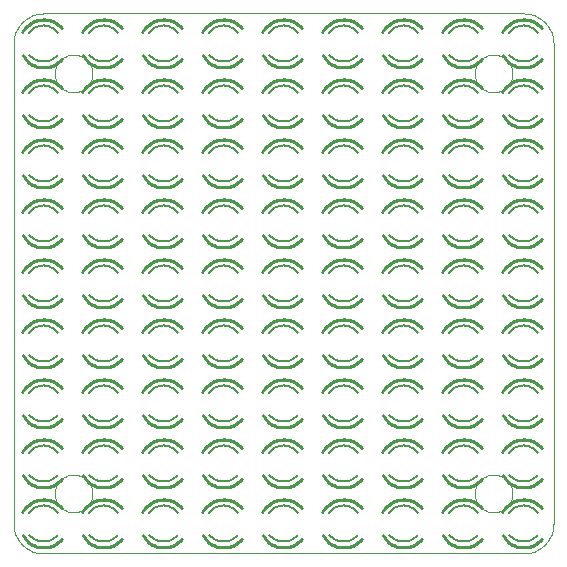
<source format=gto>
G75*
G70*
%OFA0B0*%
%FSLAX24Y24*%
%IPPOS*%
%LPD*%
%AMOC8*
5,1,8,0,0,1.08239X$1,22.5*
%
%ADD10C,0.0000*%
%ADD11C,0.0060*%
%ADD12C,0.0100*%
D10*
X001100Y000100D02*
X017100Y000100D01*
X017160Y000102D01*
X017221Y000107D01*
X017280Y000116D01*
X017339Y000129D01*
X017398Y000145D01*
X017455Y000165D01*
X017510Y000188D01*
X017565Y000215D01*
X017617Y000244D01*
X017668Y000277D01*
X017717Y000313D01*
X017763Y000351D01*
X017807Y000393D01*
X017849Y000437D01*
X017887Y000483D01*
X017923Y000532D01*
X017956Y000583D01*
X017985Y000635D01*
X018012Y000690D01*
X018035Y000745D01*
X018055Y000802D01*
X018071Y000861D01*
X018084Y000920D01*
X018093Y000979D01*
X018098Y001040D01*
X018100Y001100D01*
X018100Y017100D01*
X018098Y017160D01*
X018093Y017221D01*
X018084Y017280D01*
X018071Y017339D01*
X018055Y017398D01*
X018035Y017455D01*
X018012Y017510D01*
X017985Y017565D01*
X017956Y017617D01*
X017923Y017668D01*
X017887Y017717D01*
X017849Y017763D01*
X017807Y017807D01*
X017763Y017849D01*
X017717Y017887D01*
X017668Y017923D01*
X017617Y017956D01*
X017565Y017985D01*
X017510Y018012D01*
X017455Y018035D01*
X017398Y018055D01*
X017339Y018071D01*
X017280Y018084D01*
X017221Y018093D01*
X017160Y018098D01*
X017100Y018100D01*
X001100Y018100D01*
X001040Y018098D01*
X000979Y018093D01*
X000920Y018084D01*
X000861Y018071D01*
X000802Y018055D01*
X000745Y018035D01*
X000690Y018012D01*
X000635Y017985D01*
X000583Y017956D01*
X000532Y017923D01*
X000483Y017887D01*
X000437Y017849D01*
X000393Y017807D01*
X000351Y017763D01*
X000313Y017717D01*
X000277Y017668D01*
X000244Y017617D01*
X000215Y017565D01*
X000188Y017510D01*
X000165Y017455D01*
X000145Y017398D01*
X000129Y017339D01*
X000116Y017280D01*
X000107Y017221D01*
X000102Y017160D01*
X000100Y017100D01*
X000100Y001100D01*
X000102Y001040D01*
X000107Y000979D01*
X000116Y000920D01*
X000129Y000861D01*
X000145Y000802D01*
X000165Y000745D01*
X000188Y000690D01*
X000215Y000635D01*
X000244Y000583D01*
X000277Y000532D01*
X000313Y000483D01*
X000351Y000437D01*
X000393Y000393D01*
X000437Y000351D01*
X000483Y000313D01*
X000532Y000277D01*
X000583Y000244D01*
X000635Y000215D01*
X000690Y000188D01*
X000745Y000165D01*
X000802Y000145D01*
X000861Y000129D01*
X000920Y000116D01*
X000979Y000107D01*
X001040Y000102D01*
X001100Y000100D01*
X001470Y002100D02*
X001472Y002150D01*
X001478Y002200D01*
X001488Y002249D01*
X001502Y002297D01*
X001519Y002344D01*
X001540Y002389D01*
X001565Y002433D01*
X001593Y002474D01*
X001625Y002513D01*
X001659Y002550D01*
X001696Y002584D01*
X001736Y002614D01*
X001778Y002641D01*
X001822Y002665D01*
X001868Y002686D01*
X001915Y002702D01*
X001963Y002715D01*
X002013Y002724D01*
X002062Y002729D01*
X002113Y002730D01*
X002163Y002727D01*
X002212Y002720D01*
X002261Y002709D01*
X002309Y002694D01*
X002355Y002676D01*
X002400Y002654D01*
X002443Y002628D01*
X002484Y002599D01*
X002523Y002567D01*
X002559Y002532D01*
X002591Y002494D01*
X002621Y002454D01*
X002648Y002411D01*
X002671Y002367D01*
X002690Y002321D01*
X002706Y002273D01*
X002718Y002224D01*
X002726Y002175D01*
X002730Y002125D01*
X002730Y002075D01*
X002726Y002025D01*
X002718Y001976D01*
X002706Y001927D01*
X002690Y001879D01*
X002671Y001833D01*
X002648Y001789D01*
X002621Y001746D01*
X002591Y001706D01*
X002559Y001668D01*
X002523Y001633D01*
X002484Y001601D01*
X002443Y001572D01*
X002400Y001546D01*
X002355Y001524D01*
X002309Y001506D01*
X002261Y001491D01*
X002212Y001480D01*
X002163Y001473D01*
X002113Y001470D01*
X002062Y001471D01*
X002013Y001476D01*
X001963Y001485D01*
X001915Y001498D01*
X001868Y001514D01*
X001822Y001535D01*
X001778Y001559D01*
X001736Y001586D01*
X001696Y001616D01*
X001659Y001650D01*
X001625Y001687D01*
X001593Y001726D01*
X001565Y001767D01*
X001540Y001811D01*
X001519Y001856D01*
X001502Y001903D01*
X001488Y001951D01*
X001478Y002000D01*
X001472Y002050D01*
X001470Y002100D01*
X001470Y016100D02*
X001472Y016150D01*
X001478Y016200D01*
X001488Y016249D01*
X001502Y016297D01*
X001519Y016344D01*
X001540Y016389D01*
X001565Y016433D01*
X001593Y016474D01*
X001625Y016513D01*
X001659Y016550D01*
X001696Y016584D01*
X001736Y016614D01*
X001778Y016641D01*
X001822Y016665D01*
X001868Y016686D01*
X001915Y016702D01*
X001963Y016715D01*
X002013Y016724D01*
X002062Y016729D01*
X002113Y016730D01*
X002163Y016727D01*
X002212Y016720D01*
X002261Y016709D01*
X002309Y016694D01*
X002355Y016676D01*
X002400Y016654D01*
X002443Y016628D01*
X002484Y016599D01*
X002523Y016567D01*
X002559Y016532D01*
X002591Y016494D01*
X002621Y016454D01*
X002648Y016411D01*
X002671Y016367D01*
X002690Y016321D01*
X002706Y016273D01*
X002718Y016224D01*
X002726Y016175D01*
X002730Y016125D01*
X002730Y016075D01*
X002726Y016025D01*
X002718Y015976D01*
X002706Y015927D01*
X002690Y015879D01*
X002671Y015833D01*
X002648Y015789D01*
X002621Y015746D01*
X002591Y015706D01*
X002559Y015668D01*
X002523Y015633D01*
X002484Y015601D01*
X002443Y015572D01*
X002400Y015546D01*
X002355Y015524D01*
X002309Y015506D01*
X002261Y015491D01*
X002212Y015480D01*
X002163Y015473D01*
X002113Y015470D01*
X002062Y015471D01*
X002013Y015476D01*
X001963Y015485D01*
X001915Y015498D01*
X001868Y015514D01*
X001822Y015535D01*
X001778Y015559D01*
X001736Y015586D01*
X001696Y015616D01*
X001659Y015650D01*
X001625Y015687D01*
X001593Y015726D01*
X001565Y015767D01*
X001540Y015811D01*
X001519Y015856D01*
X001502Y015903D01*
X001488Y015951D01*
X001478Y016000D01*
X001472Y016050D01*
X001470Y016100D01*
X015470Y016100D02*
X015472Y016150D01*
X015478Y016200D01*
X015488Y016249D01*
X015502Y016297D01*
X015519Y016344D01*
X015540Y016389D01*
X015565Y016433D01*
X015593Y016474D01*
X015625Y016513D01*
X015659Y016550D01*
X015696Y016584D01*
X015736Y016614D01*
X015778Y016641D01*
X015822Y016665D01*
X015868Y016686D01*
X015915Y016702D01*
X015963Y016715D01*
X016013Y016724D01*
X016062Y016729D01*
X016113Y016730D01*
X016163Y016727D01*
X016212Y016720D01*
X016261Y016709D01*
X016309Y016694D01*
X016355Y016676D01*
X016400Y016654D01*
X016443Y016628D01*
X016484Y016599D01*
X016523Y016567D01*
X016559Y016532D01*
X016591Y016494D01*
X016621Y016454D01*
X016648Y016411D01*
X016671Y016367D01*
X016690Y016321D01*
X016706Y016273D01*
X016718Y016224D01*
X016726Y016175D01*
X016730Y016125D01*
X016730Y016075D01*
X016726Y016025D01*
X016718Y015976D01*
X016706Y015927D01*
X016690Y015879D01*
X016671Y015833D01*
X016648Y015789D01*
X016621Y015746D01*
X016591Y015706D01*
X016559Y015668D01*
X016523Y015633D01*
X016484Y015601D01*
X016443Y015572D01*
X016400Y015546D01*
X016355Y015524D01*
X016309Y015506D01*
X016261Y015491D01*
X016212Y015480D01*
X016163Y015473D01*
X016113Y015470D01*
X016062Y015471D01*
X016013Y015476D01*
X015963Y015485D01*
X015915Y015498D01*
X015868Y015514D01*
X015822Y015535D01*
X015778Y015559D01*
X015736Y015586D01*
X015696Y015616D01*
X015659Y015650D01*
X015625Y015687D01*
X015593Y015726D01*
X015565Y015767D01*
X015540Y015811D01*
X015519Y015856D01*
X015502Y015903D01*
X015488Y015951D01*
X015478Y016000D01*
X015472Y016050D01*
X015470Y016100D01*
X015470Y002100D02*
X015472Y002150D01*
X015478Y002200D01*
X015488Y002249D01*
X015502Y002297D01*
X015519Y002344D01*
X015540Y002389D01*
X015565Y002433D01*
X015593Y002474D01*
X015625Y002513D01*
X015659Y002550D01*
X015696Y002584D01*
X015736Y002614D01*
X015778Y002641D01*
X015822Y002665D01*
X015868Y002686D01*
X015915Y002702D01*
X015963Y002715D01*
X016013Y002724D01*
X016062Y002729D01*
X016113Y002730D01*
X016163Y002727D01*
X016212Y002720D01*
X016261Y002709D01*
X016309Y002694D01*
X016355Y002676D01*
X016400Y002654D01*
X016443Y002628D01*
X016484Y002599D01*
X016523Y002567D01*
X016559Y002532D01*
X016591Y002494D01*
X016621Y002454D01*
X016648Y002411D01*
X016671Y002367D01*
X016690Y002321D01*
X016706Y002273D01*
X016718Y002224D01*
X016726Y002175D01*
X016730Y002125D01*
X016730Y002075D01*
X016726Y002025D01*
X016718Y001976D01*
X016706Y001927D01*
X016690Y001879D01*
X016671Y001833D01*
X016648Y001789D01*
X016621Y001746D01*
X016591Y001706D01*
X016559Y001668D01*
X016523Y001633D01*
X016484Y001601D01*
X016443Y001572D01*
X016400Y001546D01*
X016355Y001524D01*
X016309Y001506D01*
X016261Y001491D01*
X016212Y001480D01*
X016163Y001473D01*
X016113Y001470D01*
X016062Y001471D01*
X016013Y001476D01*
X015963Y001485D01*
X015915Y001498D01*
X015868Y001514D01*
X015822Y001535D01*
X015778Y001559D01*
X015736Y001586D01*
X015696Y001616D01*
X015659Y001650D01*
X015625Y001687D01*
X015593Y001726D01*
X015565Y001767D01*
X015540Y001811D01*
X015519Y001856D01*
X015502Y001903D01*
X015488Y001951D01*
X015478Y002000D01*
X015472Y002050D01*
X015470Y002100D01*
D11*
X014626Y000732D02*
X014656Y000697D01*
X014687Y000664D01*
X014722Y000634D01*
X014758Y000607D01*
X014796Y000583D01*
X014836Y000561D01*
X014878Y000543D01*
X014921Y000527D01*
X014965Y000515D01*
X015009Y000507D01*
X015055Y000502D01*
X015100Y000500D01*
X014620Y001460D02*
X014649Y001496D01*
X014681Y001530D01*
X014716Y001561D01*
X014752Y001589D01*
X014791Y001614D01*
X014832Y001637D01*
X014874Y001656D01*
X014917Y001672D01*
X014962Y001684D01*
X015008Y001693D01*
X015054Y001698D01*
X015100Y001700D01*
X015574Y000732D02*
X015544Y000697D01*
X015513Y000664D01*
X015478Y000634D01*
X015442Y000607D01*
X015404Y000583D01*
X015364Y000561D01*
X015322Y000543D01*
X015279Y000527D01*
X015235Y000515D01*
X015191Y000507D01*
X015145Y000502D01*
X015100Y000500D01*
X015588Y001449D02*
X015559Y001486D01*
X015527Y001521D01*
X015492Y001554D01*
X015455Y001584D01*
X015416Y001610D01*
X015375Y001633D01*
X015331Y001654D01*
X015287Y001670D01*
X015241Y001683D01*
X015195Y001692D01*
X015147Y001698D01*
X015100Y001700D01*
X014620Y003460D02*
X014649Y003496D01*
X014681Y003530D01*
X014716Y003561D01*
X014752Y003589D01*
X014791Y003614D01*
X014832Y003637D01*
X014874Y003656D01*
X014917Y003672D01*
X014962Y003684D01*
X015008Y003693D01*
X015054Y003698D01*
X015100Y003700D01*
X014626Y002732D02*
X014656Y002697D01*
X014687Y002664D01*
X014722Y002634D01*
X014758Y002607D01*
X014796Y002583D01*
X014836Y002561D01*
X014878Y002543D01*
X014921Y002527D01*
X014965Y002515D01*
X015009Y002507D01*
X015055Y002502D01*
X015100Y002500D01*
X015588Y003449D02*
X015559Y003486D01*
X015527Y003521D01*
X015492Y003554D01*
X015455Y003584D01*
X015416Y003610D01*
X015375Y003633D01*
X015331Y003654D01*
X015287Y003670D01*
X015241Y003683D01*
X015195Y003692D01*
X015147Y003698D01*
X015100Y003700D01*
X015574Y002732D02*
X015544Y002697D01*
X015513Y002664D01*
X015478Y002634D01*
X015442Y002607D01*
X015404Y002583D01*
X015364Y002561D01*
X015322Y002543D01*
X015279Y002527D01*
X015235Y002515D01*
X015191Y002507D01*
X015145Y002502D01*
X015100Y002500D01*
X013100Y002500D02*
X013055Y002502D01*
X013009Y002507D01*
X012965Y002515D01*
X012921Y002527D01*
X012878Y002543D01*
X012836Y002561D01*
X012796Y002583D01*
X012758Y002607D01*
X012722Y002634D01*
X012687Y002664D01*
X012656Y002697D01*
X012626Y002732D01*
X013100Y003700D02*
X013147Y003698D01*
X013195Y003692D01*
X013241Y003683D01*
X013287Y003670D01*
X013331Y003654D01*
X013375Y003633D01*
X013416Y003610D01*
X013455Y003584D01*
X013492Y003554D01*
X013527Y003521D01*
X013559Y003486D01*
X013588Y003449D01*
X013100Y003700D02*
X013054Y003698D01*
X013008Y003693D01*
X012962Y003684D01*
X012917Y003672D01*
X012874Y003656D01*
X012832Y003637D01*
X012791Y003614D01*
X012752Y003589D01*
X012716Y003561D01*
X012681Y003530D01*
X012649Y003496D01*
X012620Y003460D01*
X013100Y002500D02*
X013145Y002502D01*
X013191Y002507D01*
X013235Y002515D01*
X013279Y002527D01*
X013322Y002543D01*
X013364Y002561D01*
X013404Y002583D01*
X013442Y002607D01*
X013478Y002634D01*
X013513Y002664D01*
X013544Y002697D01*
X013574Y002732D01*
X012626Y000732D02*
X012656Y000697D01*
X012687Y000664D01*
X012722Y000634D01*
X012758Y000607D01*
X012796Y000583D01*
X012836Y000561D01*
X012878Y000543D01*
X012921Y000527D01*
X012965Y000515D01*
X013009Y000507D01*
X013055Y000502D01*
X013100Y000500D01*
X012620Y001460D02*
X012649Y001496D01*
X012681Y001530D01*
X012716Y001561D01*
X012752Y001589D01*
X012791Y001614D01*
X012832Y001637D01*
X012874Y001656D01*
X012917Y001672D01*
X012962Y001684D01*
X013008Y001693D01*
X013054Y001698D01*
X013100Y001700D01*
X013574Y000732D02*
X013544Y000697D01*
X013513Y000664D01*
X013478Y000634D01*
X013442Y000607D01*
X013404Y000583D01*
X013364Y000561D01*
X013322Y000543D01*
X013279Y000527D01*
X013235Y000515D01*
X013191Y000507D01*
X013145Y000502D01*
X013100Y000500D01*
X013588Y001449D02*
X013559Y001486D01*
X013527Y001521D01*
X013492Y001554D01*
X013455Y001584D01*
X013416Y001610D01*
X013375Y001633D01*
X013331Y001654D01*
X013287Y001670D01*
X013241Y001683D01*
X013195Y001692D01*
X013147Y001698D01*
X013100Y001700D01*
X011100Y000500D02*
X011055Y000502D01*
X011009Y000507D01*
X010965Y000515D01*
X010921Y000527D01*
X010878Y000543D01*
X010836Y000561D01*
X010796Y000583D01*
X010758Y000607D01*
X010722Y000634D01*
X010687Y000664D01*
X010656Y000697D01*
X010626Y000732D01*
X011100Y001700D02*
X011147Y001698D01*
X011195Y001692D01*
X011241Y001683D01*
X011287Y001670D01*
X011331Y001654D01*
X011375Y001633D01*
X011416Y001610D01*
X011455Y001584D01*
X011492Y001554D01*
X011527Y001521D01*
X011559Y001486D01*
X011588Y001449D01*
X011100Y001700D02*
X011054Y001698D01*
X011008Y001693D01*
X010962Y001684D01*
X010917Y001672D01*
X010874Y001656D01*
X010832Y001637D01*
X010791Y001614D01*
X010752Y001589D01*
X010716Y001561D01*
X010681Y001530D01*
X010649Y001496D01*
X010620Y001460D01*
X011100Y000500D02*
X011145Y000502D01*
X011191Y000507D01*
X011235Y000515D01*
X011279Y000527D01*
X011322Y000543D01*
X011364Y000561D01*
X011404Y000583D01*
X011442Y000607D01*
X011478Y000634D01*
X011513Y000664D01*
X011544Y000697D01*
X011574Y000732D01*
X010620Y003460D02*
X010649Y003496D01*
X010681Y003530D01*
X010716Y003561D01*
X010752Y003589D01*
X010791Y003614D01*
X010832Y003637D01*
X010874Y003656D01*
X010917Y003672D01*
X010962Y003684D01*
X011008Y003693D01*
X011054Y003698D01*
X011100Y003700D01*
X010626Y002732D02*
X010656Y002697D01*
X010687Y002664D01*
X010722Y002634D01*
X010758Y002607D01*
X010796Y002583D01*
X010836Y002561D01*
X010878Y002543D01*
X010921Y002527D01*
X010965Y002515D01*
X011009Y002507D01*
X011055Y002502D01*
X011100Y002500D01*
X011588Y003449D02*
X011559Y003486D01*
X011527Y003521D01*
X011492Y003554D01*
X011455Y003584D01*
X011416Y003610D01*
X011375Y003633D01*
X011331Y003654D01*
X011287Y003670D01*
X011241Y003683D01*
X011195Y003692D01*
X011147Y003698D01*
X011100Y003700D01*
X011574Y002732D02*
X011544Y002697D01*
X011513Y002664D01*
X011478Y002634D01*
X011442Y002607D01*
X011404Y002583D01*
X011364Y002561D01*
X011322Y002543D01*
X011279Y002527D01*
X011235Y002515D01*
X011191Y002507D01*
X011145Y002502D01*
X011100Y002500D01*
X009100Y002500D02*
X009055Y002502D01*
X009009Y002507D01*
X008965Y002515D01*
X008921Y002527D01*
X008878Y002543D01*
X008836Y002561D01*
X008796Y002583D01*
X008758Y002607D01*
X008722Y002634D01*
X008687Y002664D01*
X008656Y002697D01*
X008626Y002732D01*
X009100Y003700D02*
X009147Y003698D01*
X009195Y003692D01*
X009241Y003683D01*
X009287Y003670D01*
X009331Y003654D01*
X009375Y003633D01*
X009416Y003610D01*
X009455Y003584D01*
X009492Y003554D01*
X009527Y003521D01*
X009559Y003486D01*
X009588Y003449D01*
X009100Y003700D02*
X009054Y003698D01*
X009008Y003693D01*
X008962Y003684D01*
X008917Y003672D01*
X008874Y003656D01*
X008832Y003637D01*
X008791Y003614D01*
X008752Y003589D01*
X008716Y003561D01*
X008681Y003530D01*
X008649Y003496D01*
X008620Y003460D01*
X009100Y002500D02*
X009145Y002502D01*
X009191Y002507D01*
X009235Y002515D01*
X009279Y002527D01*
X009322Y002543D01*
X009364Y002561D01*
X009404Y002583D01*
X009442Y002607D01*
X009478Y002634D01*
X009513Y002664D01*
X009544Y002697D01*
X009574Y002732D01*
X008626Y000732D02*
X008656Y000697D01*
X008687Y000664D01*
X008722Y000634D01*
X008758Y000607D01*
X008796Y000583D01*
X008836Y000561D01*
X008878Y000543D01*
X008921Y000527D01*
X008965Y000515D01*
X009009Y000507D01*
X009055Y000502D01*
X009100Y000500D01*
X008620Y001460D02*
X008649Y001496D01*
X008681Y001530D01*
X008716Y001561D01*
X008752Y001589D01*
X008791Y001614D01*
X008832Y001637D01*
X008874Y001656D01*
X008917Y001672D01*
X008962Y001684D01*
X009008Y001693D01*
X009054Y001698D01*
X009100Y001700D01*
X009574Y000732D02*
X009544Y000697D01*
X009513Y000664D01*
X009478Y000634D01*
X009442Y000607D01*
X009404Y000583D01*
X009364Y000561D01*
X009322Y000543D01*
X009279Y000527D01*
X009235Y000515D01*
X009191Y000507D01*
X009145Y000502D01*
X009100Y000500D01*
X009588Y001449D02*
X009559Y001486D01*
X009527Y001521D01*
X009492Y001554D01*
X009455Y001584D01*
X009416Y001610D01*
X009375Y001633D01*
X009331Y001654D01*
X009287Y001670D01*
X009241Y001683D01*
X009195Y001692D01*
X009147Y001698D01*
X009100Y001700D01*
X007100Y000500D02*
X007055Y000502D01*
X007009Y000507D01*
X006965Y000515D01*
X006921Y000527D01*
X006878Y000543D01*
X006836Y000561D01*
X006796Y000583D01*
X006758Y000607D01*
X006722Y000634D01*
X006687Y000664D01*
X006656Y000697D01*
X006626Y000732D01*
X007100Y001700D02*
X007147Y001698D01*
X007195Y001692D01*
X007241Y001683D01*
X007287Y001670D01*
X007331Y001654D01*
X007375Y001633D01*
X007416Y001610D01*
X007455Y001584D01*
X007492Y001554D01*
X007527Y001521D01*
X007559Y001486D01*
X007588Y001449D01*
X007100Y001700D02*
X007054Y001698D01*
X007008Y001693D01*
X006962Y001684D01*
X006917Y001672D01*
X006874Y001656D01*
X006832Y001637D01*
X006791Y001614D01*
X006752Y001589D01*
X006716Y001561D01*
X006681Y001530D01*
X006649Y001496D01*
X006620Y001460D01*
X007100Y000500D02*
X007145Y000502D01*
X007191Y000507D01*
X007235Y000515D01*
X007279Y000527D01*
X007322Y000543D01*
X007364Y000561D01*
X007404Y000583D01*
X007442Y000607D01*
X007478Y000634D01*
X007513Y000664D01*
X007544Y000697D01*
X007574Y000732D01*
X006620Y003460D02*
X006649Y003496D01*
X006681Y003530D01*
X006716Y003561D01*
X006752Y003589D01*
X006791Y003614D01*
X006832Y003637D01*
X006874Y003656D01*
X006917Y003672D01*
X006962Y003684D01*
X007008Y003693D01*
X007054Y003698D01*
X007100Y003700D01*
X006626Y002732D02*
X006656Y002697D01*
X006687Y002664D01*
X006722Y002634D01*
X006758Y002607D01*
X006796Y002583D01*
X006836Y002561D01*
X006878Y002543D01*
X006921Y002527D01*
X006965Y002515D01*
X007009Y002507D01*
X007055Y002502D01*
X007100Y002500D01*
X007588Y003449D02*
X007559Y003486D01*
X007527Y003521D01*
X007492Y003554D01*
X007455Y003584D01*
X007416Y003610D01*
X007375Y003633D01*
X007331Y003654D01*
X007287Y003670D01*
X007241Y003683D01*
X007195Y003692D01*
X007147Y003698D01*
X007100Y003700D01*
X007574Y002732D02*
X007544Y002697D01*
X007513Y002664D01*
X007478Y002634D01*
X007442Y002607D01*
X007404Y002583D01*
X007364Y002561D01*
X007322Y002543D01*
X007279Y002527D01*
X007235Y002515D01*
X007191Y002507D01*
X007145Y002502D01*
X007100Y002500D01*
X005100Y002500D02*
X005055Y002502D01*
X005009Y002507D01*
X004965Y002515D01*
X004921Y002527D01*
X004878Y002543D01*
X004836Y002561D01*
X004796Y002583D01*
X004758Y002607D01*
X004722Y002634D01*
X004687Y002664D01*
X004656Y002697D01*
X004626Y002732D01*
X005100Y003700D02*
X005147Y003698D01*
X005195Y003692D01*
X005241Y003683D01*
X005287Y003670D01*
X005331Y003654D01*
X005375Y003633D01*
X005416Y003610D01*
X005455Y003584D01*
X005492Y003554D01*
X005527Y003521D01*
X005559Y003486D01*
X005588Y003449D01*
X005100Y003700D02*
X005054Y003698D01*
X005008Y003693D01*
X004962Y003684D01*
X004917Y003672D01*
X004874Y003656D01*
X004832Y003637D01*
X004791Y003614D01*
X004752Y003589D01*
X004716Y003561D01*
X004681Y003530D01*
X004649Y003496D01*
X004620Y003460D01*
X005100Y002500D02*
X005145Y002502D01*
X005191Y002507D01*
X005235Y002515D01*
X005279Y002527D01*
X005322Y002543D01*
X005364Y002561D01*
X005404Y002583D01*
X005442Y002607D01*
X005478Y002634D01*
X005513Y002664D01*
X005544Y002697D01*
X005574Y002732D01*
X004626Y000732D02*
X004656Y000697D01*
X004687Y000664D01*
X004722Y000634D01*
X004758Y000607D01*
X004796Y000583D01*
X004836Y000561D01*
X004878Y000543D01*
X004921Y000527D01*
X004965Y000515D01*
X005009Y000507D01*
X005055Y000502D01*
X005100Y000500D01*
X004620Y001460D02*
X004649Y001496D01*
X004681Y001530D01*
X004716Y001561D01*
X004752Y001589D01*
X004791Y001614D01*
X004832Y001637D01*
X004874Y001656D01*
X004917Y001672D01*
X004962Y001684D01*
X005008Y001693D01*
X005054Y001698D01*
X005100Y001700D01*
X005574Y000732D02*
X005544Y000697D01*
X005513Y000664D01*
X005478Y000634D01*
X005442Y000607D01*
X005404Y000583D01*
X005364Y000561D01*
X005322Y000543D01*
X005279Y000527D01*
X005235Y000515D01*
X005191Y000507D01*
X005145Y000502D01*
X005100Y000500D01*
X005588Y001449D02*
X005559Y001486D01*
X005527Y001521D01*
X005492Y001554D01*
X005455Y001584D01*
X005416Y001610D01*
X005375Y001633D01*
X005331Y001654D01*
X005287Y001670D01*
X005241Y001683D01*
X005195Y001692D01*
X005147Y001698D01*
X005100Y001700D01*
X003100Y000500D02*
X003055Y000502D01*
X003009Y000507D01*
X002965Y000515D01*
X002921Y000527D01*
X002878Y000543D01*
X002836Y000561D01*
X002796Y000583D01*
X002758Y000607D01*
X002722Y000634D01*
X002687Y000664D01*
X002656Y000697D01*
X002626Y000732D01*
X003100Y001700D02*
X003147Y001698D01*
X003195Y001692D01*
X003241Y001683D01*
X003287Y001670D01*
X003331Y001654D01*
X003375Y001633D01*
X003416Y001610D01*
X003455Y001584D01*
X003492Y001554D01*
X003527Y001521D01*
X003559Y001486D01*
X003588Y001449D01*
X003100Y001700D02*
X003054Y001698D01*
X003008Y001693D01*
X002962Y001684D01*
X002917Y001672D01*
X002874Y001656D01*
X002832Y001637D01*
X002791Y001614D01*
X002752Y001589D01*
X002716Y001561D01*
X002681Y001530D01*
X002649Y001496D01*
X002620Y001460D01*
X003100Y000500D02*
X003145Y000502D01*
X003191Y000507D01*
X003235Y000515D01*
X003279Y000527D01*
X003322Y000543D01*
X003364Y000561D01*
X003404Y000583D01*
X003442Y000607D01*
X003478Y000634D01*
X003513Y000664D01*
X003544Y000697D01*
X003574Y000732D01*
X002620Y003460D02*
X002649Y003496D01*
X002681Y003530D01*
X002716Y003561D01*
X002752Y003589D01*
X002791Y003614D01*
X002832Y003637D01*
X002874Y003656D01*
X002917Y003672D01*
X002962Y003684D01*
X003008Y003693D01*
X003054Y003698D01*
X003100Y003700D01*
X002626Y002732D02*
X002656Y002697D01*
X002687Y002664D01*
X002722Y002634D01*
X002758Y002607D01*
X002796Y002583D01*
X002836Y002561D01*
X002878Y002543D01*
X002921Y002527D01*
X002965Y002515D01*
X003009Y002507D01*
X003055Y002502D01*
X003100Y002500D01*
X003588Y003449D02*
X003559Y003486D01*
X003527Y003521D01*
X003492Y003554D01*
X003455Y003584D01*
X003416Y003610D01*
X003375Y003633D01*
X003331Y003654D01*
X003287Y003670D01*
X003241Y003683D01*
X003195Y003692D01*
X003147Y003698D01*
X003100Y003700D01*
X003574Y002732D02*
X003544Y002697D01*
X003513Y002664D01*
X003478Y002634D01*
X003442Y002607D01*
X003404Y002583D01*
X003364Y002561D01*
X003322Y002543D01*
X003279Y002527D01*
X003235Y002515D01*
X003191Y002507D01*
X003145Y002502D01*
X003100Y002500D01*
X001100Y002500D02*
X001055Y002502D01*
X001009Y002507D01*
X000965Y002515D01*
X000921Y002527D01*
X000878Y002543D01*
X000836Y002561D01*
X000796Y002583D01*
X000758Y002607D01*
X000722Y002634D01*
X000687Y002664D01*
X000656Y002697D01*
X000626Y002732D01*
X001100Y003700D02*
X001147Y003698D01*
X001195Y003692D01*
X001241Y003683D01*
X001287Y003670D01*
X001331Y003654D01*
X001375Y003633D01*
X001416Y003610D01*
X001455Y003584D01*
X001492Y003554D01*
X001527Y003521D01*
X001559Y003486D01*
X001588Y003449D01*
X001100Y003700D02*
X001054Y003698D01*
X001008Y003693D01*
X000962Y003684D01*
X000917Y003672D01*
X000874Y003656D01*
X000832Y003637D01*
X000791Y003614D01*
X000752Y003589D01*
X000716Y003561D01*
X000681Y003530D01*
X000649Y003496D01*
X000620Y003460D01*
X001100Y002500D02*
X001145Y002502D01*
X001191Y002507D01*
X001235Y002515D01*
X001279Y002527D01*
X001322Y002543D01*
X001364Y002561D01*
X001404Y002583D01*
X001442Y002607D01*
X001478Y002634D01*
X001513Y002664D01*
X001544Y002697D01*
X001574Y002732D01*
X000626Y000732D02*
X000656Y000697D01*
X000687Y000664D01*
X000722Y000634D01*
X000758Y000607D01*
X000796Y000583D01*
X000836Y000561D01*
X000878Y000543D01*
X000921Y000527D01*
X000965Y000515D01*
X001009Y000507D01*
X001055Y000502D01*
X001100Y000500D01*
X000620Y001460D02*
X000649Y001496D01*
X000681Y001530D01*
X000716Y001561D01*
X000752Y001589D01*
X000791Y001614D01*
X000832Y001637D01*
X000874Y001656D01*
X000917Y001672D01*
X000962Y001684D01*
X001008Y001693D01*
X001054Y001698D01*
X001100Y001700D01*
X001574Y000732D02*
X001544Y000697D01*
X001513Y000664D01*
X001478Y000634D01*
X001442Y000607D01*
X001404Y000583D01*
X001364Y000561D01*
X001322Y000543D01*
X001279Y000527D01*
X001235Y000515D01*
X001191Y000507D01*
X001145Y000502D01*
X001100Y000500D01*
X001588Y001449D02*
X001559Y001486D01*
X001527Y001521D01*
X001492Y001554D01*
X001455Y001584D01*
X001416Y001610D01*
X001375Y001633D01*
X001331Y001654D01*
X001287Y001670D01*
X001241Y001683D01*
X001195Y001692D01*
X001147Y001698D01*
X001100Y001700D01*
X000620Y005460D02*
X000649Y005496D01*
X000681Y005530D01*
X000716Y005561D01*
X000752Y005589D01*
X000791Y005614D01*
X000832Y005637D01*
X000874Y005656D01*
X000917Y005672D01*
X000962Y005684D01*
X001008Y005693D01*
X001054Y005698D01*
X001100Y005700D01*
X000626Y004732D02*
X000656Y004697D01*
X000687Y004664D01*
X000722Y004634D01*
X000758Y004607D01*
X000796Y004583D01*
X000836Y004561D01*
X000878Y004543D01*
X000921Y004527D01*
X000965Y004515D01*
X001009Y004507D01*
X001055Y004502D01*
X001100Y004500D01*
X001588Y005449D02*
X001559Y005486D01*
X001527Y005521D01*
X001492Y005554D01*
X001455Y005584D01*
X001416Y005610D01*
X001375Y005633D01*
X001331Y005654D01*
X001287Y005670D01*
X001241Y005683D01*
X001195Y005692D01*
X001147Y005698D01*
X001100Y005700D01*
X001574Y004732D02*
X001544Y004697D01*
X001513Y004664D01*
X001478Y004634D01*
X001442Y004607D01*
X001404Y004583D01*
X001364Y004561D01*
X001322Y004543D01*
X001279Y004527D01*
X001235Y004515D01*
X001191Y004507D01*
X001145Y004502D01*
X001100Y004500D01*
X003100Y005700D02*
X003147Y005698D01*
X003195Y005692D01*
X003241Y005683D01*
X003287Y005670D01*
X003331Y005654D01*
X003375Y005633D01*
X003416Y005610D01*
X003455Y005584D01*
X003492Y005554D01*
X003527Y005521D01*
X003559Y005486D01*
X003588Y005449D01*
X003100Y004500D02*
X003055Y004502D01*
X003009Y004507D01*
X002965Y004515D01*
X002921Y004527D01*
X002878Y004543D01*
X002836Y004561D01*
X002796Y004583D01*
X002758Y004607D01*
X002722Y004634D01*
X002687Y004664D01*
X002656Y004697D01*
X002626Y004732D01*
X003100Y004500D02*
X003145Y004502D01*
X003191Y004507D01*
X003235Y004515D01*
X003279Y004527D01*
X003322Y004543D01*
X003364Y004561D01*
X003404Y004583D01*
X003442Y004607D01*
X003478Y004634D01*
X003513Y004664D01*
X003544Y004697D01*
X003574Y004732D01*
X003100Y005700D02*
X003054Y005698D01*
X003008Y005693D01*
X002962Y005684D01*
X002917Y005672D01*
X002874Y005656D01*
X002832Y005637D01*
X002791Y005614D01*
X002752Y005589D01*
X002716Y005561D01*
X002681Y005530D01*
X002649Y005496D01*
X002620Y005460D01*
X003588Y007449D02*
X003559Y007486D01*
X003527Y007521D01*
X003492Y007554D01*
X003455Y007584D01*
X003416Y007610D01*
X003375Y007633D01*
X003331Y007654D01*
X003287Y007670D01*
X003241Y007683D01*
X003195Y007692D01*
X003147Y007698D01*
X003100Y007700D01*
X002626Y006732D02*
X002656Y006697D01*
X002687Y006664D01*
X002722Y006634D01*
X002758Y006607D01*
X002796Y006583D01*
X002836Y006561D01*
X002878Y006543D01*
X002921Y006527D01*
X002965Y006515D01*
X003009Y006507D01*
X003055Y006502D01*
X003100Y006500D01*
X002620Y007460D02*
X002649Y007496D01*
X002681Y007530D01*
X002716Y007561D01*
X002752Y007589D01*
X002791Y007614D01*
X002832Y007637D01*
X002874Y007656D01*
X002917Y007672D01*
X002962Y007684D01*
X003008Y007693D01*
X003054Y007698D01*
X003100Y007700D01*
X003574Y006732D02*
X003544Y006697D01*
X003513Y006664D01*
X003478Y006634D01*
X003442Y006607D01*
X003404Y006583D01*
X003364Y006561D01*
X003322Y006543D01*
X003279Y006527D01*
X003235Y006515D01*
X003191Y006507D01*
X003145Y006502D01*
X003100Y006500D01*
X005100Y007700D02*
X005147Y007698D01*
X005195Y007692D01*
X005241Y007683D01*
X005287Y007670D01*
X005331Y007654D01*
X005375Y007633D01*
X005416Y007610D01*
X005455Y007584D01*
X005492Y007554D01*
X005527Y007521D01*
X005559Y007486D01*
X005588Y007449D01*
X005100Y006500D02*
X005055Y006502D01*
X005009Y006507D01*
X004965Y006515D01*
X004921Y006527D01*
X004878Y006543D01*
X004836Y006561D01*
X004796Y006583D01*
X004758Y006607D01*
X004722Y006634D01*
X004687Y006664D01*
X004656Y006697D01*
X004626Y006732D01*
X005100Y006500D02*
X005145Y006502D01*
X005191Y006507D01*
X005235Y006515D01*
X005279Y006527D01*
X005322Y006543D01*
X005364Y006561D01*
X005404Y006583D01*
X005442Y006607D01*
X005478Y006634D01*
X005513Y006664D01*
X005544Y006697D01*
X005574Y006732D01*
X005100Y007700D02*
X005054Y007698D01*
X005008Y007693D01*
X004962Y007684D01*
X004917Y007672D01*
X004874Y007656D01*
X004832Y007637D01*
X004791Y007614D01*
X004752Y007589D01*
X004716Y007561D01*
X004681Y007530D01*
X004649Y007496D01*
X004620Y007460D01*
X005588Y009449D02*
X005559Y009486D01*
X005527Y009521D01*
X005492Y009554D01*
X005455Y009584D01*
X005416Y009610D01*
X005375Y009633D01*
X005331Y009654D01*
X005287Y009670D01*
X005241Y009683D01*
X005195Y009692D01*
X005147Y009698D01*
X005100Y009700D01*
X004626Y008732D02*
X004656Y008697D01*
X004687Y008664D01*
X004722Y008634D01*
X004758Y008607D01*
X004796Y008583D01*
X004836Y008561D01*
X004878Y008543D01*
X004921Y008527D01*
X004965Y008515D01*
X005009Y008507D01*
X005055Y008502D01*
X005100Y008500D01*
X004620Y009460D02*
X004649Y009496D01*
X004681Y009530D01*
X004716Y009561D01*
X004752Y009589D01*
X004791Y009614D01*
X004832Y009637D01*
X004874Y009656D01*
X004917Y009672D01*
X004962Y009684D01*
X005008Y009693D01*
X005054Y009698D01*
X005100Y009700D01*
X005574Y008732D02*
X005544Y008697D01*
X005513Y008664D01*
X005478Y008634D01*
X005442Y008607D01*
X005404Y008583D01*
X005364Y008561D01*
X005322Y008543D01*
X005279Y008527D01*
X005235Y008515D01*
X005191Y008507D01*
X005145Y008502D01*
X005100Y008500D01*
X003100Y008500D02*
X003055Y008502D01*
X003009Y008507D01*
X002965Y008515D01*
X002921Y008527D01*
X002878Y008543D01*
X002836Y008561D01*
X002796Y008583D01*
X002758Y008607D01*
X002722Y008634D01*
X002687Y008664D01*
X002656Y008697D01*
X002626Y008732D01*
X003100Y009700D02*
X003147Y009698D01*
X003195Y009692D01*
X003241Y009683D01*
X003287Y009670D01*
X003331Y009654D01*
X003375Y009633D01*
X003416Y009610D01*
X003455Y009584D01*
X003492Y009554D01*
X003527Y009521D01*
X003559Y009486D01*
X003588Y009449D01*
X003100Y009700D02*
X003054Y009698D01*
X003008Y009693D01*
X002962Y009684D01*
X002917Y009672D01*
X002874Y009656D01*
X002832Y009637D01*
X002791Y009614D01*
X002752Y009589D01*
X002716Y009561D01*
X002681Y009530D01*
X002649Y009496D01*
X002620Y009460D01*
X003100Y008500D02*
X003145Y008502D01*
X003191Y008507D01*
X003235Y008515D01*
X003279Y008527D01*
X003322Y008543D01*
X003364Y008561D01*
X003404Y008583D01*
X003442Y008607D01*
X003478Y008634D01*
X003513Y008664D01*
X003544Y008697D01*
X003574Y008732D01*
X002620Y011460D02*
X002649Y011496D01*
X002681Y011530D01*
X002716Y011561D01*
X002752Y011589D01*
X002791Y011614D01*
X002832Y011637D01*
X002874Y011656D01*
X002917Y011672D01*
X002962Y011684D01*
X003008Y011693D01*
X003054Y011698D01*
X003100Y011700D01*
X002626Y010732D02*
X002656Y010697D01*
X002687Y010664D01*
X002722Y010634D01*
X002758Y010607D01*
X002796Y010583D01*
X002836Y010561D01*
X002878Y010543D01*
X002921Y010527D01*
X002965Y010515D01*
X003009Y010507D01*
X003055Y010502D01*
X003100Y010500D01*
X003588Y011449D02*
X003559Y011486D01*
X003527Y011521D01*
X003492Y011554D01*
X003455Y011584D01*
X003416Y011610D01*
X003375Y011633D01*
X003331Y011654D01*
X003287Y011670D01*
X003241Y011683D01*
X003195Y011692D01*
X003147Y011698D01*
X003100Y011700D01*
X003574Y010732D02*
X003544Y010697D01*
X003513Y010664D01*
X003478Y010634D01*
X003442Y010607D01*
X003404Y010583D01*
X003364Y010561D01*
X003322Y010543D01*
X003279Y010527D01*
X003235Y010515D01*
X003191Y010507D01*
X003145Y010502D01*
X003100Y010500D01*
X005100Y011700D02*
X005147Y011698D01*
X005195Y011692D01*
X005241Y011683D01*
X005287Y011670D01*
X005331Y011654D01*
X005375Y011633D01*
X005416Y011610D01*
X005455Y011584D01*
X005492Y011554D01*
X005527Y011521D01*
X005559Y011486D01*
X005588Y011449D01*
X005100Y010500D02*
X005055Y010502D01*
X005009Y010507D01*
X004965Y010515D01*
X004921Y010527D01*
X004878Y010543D01*
X004836Y010561D01*
X004796Y010583D01*
X004758Y010607D01*
X004722Y010634D01*
X004687Y010664D01*
X004656Y010697D01*
X004626Y010732D01*
X005100Y010500D02*
X005145Y010502D01*
X005191Y010507D01*
X005235Y010515D01*
X005279Y010527D01*
X005322Y010543D01*
X005364Y010561D01*
X005404Y010583D01*
X005442Y010607D01*
X005478Y010634D01*
X005513Y010664D01*
X005544Y010697D01*
X005574Y010732D01*
X005100Y011700D02*
X005054Y011698D01*
X005008Y011693D01*
X004962Y011684D01*
X004917Y011672D01*
X004874Y011656D01*
X004832Y011637D01*
X004791Y011614D01*
X004752Y011589D01*
X004716Y011561D01*
X004681Y011530D01*
X004649Y011496D01*
X004620Y011460D01*
X005588Y013449D02*
X005559Y013486D01*
X005527Y013521D01*
X005492Y013554D01*
X005455Y013584D01*
X005416Y013610D01*
X005375Y013633D01*
X005331Y013654D01*
X005287Y013670D01*
X005241Y013683D01*
X005195Y013692D01*
X005147Y013698D01*
X005100Y013700D01*
X004626Y012732D02*
X004656Y012697D01*
X004687Y012664D01*
X004722Y012634D01*
X004758Y012607D01*
X004796Y012583D01*
X004836Y012561D01*
X004878Y012543D01*
X004921Y012527D01*
X004965Y012515D01*
X005009Y012507D01*
X005055Y012502D01*
X005100Y012500D01*
X004620Y013460D02*
X004649Y013496D01*
X004681Y013530D01*
X004716Y013561D01*
X004752Y013589D01*
X004791Y013614D01*
X004832Y013637D01*
X004874Y013656D01*
X004917Y013672D01*
X004962Y013684D01*
X005008Y013693D01*
X005054Y013698D01*
X005100Y013700D01*
X005574Y012732D02*
X005544Y012697D01*
X005513Y012664D01*
X005478Y012634D01*
X005442Y012607D01*
X005404Y012583D01*
X005364Y012561D01*
X005322Y012543D01*
X005279Y012527D01*
X005235Y012515D01*
X005191Y012507D01*
X005145Y012502D01*
X005100Y012500D01*
X003100Y012500D02*
X003055Y012502D01*
X003009Y012507D01*
X002965Y012515D01*
X002921Y012527D01*
X002878Y012543D01*
X002836Y012561D01*
X002796Y012583D01*
X002758Y012607D01*
X002722Y012634D01*
X002687Y012664D01*
X002656Y012697D01*
X002626Y012732D01*
X003100Y013700D02*
X003147Y013698D01*
X003195Y013692D01*
X003241Y013683D01*
X003287Y013670D01*
X003331Y013654D01*
X003375Y013633D01*
X003416Y013610D01*
X003455Y013584D01*
X003492Y013554D01*
X003527Y013521D01*
X003559Y013486D01*
X003588Y013449D01*
X003100Y013700D02*
X003054Y013698D01*
X003008Y013693D01*
X002962Y013684D01*
X002917Y013672D01*
X002874Y013656D01*
X002832Y013637D01*
X002791Y013614D01*
X002752Y013589D01*
X002716Y013561D01*
X002681Y013530D01*
X002649Y013496D01*
X002620Y013460D01*
X003100Y012500D02*
X003145Y012502D01*
X003191Y012507D01*
X003235Y012515D01*
X003279Y012527D01*
X003322Y012543D01*
X003364Y012561D01*
X003404Y012583D01*
X003442Y012607D01*
X003478Y012634D01*
X003513Y012664D01*
X003544Y012697D01*
X003574Y012732D01*
X002620Y015460D02*
X002649Y015496D01*
X002681Y015530D01*
X002716Y015561D01*
X002752Y015589D01*
X002791Y015614D01*
X002832Y015637D01*
X002874Y015656D01*
X002917Y015672D01*
X002962Y015684D01*
X003008Y015693D01*
X003054Y015698D01*
X003100Y015700D01*
X002626Y014732D02*
X002656Y014697D01*
X002687Y014664D01*
X002722Y014634D01*
X002758Y014607D01*
X002796Y014583D01*
X002836Y014561D01*
X002878Y014543D01*
X002921Y014527D01*
X002965Y014515D01*
X003009Y014507D01*
X003055Y014502D01*
X003100Y014500D01*
X003588Y015449D02*
X003559Y015486D01*
X003527Y015521D01*
X003492Y015554D01*
X003455Y015584D01*
X003416Y015610D01*
X003375Y015633D01*
X003331Y015654D01*
X003287Y015670D01*
X003241Y015683D01*
X003195Y015692D01*
X003147Y015698D01*
X003100Y015700D01*
X003574Y014732D02*
X003544Y014697D01*
X003513Y014664D01*
X003478Y014634D01*
X003442Y014607D01*
X003404Y014583D01*
X003364Y014561D01*
X003322Y014543D01*
X003279Y014527D01*
X003235Y014515D01*
X003191Y014507D01*
X003145Y014502D01*
X003100Y014500D01*
X005100Y015700D02*
X005147Y015698D01*
X005195Y015692D01*
X005241Y015683D01*
X005287Y015670D01*
X005331Y015654D01*
X005375Y015633D01*
X005416Y015610D01*
X005455Y015584D01*
X005492Y015554D01*
X005527Y015521D01*
X005559Y015486D01*
X005588Y015449D01*
X005100Y014500D02*
X005055Y014502D01*
X005009Y014507D01*
X004965Y014515D01*
X004921Y014527D01*
X004878Y014543D01*
X004836Y014561D01*
X004796Y014583D01*
X004758Y014607D01*
X004722Y014634D01*
X004687Y014664D01*
X004656Y014697D01*
X004626Y014732D01*
X005100Y014500D02*
X005145Y014502D01*
X005191Y014507D01*
X005235Y014515D01*
X005279Y014527D01*
X005322Y014543D01*
X005364Y014561D01*
X005404Y014583D01*
X005442Y014607D01*
X005478Y014634D01*
X005513Y014664D01*
X005544Y014697D01*
X005574Y014732D01*
X005100Y015700D02*
X005054Y015698D01*
X005008Y015693D01*
X004962Y015684D01*
X004917Y015672D01*
X004874Y015656D01*
X004832Y015637D01*
X004791Y015614D01*
X004752Y015589D01*
X004716Y015561D01*
X004681Y015530D01*
X004649Y015496D01*
X004620Y015460D01*
X005588Y017449D02*
X005559Y017486D01*
X005527Y017521D01*
X005492Y017554D01*
X005455Y017584D01*
X005416Y017610D01*
X005375Y017633D01*
X005331Y017654D01*
X005287Y017670D01*
X005241Y017683D01*
X005195Y017692D01*
X005147Y017698D01*
X005100Y017700D01*
X004626Y016732D02*
X004656Y016697D01*
X004687Y016664D01*
X004722Y016634D01*
X004758Y016607D01*
X004796Y016583D01*
X004836Y016561D01*
X004878Y016543D01*
X004921Y016527D01*
X004965Y016515D01*
X005009Y016507D01*
X005055Y016502D01*
X005100Y016500D01*
X004620Y017460D02*
X004649Y017496D01*
X004681Y017530D01*
X004716Y017561D01*
X004752Y017589D01*
X004791Y017614D01*
X004832Y017637D01*
X004874Y017656D01*
X004917Y017672D01*
X004962Y017684D01*
X005008Y017693D01*
X005054Y017698D01*
X005100Y017700D01*
X005574Y016732D02*
X005544Y016697D01*
X005513Y016664D01*
X005478Y016634D01*
X005442Y016607D01*
X005404Y016583D01*
X005364Y016561D01*
X005322Y016543D01*
X005279Y016527D01*
X005235Y016515D01*
X005191Y016507D01*
X005145Y016502D01*
X005100Y016500D01*
X003100Y016500D02*
X003055Y016502D01*
X003009Y016507D01*
X002965Y016515D01*
X002921Y016527D01*
X002878Y016543D01*
X002836Y016561D01*
X002796Y016583D01*
X002758Y016607D01*
X002722Y016634D01*
X002687Y016664D01*
X002656Y016697D01*
X002626Y016732D01*
X003100Y017700D02*
X003147Y017698D01*
X003195Y017692D01*
X003241Y017683D01*
X003287Y017670D01*
X003331Y017654D01*
X003375Y017633D01*
X003416Y017610D01*
X003455Y017584D01*
X003492Y017554D01*
X003527Y017521D01*
X003559Y017486D01*
X003588Y017449D01*
X003100Y017700D02*
X003054Y017698D01*
X003008Y017693D01*
X002962Y017684D01*
X002917Y017672D01*
X002874Y017656D01*
X002832Y017637D01*
X002791Y017614D01*
X002752Y017589D01*
X002716Y017561D01*
X002681Y017530D01*
X002649Y017496D01*
X002620Y017460D01*
X003100Y016500D02*
X003145Y016502D01*
X003191Y016507D01*
X003235Y016515D01*
X003279Y016527D01*
X003322Y016543D01*
X003364Y016561D01*
X003404Y016583D01*
X003442Y016607D01*
X003478Y016634D01*
X003513Y016664D01*
X003544Y016697D01*
X003574Y016732D01*
X001100Y016500D02*
X001055Y016502D01*
X001009Y016507D01*
X000965Y016515D01*
X000921Y016527D01*
X000878Y016543D01*
X000836Y016561D01*
X000796Y016583D01*
X000758Y016607D01*
X000722Y016634D01*
X000687Y016664D01*
X000656Y016697D01*
X000626Y016732D01*
X001100Y017700D02*
X001147Y017698D01*
X001195Y017692D01*
X001241Y017683D01*
X001287Y017670D01*
X001331Y017654D01*
X001375Y017633D01*
X001416Y017610D01*
X001455Y017584D01*
X001492Y017554D01*
X001527Y017521D01*
X001559Y017486D01*
X001588Y017449D01*
X001100Y017700D02*
X001054Y017698D01*
X001008Y017693D01*
X000962Y017684D01*
X000917Y017672D01*
X000874Y017656D01*
X000832Y017637D01*
X000791Y017614D01*
X000752Y017589D01*
X000716Y017561D01*
X000681Y017530D01*
X000649Y017496D01*
X000620Y017460D01*
X001100Y016500D02*
X001145Y016502D01*
X001191Y016507D01*
X001235Y016515D01*
X001279Y016527D01*
X001322Y016543D01*
X001364Y016561D01*
X001404Y016583D01*
X001442Y016607D01*
X001478Y016634D01*
X001513Y016664D01*
X001544Y016697D01*
X001574Y016732D01*
X000626Y014732D02*
X000656Y014697D01*
X000687Y014664D01*
X000722Y014634D01*
X000758Y014607D01*
X000796Y014583D01*
X000836Y014561D01*
X000878Y014543D01*
X000921Y014527D01*
X000965Y014515D01*
X001009Y014507D01*
X001055Y014502D01*
X001100Y014500D01*
X000620Y015460D02*
X000649Y015496D01*
X000681Y015530D01*
X000716Y015561D01*
X000752Y015589D01*
X000791Y015614D01*
X000832Y015637D01*
X000874Y015656D01*
X000917Y015672D01*
X000962Y015684D01*
X001008Y015693D01*
X001054Y015698D01*
X001100Y015700D01*
X001574Y014732D02*
X001544Y014697D01*
X001513Y014664D01*
X001478Y014634D01*
X001442Y014607D01*
X001404Y014583D01*
X001364Y014561D01*
X001322Y014543D01*
X001279Y014527D01*
X001235Y014515D01*
X001191Y014507D01*
X001145Y014502D01*
X001100Y014500D01*
X001588Y015449D02*
X001559Y015486D01*
X001527Y015521D01*
X001492Y015554D01*
X001455Y015584D01*
X001416Y015610D01*
X001375Y015633D01*
X001331Y015654D01*
X001287Y015670D01*
X001241Y015683D01*
X001195Y015692D01*
X001147Y015698D01*
X001100Y015700D01*
X000626Y012732D02*
X000656Y012697D01*
X000687Y012664D01*
X000722Y012634D01*
X000758Y012607D01*
X000796Y012583D01*
X000836Y012561D01*
X000878Y012543D01*
X000921Y012527D01*
X000965Y012515D01*
X001009Y012507D01*
X001055Y012502D01*
X001100Y012500D01*
X000620Y013460D02*
X000649Y013496D01*
X000681Y013530D01*
X000716Y013561D01*
X000752Y013589D01*
X000791Y013614D01*
X000832Y013637D01*
X000874Y013656D01*
X000917Y013672D01*
X000962Y013684D01*
X001008Y013693D01*
X001054Y013698D01*
X001100Y013700D01*
X001574Y012732D02*
X001544Y012697D01*
X001513Y012664D01*
X001478Y012634D01*
X001442Y012607D01*
X001404Y012583D01*
X001364Y012561D01*
X001322Y012543D01*
X001279Y012527D01*
X001235Y012515D01*
X001191Y012507D01*
X001145Y012502D01*
X001100Y012500D01*
X001588Y013449D02*
X001559Y013486D01*
X001527Y013521D01*
X001492Y013554D01*
X001455Y013584D01*
X001416Y013610D01*
X001375Y013633D01*
X001331Y013654D01*
X001287Y013670D01*
X001241Y013683D01*
X001195Y013692D01*
X001147Y013698D01*
X001100Y013700D01*
X000626Y010732D02*
X000656Y010697D01*
X000687Y010664D01*
X000722Y010634D01*
X000758Y010607D01*
X000796Y010583D01*
X000836Y010561D01*
X000878Y010543D01*
X000921Y010527D01*
X000965Y010515D01*
X001009Y010507D01*
X001055Y010502D01*
X001100Y010500D01*
X000620Y011460D02*
X000649Y011496D01*
X000681Y011530D01*
X000716Y011561D01*
X000752Y011589D01*
X000791Y011614D01*
X000832Y011637D01*
X000874Y011656D01*
X000917Y011672D01*
X000962Y011684D01*
X001008Y011693D01*
X001054Y011698D01*
X001100Y011700D01*
X001574Y010732D02*
X001544Y010697D01*
X001513Y010664D01*
X001478Y010634D01*
X001442Y010607D01*
X001404Y010583D01*
X001364Y010561D01*
X001322Y010543D01*
X001279Y010527D01*
X001235Y010515D01*
X001191Y010507D01*
X001145Y010502D01*
X001100Y010500D01*
X001588Y011449D02*
X001559Y011486D01*
X001527Y011521D01*
X001492Y011554D01*
X001455Y011584D01*
X001416Y011610D01*
X001375Y011633D01*
X001331Y011654D01*
X001287Y011670D01*
X001241Y011683D01*
X001195Y011692D01*
X001147Y011698D01*
X001100Y011700D01*
X000626Y008732D02*
X000656Y008697D01*
X000687Y008664D01*
X000722Y008634D01*
X000758Y008607D01*
X000796Y008583D01*
X000836Y008561D01*
X000878Y008543D01*
X000921Y008527D01*
X000965Y008515D01*
X001009Y008507D01*
X001055Y008502D01*
X001100Y008500D01*
X000620Y009460D02*
X000649Y009496D01*
X000681Y009530D01*
X000716Y009561D01*
X000752Y009589D01*
X000791Y009614D01*
X000832Y009637D01*
X000874Y009656D01*
X000917Y009672D01*
X000962Y009684D01*
X001008Y009693D01*
X001054Y009698D01*
X001100Y009700D01*
X001574Y008732D02*
X001544Y008697D01*
X001513Y008664D01*
X001478Y008634D01*
X001442Y008607D01*
X001404Y008583D01*
X001364Y008561D01*
X001322Y008543D01*
X001279Y008527D01*
X001235Y008515D01*
X001191Y008507D01*
X001145Y008502D01*
X001100Y008500D01*
X001588Y009449D02*
X001559Y009486D01*
X001527Y009521D01*
X001492Y009554D01*
X001455Y009584D01*
X001416Y009610D01*
X001375Y009633D01*
X001331Y009654D01*
X001287Y009670D01*
X001241Y009683D01*
X001195Y009692D01*
X001147Y009698D01*
X001100Y009700D01*
X000626Y006732D02*
X000656Y006697D01*
X000687Y006664D01*
X000722Y006634D01*
X000758Y006607D01*
X000796Y006583D01*
X000836Y006561D01*
X000878Y006543D01*
X000921Y006527D01*
X000965Y006515D01*
X001009Y006507D01*
X001055Y006502D01*
X001100Y006500D01*
X000620Y007460D02*
X000649Y007496D01*
X000681Y007530D01*
X000716Y007561D01*
X000752Y007589D01*
X000791Y007614D01*
X000832Y007637D01*
X000874Y007656D01*
X000917Y007672D01*
X000962Y007684D01*
X001008Y007693D01*
X001054Y007698D01*
X001100Y007700D01*
X001574Y006732D02*
X001544Y006697D01*
X001513Y006664D01*
X001478Y006634D01*
X001442Y006607D01*
X001404Y006583D01*
X001364Y006561D01*
X001322Y006543D01*
X001279Y006527D01*
X001235Y006515D01*
X001191Y006507D01*
X001145Y006502D01*
X001100Y006500D01*
X001588Y007449D02*
X001559Y007486D01*
X001527Y007521D01*
X001492Y007554D01*
X001455Y007584D01*
X001416Y007610D01*
X001375Y007633D01*
X001331Y007654D01*
X001287Y007670D01*
X001241Y007683D01*
X001195Y007692D01*
X001147Y007698D01*
X001100Y007700D01*
X005100Y005700D02*
X005147Y005698D01*
X005195Y005692D01*
X005241Y005683D01*
X005287Y005670D01*
X005331Y005654D01*
X005375Y005633D01*
X005416Y005610D01*
X005455Y005584D01*
X005492Y005554D01*
X005527Y005521D01*
X005559Y005486D01*
X005588Y005449D01*
X005100Y004500D02*
X005055Y004502D01*
X005009Y004507D01*
X004965Y004515D01*
X004921Y004527D01*
X004878Y004543D01*
X004836Y004561D01*
X004796Y004583D01*
X004758Y004607D01*
X004722Y004634D01*
X004687Y004664D01*
X004656Y004697D01*
X004626Y004732D01*
X005100Y004500D02*
X005145Y004502D01*
X005191Y004507D01*
X005235Y004515D01*
X005279Y004527D01*
X005322Y004543D01*
X005364Y004561D01*
X005404Y004583D01*
X005442Y004607D01*
X005478Y004634D01*
X005513Y004664D01*
X005544Y004697D01*
X005574Y004732D01*
X005100Y005700D02*
X005054Y005698D01*
X005008Y005693D01*
X004962Y005684D01*
X004917Y005672D01*
X004874Y005656D01*
X004832Y005637D01*
X004791Y005614D01*
X004752Y005589D01*
X004716Y005561D01*
X004681Y005530D01*
X004649Y005496D01*
X004620Y005460D01*
X007100Y005700D02*
X007147Y005698D01*
X007195Y005692D01*
X007241Y005683D01*
X007287Y005670D01*
X007331Y005654D01*
X007375Y005633D01*
X007416Y005610D01*
X007455Y005584D01*
X007492Y005554D01*
X007527Y005521D01*
X007559Y005486D01*
X007588Y005449D01*
X007100Y004500D02*
X007055Y004502D01*
X007009Y004507D01*
X006965Y004515D01*
X006921Y004527D01*
X006878Y004543D01*
X006836Y004561D01*
X006796Y004583D01*
X006758Y004607D01*
X006722Y004634D01*
X006687Y004664D01*
X006656Y004697D01*
X006626Y004732D01*
X007100Y004500D02*
X007145Y004502D01*
X007191Y004507D01*
X007235Y004515D01*
X007279Y004527D01*
X007322Y004543D01*
X007364Y004561D01*
X007404Y004583D01*
X007442Y004607D01*
X007478Y004634D01*
X007513Y004664D01*
X007544Y004697D01*
X007574Y004732D01*
X007100Y005700D02*
X007054Y005698D01*
X007008Y005693D01*
X006962Y005684D01*
X006917Y005672D01*
X006874Y005656D01*
X006832Y005637D01*
X006791Y005614D01*
X006752Y005589D01*
X006716Y005561D01*
X006681Y005530D01*
X006649Y005496D01*
X006620Y005460D01*
X007588Y007449D02*
X007559Y007486D01*
X007527Y007521D01*
X007492Y007554D01*
X007455Y007584D01*
X007416Y007610D01*
X007375Y007633D01*
X007331Y007654D01*
X007287Y007670D01*
X007241Y007683D01*
X007195Y007692D01*
X007147Y007698D01*
X007100Y007700D01*
X006626Y006732D02*
X006656Y006697D01*
X006687Y006664D01*
X006722Y006634D01*
X006758Y006607D01*
X006796Y006583D01*
X006836Y006561D01*
X006878Y006543D01*
X006921Y006527D01*
X006965Y006515D01*
X007009Y006507D01*
X007055Y006502D01*
X007100Y006500D01*
X006620Y007460D02*
X006649Y007496D01*
X006681Y007530D01*
X006716Y007561D01*
X006752Y007589D01*
X006791Y007614D01*
X006832Y007637D01*
X006874Y007656D01*
X006917Y007672D01*
X006962Y007684D01*
X007008Y007693D01*
X007054Y007698D01*
X007100Y007700D01*
X007574Y006732D02*
X007544Y006697D01*
X007513Y006664D01*
X007478Y006634D01*
X007442Y006607D01*
X007404Y006583D01*
X007364Y006561D01*
X007322Y006543D01*
X007279Y006527D01*
X007235Y006515D01*
X007191Y006507D01*
X007145Y006502D01*
X007100Y006500D01*
X009100Y007700D02*
X009147Y007698D01*
X009195Y007692D01*
X009241Y007683D01*
X009287Y007670D01*
X009331Y007654D01*
X009375Y007633D01*
X009416Y007610D01*
X009455Y007584D01*
X009492Y007554D01*
X009527Y007521D01*
X009559Y007486D01*
X009588Y007449D01*
X009100Y006500D02*
X009055Y006502D01*
X009009Y006507D01*
X008965Y006515D01*
X008921Y006527D01*
X008878Y006543D01*
X008836Y006561D01*
X008796Y006583D01*
X008758Y006607D01*
X008722Y006634D01*
X008687Y006664D01*
X008656Y006697D01*
X008626Y006732D01*
X009100Y006500D02*
X009145Y006502D01*
X009191Y006507D01*
X009235Y006515D01*
X009279Y006527D01*
X009322Y006543D01*
X009364Y006561D01*
X009404Y006583D01*
X009442Y006607D01*
X009478Y006634D01*
X009513Y006664D01*
X009544Y006697D01*
X009574Y006732D01*
X009100Y007700D02*
X009054Y007698D01*
X009008Y007693D01*
X008962Y007684D01*
X008917Y007672D01*
X008874Y007656D01*
X008832Y007637D01*
X008791Y007614D01*
X008752Y007589D01*
X008716Y007561D01*
X008681Y007530D01*
X008649Y007496D01*
X008620Y007460D01*
X009588Y009449D02*
X009559Y009486D01*
X009527Y009521D01*
X009492Y009554D01*
X009455Y009584D01*
X009416Y009610D01*
X009375Y009633D01*
X009331Y009654D01*
X009287Y009670D01*
X009241Y009683D01*
X009195Y009692D01*
X009147Y009698D01*
X009100Y009700D01*
X008626Y008732D02*
X008656Y008697D01*
X008687Y008664D01*
X008722Y008634D01*
X008758Y008607D01*
X008796Y008583D01*
X008836Y008561D01*
X008878Y008543D01*
X008921Y008527D01*
X008965Y008515D01*
X009009Y008507D01*
X009055Y008502D01*
X009100Y008500D01*
X008620Y009460D02*
X008649Y009496D01*
X008681Y009530D01*
X008716Y009561D01*
X008752Y009589D01*
X008791Y009614D01*
X008832Y009637D01*
X008874Y009656D01*
X008917Y009672D01*
X008962Y009684D01*
X009008Y009693D01*
X009054Y009698D01*
X009100Y009700D01*
X009574Y008732D02*
X009544Y008697D01*
X009513Y008664D01*
X009478Y008634D01*
X009442Y008607D01*
X009404Y008583D01*
X009364Y008561D01*
X009322Y008543D01*
X009279Y008527D01*
X009235Y008515D01*
X009191Y008507D01*
X009145Y008502D01*
X009100Y008500D01*
X011100Y009700D02*
X011147Y009698D01*
X011195Y009692D01*
X011241Y009683D01*
X011287Y009670D01*
X011331Y009654D01*
X011375Y009633D01*
X011416Y009610D01*
X011455Y009584D01*
X011492Y009554D01*
X011527Y009521D01*
X011559Y009486D01*
X011588Y009449D01*
X011100Y008500D02*
X011055Y008502D01*
X011009Y008507D01*
X010965Y008515D01*
X010921Y008527D01*
X010878Y008543D01*
X010836Y008561D01*
X010796Y008583D01*
X010758Y008607D01*
X010722Y008634D01*
X010687Y008664D01*
X010656Y008697D01*
X010626Y008732D01*
X011100Y008500D02*
X011145Y008502D01*
X011191Y008507D01*
X011235Y008515D01*
X011279Y008527D01*
X011322Y008543D01*
X011364Y008561D01*
X011404Y008583D01*
X011442Y008607D01*
X011478Y008634D01*
X011513Y008664D01*
X011544Y008697D01*
X011574Y008732D01*
X011100Y009700D02*
X011054Y009698D01*
X011008Y009693D01*
X010962Y009684D01*
X010917Y009672D01*
X010874Y009656D01*
X010832Y009637D01*
X010791Y009614D01*
X010752Y009589D01*
X010716Y009561D01*
X010681Y009530D01*
X010649Y009496D01*
X010620Y009460D01*
X011588Y011449D02*
X011559Y011486D01*
X011527Y011521D01*
X011492Y011554D01*
X011455Y011584D01*
X011416Y011610D01*
X011375Y011633D01*
X011331Y011654D01*
X011287Y011670D01*
X011241Y011683D01*
X011195Y011692D01*
X011147Y011698D01*
X011100Y011700D01*
X010626Y010732D02*
X010656Y010697D01*
X010687Y010664D01*
X010722Y010634D01*
X010758Y010607D01*
X010796Y010583D01*
X010836Y010561D01*
X010878Y010543D01*
X010921Y010527D01*
X010965Y010515D01*
X011009Y010507D01*
X011055Y010502D01*
X011100Y010500D01*
X010620Y011460D02*
X010649Y011496D01*
X010681Y011530D01*
X010716Y011561D01*
X010752Y011589D01*
X010791Y011614D01*
X010832Y011637D01*
X010874Y011656D01*
X010917Y011672D01*
X010962Y011684D01*
X011008Y011693D01*
X011054Y011698D01*
X011100Y011700D01*
X011574Y010732D02*
X011544Y010697D01*
X011513Y010664D01*
X011478Y010634D01*
X011442Y010607D01*
X011404Y010583D01*
X011364Y010561D01*
X011322Y010543D01*
X011279Y010527D01*
X011235Y010515D01*
X011191Y010507D01*
X011145Y010502D01*
X011100Y010500D01*
X009100Y010500D02*
X009055Y010502D01*
X009009Y010507D01*
X008965Y010515D01*
X008921Y010527D01*
X008878Y010543D01*
X008836Y010561D01*
X008796Y010583D01*
X008758Y010607D01*
X008722Y010634D01*
X008687Y010664D01*
X008656Y010697D01*
X008626Y010732D01*
X009100Y011700D02*
X009147Y011698D01*
X009195Y011692D01*
X009241Y011683D01*
X009287Y011670D01*
X009331Y011654D01*
X009375Y011633D01*
X009416Y011610D01*
X009455Y011584D01*
X009492Y011554D01*
X009527Y011521D01*
X009559Y011486D01*
X009588Y011449D01*
X009100Y011700D02*
X009054Y011698D01*
X009008Y011693D01*
X008962Y011684D01*
X008917Y011672D01*
X008874Y011656D01*
X008832Y011637D01*
X008791Y011614D01*
X008752Y011589D01*
X008716Y011561D01*
X008681Y011530D01*
X008649Y011496D01*
X008620Y011460D01*
X009100Y010500D02*
X009145Y010502D01*
X009191Y010507D01*
X009235Y010515D01*
X009279Y010527D01*
X009322Y010543D01*
X009364Y010561D01*
X009404Y010583D01*
X009442Y010607D01*
X009478Y010634D01*
X009513Y010664D01*
X009544Y010697D01*
X009574Y010732D01*
X008620Y013460D02*
X008649Y013496D01*
X008681Y013530D01*
X008716Y013561D01*
X008752Y013589D01*
X008791Y013614D01*
X008832Y013637D01*
X008874Y013656D01*
X008917Y013672D01*
X008962Y013684D01*
X009008Y013693D01*
X009054Y013698D01*
X009100Y013700D01*
X008626Y012732D02*
X008656Y012697D01*
X008687Y012664D01*
X008722Y012634D01*
X008758Y012607D01*
X008796Y012583D01*
X008836Y012561D01*
X008878Y012543D01*
X008921Y012527D01*
X008965Y012515D01*
X009009Y012507D01*
X009055Y012502D01*
X009100Y012500D01*
X009588Y013449D02*
X009559Y013486D01*
X009527Y013521D01*
X009492Y013554D01*
X009455Y013584D01*
X009416Y013610D01*
X009375Y013633D01*
X009331Y013654D01*
X009287Y013670D01*
X009241Y013683D01*
X009195Y013692D01*
X009147Y013698D01*
X009100Y013700D01*
X009574Y012732D02*
X009544Y012697D01*
X009513Y012664D01*
X009478Y012634D01*
X009442Y012607D01*
X009404Y012583D01*
X009364Y012561D01*
X009322Y012543D01*
X009279Y012527D01*
X009235Y012515D01*
X009191Y012507D01*
X009145Y012502D01*
X009100Y012500D01*
X011100Y013700D02*
X011147Y013698D01*
X011195Y013692D01*
X011241Y013683D01*
X011287Y013670D01*
X011331Y013654D01*
X011375Y013633D01*
X011416Y013610D01*
X011455Y013584D01*
X011492Y013554D01*
X011527Y013521D01*
X011559Y013486D01*
X011588Y013449D01*
X011100Y012500D02*
X011055Y012502D01*
X011009Y012507D01*
X010965Y012515D01*
X010921Y012527D01*
X010878Y012543D01*
X010836Y012561D01*
X010796Y012583D01*
X010758Y012607D01*
X010722Y012634D01*
X010687Y012664D01*
X010656Y012697D01*
X010626Y012732D01*
X011100Y012500D02*
X011145Y012502D01*
X011191Y012507D01*
X011235Y012515D01*
X011279Y012527D01*
X011322Y012543D01*
X011364Y012561D01*
X011404Y012583D01*
X011442Y012607D01*
X011478Y012634D01*
X011513Y012664D01*
X011544Y012697D01*
X011574Y012732D01*
X011100Y013700D02*
X011054Y013698D01*
X011008Y013693D01*
X010962Y013684D01*
X010917Y013672D01*
X010874Y013656D01*
X010832Y013637D01*
X010791Y013614D01*
X010752Y013589D01*
X010716Y013561D01*
X010681Y013530D01*
X010649Y013496D01*
X010620Y013460D01*
X011588Y015449D02*
X011559Y015486D01*
X011527Y015521D01*
X011492Y015554D01*
X011455Y015584D01*
X011416Y015610D01*
X011375Y015633D01*
X011331Y015654D01*
X011287Y015670D01*
X011241Y015683D01*
X011195Y015692D01*
X011147Y015698D01*
X011100Y015700D01*
X010626Y014732D02*
X010656Y014697D01*
X010687Y014664D01*
X010722Y014634D01*
X010758Y014607D01*
X010796Y014583D01*
X010836Y014561D01*
X010878Y014543D01*
X010921Y014527D01*
X010965Y014515D01*
X011009Y014507D01*
X011055Y014502D01*
X011100Y014500D01*
X010620Y015460D02*
X010649Y015496D01*
X010681Y015530D01*
X010716Y015561D01*
X010752Y015589D01*
X010791Y015614D01*
X010832Y015637D01*
X010874Y015656D01*
X010917Y015672D01*
X010962Y015684D01*
X011008Y015693D01*
X011054Y015698D01*
X011100Y015700D01*
X011574Y014732D02*
X011544Y014697D01*
X011513Y014664D01*
X011478Y014634D01*
X011442Y014607D01*
X011404Y014583D01*
X011364Y014561D01*
X011322Y014543D01*
X011279Y014527D01*
X011235Y014515D01*
X011191Y014507D01*
X011145Y014502D01*
X011100Y014500D01*
X009100Y014500D02*
X009055Y014502D01*
X009009Y014507D01*
X008965Y014515D01*
X008921Y014527D01*
X008878Y014543D01*
X008836Y014561D01*
X008796Y014583D01*
X008758Y014607D01*
X008722Y014634D01*
X008687Y014664D01*
X008656Y014697D01*
X008626Y014732D01*
X009100Y015700D02*
X009147Y015698D01*
X009195Y015692D01*
X009241Y015683D01*
X009287Y015670D01*
X009331Y015654D01*
X009375Y015633D01*
X009416Y015610D01*
X009455Y015584D01*
X009492Y015554D01*
X009527Y015521D01*
X009559Y015486D01*
X009588Y015449D01*
X009100Y015700D02*
X009054Y015698D01*
X009008Y015693D01*
X008962Y015684D01*
X008917Y015672D01*
X008874Y015656D01*
X008832Y015637D01*
X008791Y015614D01*
X008752Y015589D01*
X008716Y015561D01*
X008681Y015530D01*
X008649Y015496D01*
X008620Y015460D01*
X009100Y014500D02*
X009145Y014502D01*
X009191Y014507D01*
X009235Y014515D01*
X009279Y014527D01*
X009322Y014543D01*
X009364Y014561D01*
X009404Y014583D01*
X009442Y014607D01*
X009478Y014634D01*
X009513Y014664D01*
X009544Y014697D01*
X009574Y014732D01*
X008620Y017460D02*
X008649Y017496D01*
X008681Y017530D01*
X008716Y017561D01*
X008752Y017589D01*
X008791Y017614D01*
X008832Y017637D01*
X008874Y017656D01*
X008917Y017672D01*
X008962Y017684D01*
X009008Y017693D01*
X009054Y017698D01*
X009100Y017700D01*
X008626Y016732D02*
X008656Y016697D01*
X008687Y016664D01*
X008722Y016634D01*
X008758Y016607D01*
X008796Y016583D01*
X008836Y016561D01*
X008878Y016543D01*
X008921Y016527D01*
X008965Y016515D01*
X009009Y016507D01*
X009055Y016502D01*
X009100Y016500D01*
X009588Y017449D02*
X009559Y017486D01*
X009527Y017521D01*
X009492Y017554D01*
X009455Y017584D01*
X009416Y017610D01*
X009375Y017633D01*
X009331Y017654D01*
X009287Y017670D01*
X009241Y017683D01*
X009195Y017692D01*
X009147Y017698D01*
X009100Y017700D01*
X009574Y016732D02*
X009544Y016697D01*
X009513Y016664D01*
X009478Y016634D01*
X009442Y016607D01*
X009404Y016583D01*
X009364Y016561D01*
X009322Y016543D01*
X009279Y016527D01*
X009235Y016515D01*
X009191Y016507D01*
X009145Y016502D01*
X009100Y016500D01*
X011100Y017700D02*
X011147Y017698D01*
X011195Y017692D01*
X011241Y017683D01*
X011287Y017670D01*
X011331Y017654D01*
X011375Y017633D01*
X011416Y017610D01*
X011455Y017584D01*
X011492Y017554D01*
X011527Y017521D01*
X011559Y017486D01*
X011588Y017449D01*
X011100Y016500D02*
X011055Y016502D01*
X011009Y016507D01*
X010965Y016515D01*
X010921Y016527D01*
X010878Y016543D01*
X010836Y016561D01*
X010796Y016583D01*
X010758Y016607D01*
X010722Y016634D01*
X010687Y016664D01*
X010656Y016697D01*
X010626Y016732D01*
X011100Y016500D02*
X011145Y016502D01*
X011191Y016507D01*
X011235Y016515D01*
X011279Y016527D01*
X011322Y016543D01*
X011364Y016561D01*
X011404Y016583D01*
X011442Y016607D01*
X011478Y016634D01*
X011513Y016664D01*
X011544Y016697D01*
X011574Y016732D01*
X011100Y017700D02*
X011054Y017698D01*
X011008Y017693D01*
X010962Y017684D01*
X010917Y017672D01*
X010874Y017656D01*
X010832Y017637D01*
X010791Y017614D01*
X010752Y017589D01*
X010716Y017561D01*
X010681Y017530D01*
X010649Y017496D01*
X010620Y017460D01*
X013100Y017700D02*
X013147Y017698D01*
X013195Y017692D01*
X013241Y017683D01*
X013287Y017670D01*
X013331Y017654D01*
X013375Y017633D01*
X013416Y017610D01*
X013455Y017584D01*
X013492Y017554D01*
X013527Y017521D01*
X013559Y017486D01*
X013588Y017449D01*
X013100Y016500D02*
X013055Y016502D01*
X013009Y016507D01*
X012965Y016515D01*
X012921Y016527D01*
X012878Y016543D01*
X012836Y016561D01*
X012796Y016583D01*
X012758Y016607D01*
X012722Y016634D01*
X012687Y016664D01*
X012656Y016697D01*
X012626Y016732D01*
X013100Y016500D02*
X013145Y016502D01*
X013191Y016507D01*
X013235Y016515D01*
X013279Y016527D01*
X013322Y016543D01*
X013364Y016561D01*
X013404Y016583D01*
X013442Y016607D01*
X013478Y016634D01*
X013513Y016664D01*
X013544Y016697D01*
X013574Y016732D01*
X013100Y017700D02*
X013054Y017698D01*
X013008Y017693D01*
X012962Y017684D01*
X012917Y017672D01*
X012874Y017656D01*
X012832Y017637D01*
X012791Y017614D01*
X012752Y017589D01*
X012716Y017561D01*
X012681Y017530D01*
X012649Y017496D01*
X012620Y017460D01*
X013100Y015700D02*
X013147Y015698D01*
X013195Y015692D01*
X013241Y015683D01*
X013287Y015670D01*
X013331Y015654D01*
X013375Y015633D01*
X013416Y015610D01*
X013455Y015584D01*
X013492Y015554D01*
X013527Y015521D01*
X013559Y015486D01*
X013588Y015449D01*
X013100Y014500D02*
X013055Y014502D01*
X013009Y014507D01*
X012965Y014515D01*
X012921Y014527D01*
X012878Y014543D01*
X012836Y014561D01*
X012796Y014583D01*
X012758Y014607D01*
X012722Y014634D01*
X012687Y014664D01*
X012656Y014697D01*
X012626Y014732D01*
X013100Y014500D02*
X013145Y014502D01*
X013191Y014507D01*
X013235Y014515D01*
X013279Y014527D01*
X013322Y014543D01*
X013364Y014561D01*
X013404Y014583D01*
X013442Y014607D01*
X013478Y014634D01*
X013513Y014664D01*
X013544Y014697D01*
X013574Y014732D01*
X013100Y015700D02*
X013054Y015698D01*
X013008Y015693D01*
X012962Y015684D01*
X012917Y015672D01*
X012874Y015656D01*
X012832Y015637D01*
X012791Y015614D01*
X012752Y015589D01*
X012716Y015561D01*
X012681Y015530D01*
X012649Y015496D01*
X012620Y015460D01*
X013100Y013700D02*
X013147Y013698D01*
X013195Y013692D01*
X013241Y013683D01*
X013287Y013670D01*
X013331Y013654D01*
X013375Y013633D01*
X013416Y013610D01*
X013455Y013584D01*
X013492Y013554D01*
X013527Y013521D01*
X013559Y013486D01*
X013588Y013449D01*
X013100Y012500D02*
X013055Y012502D01*
X013009Y012507D01*
X012965Y012515D01*
X012921Y012527D01*
X012878Y012543D01*
X012836Y012561D01*
X012796Y012583D01*
X012758Y012607D01*
X012722Y012634D01*
X012687Y012664D01*
X012656Y012697D01*
X012626Y012732D01*
X013100Y012500D02*
X013145Y012502D01*
X013191Y012507D01*
X013235Y012515D01*
X013279Y012527D01*
X013322Y012543D01*
X013364Y012561D01*
X013404Y012583D01*
X013442Y012607D01*
X013478Y012634D01*
X013513Y012664D01*
X013544Y012697D01*
X013574Y012732D01*
X013100Y013700D02*
X013054Y013698D01*
X013008Y013693D01*
X012962Y013684D01*
X012917Y013672D01*
X012874Y013656D01*
X012832Y013637D01*
X012791Y013614D01*
X012752Y013589D01*
X012716Y013561D01*
X012681Y013530D01*
X012649Y013496D01*
X012620Y013460D01*
X013100Y011700D02*
X013147Y011698D01*
X013195Y011692D01*
X013241Y011683D01*
X013287Y011670D01*
X013331Y011654D01*
X013375Y011633D01*
X013416Y011610D01*
X013455Y011584D01*
X013492Y011554D01*
X013527Y011521D01*
X013559Y011486D01*
X013588Y011449D01*
X013100Y010500D02*
X013055Y010502D01*
X013009Y010507D01*
X012965Y010515D01*
X012921Y010527D01*
X012878Y010543D01*
X012836Y010561D01*
X012796Y010583D01*
X012758Y010607D01*
X012722Y010634D01*
X012687Y010664D01*
X012656Y010697D01*
X012626Y010732D01*
X013100Y010500D02*
X013145Y010502D01*
X013191Y010507D01*
X013235Y010515D01*
X013279Y010527D01*
X013322Y010543D01*
X013364Y010561D01*
X013404Y010583D01*
X013442Y010607D01*
X013478Y010634D01*
X013513Y010664D01*
X013544Y010697D01*
X013574Y010732D01*
X013100Y011700D02*
X013054Y011698D01*
X013008Y011693D01*
X012962Y011684D01*
X012917Y011672D01*
X012874Y011656D01*
X012832Y011637D01*
X012791Y011614D01*
X012752Y011589D01*
X012716Y011561D01*
X012681Y011530D01*
X012649Y011496D01*
X012620Y011460D01*
X013100Y009700D02*
X013147Y009698D01*
X013195Y009692D01*
X013241Y009683D01*
X013287Y009670D01*
X013331Y009654D01*
X013375Y009633D01*
X013416Y009610D01*
X013455Y009584D01*
X013492Y009554D01*
X013527Y009521D01*
X013559Y009486D01*
X013588Y009449D01*
X013100Y008500D02*
X013055Y008502D01*
X013009Y008507D01*
X012965Y008515D01*
X012921Y008527D01*
X012878Y008543D01*
X012836Y008561D01*
X012796Y008583D01*
X012758Y008607D01*
X012722Y008634D01*
X012687Y008664D01*
X012656Y008697D01*
X012626Y008732D01*
X013100Y008500D02*
X013145Y008502D01*
X013191Y008507D01*
X013235Y008515D01*
X013279Y008527D01*
X013322Y008543D01*
X013364Y008561D01*
X013404Y008583D01*
X013442Y008607D01*
X013478Y008634D01*
X013513Y008664D01*
X013544Y008697D01*
X013574Y008732D01*
X013100Y009700D02*
X013054Y009698D01*
X013008Y009693D01*
X012962Y009684D01*
X012917Y009672D01*
X012874Y009656D01*
X012832Y009637D01*
X012791Y009614D01*
X012752Y009589D01*
X012716Y009561D01*
X012681Y009530D01*
X012649Y009496D01*
X012620Y009460D01*
X013100Y007700D02*
X013147Y007698D01*
X013195Y007692D01*
X013241Y007683D01*
X013287Y007670D01*
X013331Y007654D01*
X013375Y007633D01*
X013416Y007610D01*
X013455Y007584D01*
X013492Y007554D01*
X013527Y007521D01*
X013559Y007486D01*
X013588Y007449D01*
X013100Y006500D02*
X013055Y006502D01*
X013009Y006507D01*
X012965Y006515D01*
X012921Y006527D01*
X012878Y006543D01*
X012836Y006561D01*
X012796Y006583D01*
X012758Y006607D01*
X012722Y006634D01*
X012687Y006664D01*
X012656Y006697D01*
X012626Y006732D01*
X013100Y006500D02*
X013145Y006502D01*
X013191Y006507D01*
X013235Y006515D01*
X013279Y006527D01*
X013322Y006543D01*
X013364Y006561D01*
X013404Y006583D01*
X013442Y006607D01*
X013478Y006634D01*
X013513Y006664D01*
X013544Y006697D01*
X013574Y006732D01*
X013100Y007700D02*
X013054Y007698D01*
X013008Y007693D01*
X012962Y007684D01*
X012917Y007672D01*
X012874Y007656D01*
X012832Y007637D01*
X012791Y007614D01*
X012752Y007589D01*
X012716Y007561D01*
X012681Y007530D01*
X012649Y007496D01*
X012620Y007460D01*
X011100Y006500D02*
X011055Y006502D01*
X011009Y006507D01*
X010965Y006515D01*
X010921Y006527D01*
X010878Y006543D01*
X010836Y006561D01*
X010796Y006583D01*
X010758Y006607D01*
X010722Y006634D01*
X010687Y006664D01*
X010656Y006697D01*
X010626Y006732D01*
X011100Y007700D02*
X011147Y007698D01*
X011195Y007692D01*
X011241Y007683D01*
X011287Y007670D01*
X011331Y007654D01*
X011375Y007633D01*
X011416Y007610D01*
X011455Y007584D01*
X011492Y007554D01*
X011527Y007521D01*
X011559Y007486D01*
X011588Y007449D01*
X011100Y007700D02*
X011054Y007698D01*
X011008Y007693D01*
X010962Y007684D01*
X010917Y007672D01*
X010874Y007656D01*
X010832Y007637D01*
X010791Y007614D01*
X010752Y007589D01*
X010716Y007561D01*
X010681Y007530D01*
X010649Y007496D01*
X010620Y007460D01*
X011100Y006500D02*
X011145Y006502D01*
X011191Y006507D01*
X011235Y006515D01*
X011279Y006527D01*
X011322Y006543D01*
X011364Y006561D01*
X011404Y006583D01*
X011442Y006607D01*
X011478Y006634D01*
X011513Y006664D01*
X011544Y006697D01*
X011574Y006732D01*
X010626Y004732D02*
X010656Y004697D01*
X010687Y004664D01*
X010722Y004634D01*
X010758Y004607D01*
X010796Y004583D01*
X010836Y004561D01*
X010878Y004543D01*
X010921Y004527D01*
X010965Y004515D01*
X011009Y004507D01*
X011055Y004502D01*
X011100Y004500D01*
X010620Y005460D02*
X010649Y005496D01*
X010681Y005530D01*
X010716Y005561D01*
X010752Y005589D01*
X010791Y005614D01*
X010832Y005637D01*
X010874Y005656D01*
X010917Y005672D01*
X010962Y005684D01*
X011008Y005693D01*
X011054Y005698D01*
X011100Y005700D01*
X011574Y004732D02*
X011544Y004697D01*
X011513Y004664D01*
X011478Y004634D01*
X011442Y004607D01*
X011404Y004583D01*
X011364Y004561D01*
X011322Y004543D01*
X011279Y004527D01*
X011235Y004515D01*
X011191Y004507D01*
X011145Y004502D01*
X011100Y004500D01*
X011588Y005449D02*
X011559Y005486D01*
X011527Y005521D01*
X011492Y005554D01*
X011455Y005584D01*
X011416Y005610D01*
X011375Y005633D01*
X011331Y005654D01*
X011287Y005670D01*
X011241Y005683D01*
X011195Y005692D01*
X011147Y005698D01*
X011100Y005700D01*
X009100Y004500D02*
X009055Y004502D01*
X009009Y004507D01*
X008965Y004515D01*
X008921Y004527D01*
X008878Y004543D01*
X008836Y004561D01*
X008796Y004583D01*
X008758Y004607D01*
X008722Y004634D01*
X008687Y004664D01*
X008656Y004697D01*
X008626Y004732D01*
X009100Y005700D02*
X009147Y005698D01*
X009195Y005692D01*
X009241Y005683D01*
X009287Y005670D01*
X009331Y005654D01*
X009375Y005633D01*
X009416Y005610D01*
X009455Y005584D01*
X009492Y005554D01*
X009527Y005521D01*
X009559Y005486D01*
X009588Y005449D01*
X009100Y005700D02*
X009054Y005698D01*
X009008Y005693D01*
X008962Y005684D01*
X008917Y005672D01*
X008874Y005656D01*
X008832Y005637D01*
X008791Y005614D01*
X008752Y005589D01*
X008716Y005561D01*
X008681Y005530D01*
X008649Y005496D01*
X008620Y005460D01*
X009100Y004500D02*
X009145Y004502D01*
X009191Y004507D01*
X009235Y004515D01*
X009279Y004527D01*
X009322Y004543D01*
X009364Y004561D01*
X009404Y004583D01*
X009442Y004607D01*
X009478Y004634D01*
X009513Y004664D01*
X009544Y004697D01*
X009574Y004732D01*
X013100Y005700D02*
X013147Y005698D01*
X013195Y005692D01*
X013241Y005683D01*
X013287Y005670D01*
X013331Y005654D01*
X013375Y005633D01*
X013416Y005610D01*
X013455Y005584D01*
X013492Y005554D01*
X013527Y005521D01*
X013559Y005486D01*
X013588Y005449D01*
X013100Y004500D02*
X013055Y004502D01*
X013009Y004507D01*
X012965Y004515D01*
X012921Y004527D01*
X012878Y004543D01*
X012836Y004561D01*
X012796Y004583D01*
X012758Y004607D01*
X012722Y004634D01*
X012687Y004664D01*
X012656Y004697D01*
X012626Y004732D01*
X013100Y004500D02*
X013145Y004502D01*
X013191Y004507D01*
X013235Y004515D01*
X013279Y004527D01*
X013322Y004543D01*
X013364Y004561D01*
X013404Y004583D01*
X013442Y004607D01*
X013478Y004634D01*
X013513Y004664D01*
X013544Y004697D01*
X013574Y004732D01*
X013100Y005700D02*
X013054Y005698D01*
X013008Y005693D01*
X012962Y005684D01*
X012917Y005672D01*
X012874Y005656D01*
X012832Y005637D01*
X012791Y005614D01*
X012752Y005589D01*
X012716Y005561D01*
X012681Y005530D01*
X012649Y005496D01*
X012620Y005460D01*
X015100Y005700D02*
X015147Y005698D01*
X015195Y005692D01*
X015241Y005683D01*
X015287Y005670D01*
X015331Y005654D01*
X015375Y005633D01*
X015416Y005610D01*
X015455Y005584D01*
X015492Y005554D01*
X015527Y005521D01*
X015559Y005486D01*
X015588Y005449D01*
X015100Y004500D02*
X015055Y004502D01*
X015009Y004507D01*
X014965Y004515D01*
X014921Y004527D01*
X014878Y004543D01*
X014836Y004561D01*
X014796Y004583D01*
X014758Y004607D01*
X014722Y004634D01*
X014687Y004664D01*
X014656Y004697D01*
X014626Y004732D01*
X015100Y004500D02*
X015145Y004502D01*
X015191Y004507D01*
X015235Y004515D01*
X015279Y004527D01*
X015322Y004543D01*
X015364Y004561D01*
X015404Y004583D01*
X015442Y004607D01*
X015478Y004634D01*
X015513Y004664D01*
X015544Y004697D01*
X015574Y004732D01*
X015100Y005700D02*
X015054Y005698D01*
X015008Y005693D01*
X014962Y005684D01*
X014917Y005672D01*
X014874Y005656D01*
X014832Y005637D01*
X014791Y005614D01*
X014752Y005589D01*
X014716Y005561D01*
X014681Y005530D01*
X014649Y005496D01*
X014620Y005460D01*
X015588Y007449D02*
X015559Y007486D01*
X015527Y007521D01*
X015492Y007554D01*
X015455Y007584D01*
X015416Y007610D01*
X015375Y007633D01*
X015331Y007654D01*
X015287Y007670D01*
X015241Y007683D01*
X015195Y007692D01*
X015147Y007698D01*
X015100Y007700D01*
X014626Y006732D02*
X014656Y006697D01*
X014687Y006664D01*
X014722Y006634D01*
X014758Y006607D01*
X014796Y006583D01*
X014836Y006561D01*
X014878Y006543D01*
X014921Y006527D01*
X014965Y006515D01*
X015009Y006507D01*
X015055Y006502D01*
X015100Y006500D01*
X014620Y007460D02*
X014649Y007496D01*
X014681Y007530D01*
X014716Y007561D01*
X014752Y007589D01*
X014791Y007614D01*
X014832Y007637D01*
X014874Y007656D01*
X014917Y007672D01*
X014962Y007684D01*
X015008Y007693D01*
X015054Y007698D01*
X015100Y007700D01*
X015574Y006732D02*
X015544Y006697D01*
X015513Y006664D01*
X015478Y006634D01*
X015442Y006607D01*
X015404Y006583D01*
X015364Y006561D01*
X015322Y006543D01*
X015279Y006527D01*
X015235Y006515D01*
X015191Y006507D01*
X015145Y006502D01*
X015100Y006500D01*
X017100Y007700D02*
X017147Y007698D01*
X017195Y007692D01*
X017241Y007683D01*
X017287Y007670D01*
X017331Y007654D01*
X017375Y007633D01*
X017416Y007610D01*
X017455Y007584D01*
X017492Y007554D01*
X017527Y007521D01*
X017559Y007486D01*
X017588Y007449D01*
X017100Y006500D02*
X017055Y006502D01*
X017009Y006507D01*
X016965Y006515D01*
X016921Y006527D01*
X016878Y006543D01*
X016836Y006561D01*
X016796Y006583D01*
X016758Y006607D01*
X016722Y006634D01*
X016687Y006664D01*
X016656Y006697D01*
X016626Y006732D01*
X017100Y006500D02*
X017145Y006502D01*
X017191Y006507D01*
X017235Y006515D01*
X017279Y006527D01*
X017322Y006543D01*
X017364Y006561D01*
X017404Y006583D01*
X017442Y006607D01*
X017478Y006634D01*
X017513Y006664D01*
X017544Y006697D01*
X017574Y006732D01*
X017100Y007700D02*
X017054Y007698D01*
X017008Y007693D01*
X016962Y007684D01*
X016917Y007672D01*
X016874Y007656D01*
X016832Y007637D01*
X016791Y007614D01*
X016752Y007589D01*
X016716Y007561D01*
X016681Y007530D01*
X016649Y007496D01*
X016620Y007460D01*
X017588Y009449D02*
X017559Y009486D01*
X017527Y009521D01*
X017492Y009554D01*
X017455Y009584D01*
X017416Y009610D01*
X017375Y009633D01*
X017331Y009654D01*
X017287Y009670D01*
X017241Y009683D01*
X017195Y009692D01*
X017147Y009698D01*
X017100Y009700D01*
X016626Y008732D02*
X016656Y008697D01*
X016687Y008664D01*
X016722Y008634D01*
X016758Y008607D01*
X016796Y008583D01*
X016836Y008561D01*
X016878Y008543D01*
X016921Y008527D01*
X016965Y008515D01*
X017009Y008507D01*
X017055Y008502D01*
X017100Y008500D01*
X016620Y009460D02*
X016649Y009496D01*
X016681Y009530D01*
X016716Y009561D01*
X016752Y009589D01*
X016791Y009614D01*
X016832Y009637D01*
X016874Y009656D01*
X016917Y009672D01*
X016962Y009684D01*
X017008Y009693D01*
X017054Y009698D01*
X017100Y009700D01*
X017574Y008732D02*
X017544Y008697D01*
X017513Y008664D01*
X017478Y008634D01*
X017442Y008607D01*
X017404Y008583D01*
X017364Y008561D01*
X017322Y008543D01*
X017279Y008527D01*
X017235Y008515D01*
X017191Y008507D01*
X017145Y008502D01*
X017100Y008500D01*
X015100Y008500D02*
X015055Y008502D01*
X015009Y008507D01*
X014965Y008515D01*
X014921Y008527D01*
X014878Y008543D01*
X014836Y008561D01*
X014796Y008583D01*
X014758Y008607D01*
X014722Y008634D01*
X014687Y008664D01*
X014656Y008697D01*
X014626Y008732D01*
X015100Y009700D02*
X015147Y009698D01*
X015195Y009692D01*
X015241Y009683D01*
X015287Y009670D01*
X015331Y009654D01*
X015375Y009633D01*
X015416Y009610D01*
X015455Y009584D01*
X015492Y009554D01*
X015527Y009521D01*
X015559Y009486D01*
X015588Y009449D01*
X015100Y009700D02*
X015054Y009698D01*
X015008Y009693D01*
X014962Y009684D01*
X014917Y009672D01*
X014874Y009656D01*
X014832Y009637D01*
X014791Y009614D01*
X014752Y009589D01*
X014716Y009561D01*
X014681Y009530D01*
X014649Y009496D01*
X014620Y009460D01*
X015100Y008500D02*
X015145Y008502D01*
X015191Y008507D01*
X015235Y008515D01*
X015279Y008527D01*
X015322Y008543D01*
X015364Y008561D01*
X015404Y008583D01*
X015442Y008607D01*
X015478Y008634D01*
X015513Y008664D01*
X015544Y008697D01*
X015574Y008732D01*
X014620Y011460D02*
X014649Y011496D01*
X014681Y011530D01*
X014716Y011561D01*
X014752Y011589D01*
X014791Y011614D01*
X014832Y011637D01*
X014874Y011656D01*
X014917Y011672D01*
X014962Y011684D01*
X015008Y011693D01*
X015054Y011698D01*
X015100Y011700D01*
X014626Y010732D02*
X014656Y010697D01*
X014687Y010664D01*
X014722Y010634D01*
X014758Y010607D01*
X014796Y010583D01*
X014836Y010561D01*
X014878Y010543D01*
X014921Y010527D01*
X014965Y010515D01*
X015009Y010507D01*
X015055Y010502D01*
X015100Y010500D01*
X015588Y011449D02*
X015559Y011486D01*
X015527Y011521D01*
X015492Y011554D01*
X015455Y011584D01*
X015416Y011610D01*
X015375Y011633D01*
X015331Y011654D01*
X015287Y011670D01*
X015241Y011683D01*
X015195Y011692D01*
X015147Y011698D01*
X015100Y011700D01*
X015574Y010732D02*
X015544Y010697D01*
X015513Y010664D01*
X015478Y010634D01*
X015442Y010607D01*
X015404Y010583D01*
X015364Y010561D01*
X015322Y010543D01*
X015279Y010527D01*
X015235Y010515D01*
X015191Y010507D01*
X015145Y010502D01*
X015100Y010500D01*
X017100Y011700D02*
X017147Y011698D01*
X017195Y011692D01*
X017241Y011683D01*
X017287Y011670D01*
X017331Y011654D01*
X017375Y011633D01*
X017416Y011610D01*
X017455Y011584D01*
X017492Y011554D01*
X017527Y011521D01*
X017559Y011486D01*
X017588Y011449D01*
X017100Y010500D02*
X017055Y010502D01*
X017009Y010507D01*
X016965Y010515D01*
X016921Y010527D01*
X016878Y010543D01*
X016836Y010561D01*
X016796Y010583D01*
X016758Y010607D01*
X016722Y010634D01*
X016687Y010664D01*
X016656Y010697D01*
X016626Y010732D01*
X017100Y010500D02*
X017145Y010502D01*
X017191Y010507D01*
X017235Y010515D01*
X017279Y010527D01*
X017322Y010543D01*
X017364Y010561D01*
X017404Y010583D01*
X017442Y010607D01*
X017478Y010634D01*
X017513Y010664D01*
X017544Y010697D01*
X017574Y010732D01*
X017100Y011700D02*
X017054Y011698D01*
X017008Y011693D01*
X016962Y011684D01*
X016917Y011672D01*
X016874Y011656D01*
X016832Y011637D01*
X016791Y011614D01*
X016752Y011589D01*
X016716Y011561D01*
X016681Y011530D01*
X016649Y011496D01*
X016620Y011460D01*
X017588Y013449D02*
X017559Y013486D01*
X017527Y013521D01*
X017492Y013554D01*
X017455Y013584D01*
X017416Y013610D01*
X017375Y013633D01*
X017331Y013654D01*
X017287Y013670D01*
X017241Y013683D01*
X017195Y013692D01*
X017147Y013698D01*
X017100Y013700D01*
X016626Y012732D02*
X016656Y012697D01*
X016687Y012664D01*
X016722Y012634D01*
X016758Y012607D01*
X016796Y012583D01*
X016836Y012561D01*
X016878Y012543D01*
X016921Y012527D01*
X016965Y012515D01*
X017009Y012507D01*
X017055Y012502D01*
X017100Y012500D01*
X016620Y013460D02*
X016649Y013496D01*
X016681Y013530D01*
X016716Y013561D01*
X016752Y013589D01*
X016791Y013614D01*
X016832Y013637D01*
X016874Y013656D01*
X016917Y013672D01*
X016962Y013684D01*
X017008Y013693D01*
X017054Y013698D01*
X017100Y013700D01*
X017574Y012732D02*
X017544Y012697D01*
X017513Y012664D01*
X017478Y012634D01*
X017442Y012607D01*
X017404Y012583D01*
X017364Y012561D01*
X017322Y012543D01*
X017279Y012527D01*
X017235Y012515D01*
X017191Y012507D01*
X017145Y012502D01*
X017100Y012500D01*
X015100Y012500D02*
X015055Y012502D01*
X015009Y012507D01*
X014965Y012515D01*
X014921Y012527D01*
X014878Y012543D01*
X014836Y012561D01*
X014796Y012583D01*
X014758Y012607D01*
X014722Y012634D01*
X014687Y012664D01*
X014656Y012697D01*
X014626Y012732D01*
X015100Y013700D02*
X015147Y013698D01*
X015195Y013692D01*
X015241Y013683D01*
X015287Y013670D01*
X015331Y013654D01*
X015375Y013633D01*
X015416Y013610D01*
X015455Y013584D01*
X015492Y013554D01*
X015527Y013521D01*
X015559Y013486D01*
X015588Y013449D01*
X015100Y013700D02*
X015054Y013698D01*
X015008Y013693D01*
X014962Y013684D01*
X014917Y013672D01*
X014874Y013656D01*
X014832Y013637D01*
X014791Y013614D01*
X014752Y013589D01*
X014716Y013561D01*
X014681Y013530D01*
X014649Y013496D01*
X014620Y013460D01*
X015100Y012500D02*
X015145Y012502D01*
X015191Y012507D01*
X015235Y012515D01*
X015279Y012527D01*
X015322Y012543D01*
X015364Y012561D01*
X015404Y012583D01*
X015442Y012607D01*
X015478Y012634D01*
X015513Y012664D01*
X015544Y012697D01*
X015574Y012732D01*
X014620Y015460D02*
X014649Y015496D01*
X014681Y015530D01*
X014716Y015561D01*
X014752Y015589D01*
X014791Y015614D01*
X014832Y015637D01*
X014874Y015656D01*
X014917Y015672D01*
X014962Y015684D01*
X015008Y015693D01*
X015054Y015698D01*
X015100Y015700D01*
X014626Y014732D02*
X014656Y014697D01*
X014687Y014664D01*
X014722Y014634D01*
X014758Y014607D01*
X014796Y014583D01*
X014836Y014561D01*
X014878Y014543D01*
X014921Y014527D01*
X014965Y014515D01*
X015009Y014507D01*
X015055Y014502D01*
X015100Y014500D01*
X015588Y015449D02*
X015559Y015486D01*
X015527Y015521D01*
X015492Y015554D01*
X015455Y015584D01*
X015416Y015610D01*
X015375Y015633D01*
X015331Y015654D01*
X015287Y015670D01*
X015241Y015683D01*
X015195Y015692D01*
X015147Y015698D01*
X015100Y015700D01*
X015574Y014732D02*
X015544Y014697D01*
X015513Y014664D01*
X015478Y014634D01*
X015442Y014607D01*
X015404Y014583D01*
X015364Y014561D01*
X015322Y014543D01*
X015279Y014527D01*
X015235Y014515D01*
X015191Y014507D01*
X015145Y014502D01*
X015100Y014500D01*
X017100Y015700D02*
X017147Y015698D01*
X017195Y015692D01*
X017241Y015683D01*
X017287Y015670D01*
X017331Y015654D01*
X017375Y015633D01*
X017416Y015610D01*
X017455Y015584D01*
X017492Y015554D01*
X017527Y015521D01*
X017559Y015486D01*
X017588Y015449D01*
X017100Y014500D02*
X017055Y014502D01*
X017009Y014507D01*
X016965Y014515D01*
X016921Y014527D01*
X016878Y014543D01*
X016836Y014561D01*
X016796Y014583D01*
X016758Y014607D01*
X016722Y014634D01*
X016687Y014664D01*
X016656Y014697D01*
X016626Y014732D01*
X017100Y014500D02*
X017145Y014502D01*
X017191Y014507D01*
X017235Y014515D01*
X017279Y014527D01*
X017322Y014543D01*
X017364Y014561D01*
X017404Y014583D01*
X017442Y014607D01*
X017478Y014634D01*
X017513Y014664D01*
X017544Y014697D01*
X017574Y014732D01*
X017100Y015700D02*
X017054Y015698D01*
X017008Y015693D01*
X016962Y015684D01*
X016917Y015672D01*
X016874Y015656D01*
X016832Y015637D01*
X016791Y015614D01*
X016752Y015589D01*
X016716Y015561D01*
X016681Y015530D01*
X016649Y015496D01*
X016620Y015460D01*
X017588Y017449D02*
X017559Y017486D01*
X017527Y017521D01*
X017492Y017554D01*
X017455Y017584D01*
X017416Y017610D01*
X017375Y017633D01*
X017331Y017654D01*
X017287Y017670D01*
X017241Y017683D01*
X017195Y017692D01*
X017147Y017698D01*
X017100Y017700D01*
X016626Y016732D02*
X016656Y016697D01*
X016687Y016664D01*
X016722Y016634D01*
X016758Y016607D01*
X016796Y016583D01*
X016836Y016561D01*
X016878Y016543D01*
X016921Y016527D01*
X016965Y016515D01*
X017009Y016507D01*
X017055Y016502D01*
X017100Y016500D01*
X016620Y017460D02*
X016649Y017496D01*
X016681Y017530D01*
X016716Y017561D01*
X016752Y017589D01*
X016791Y017614D01*
X016832Y017637D01*
X016874Y017656D01*
X016917Y017672D01*
X016962Y017684D01*
X017008Y017693D01*
X017054Y017698D01*
X017100Y017700D01*
X017574Y016732D02*
X017544Y016697D01*
X017513Y016664D01*
X017478Y016634D01*
X017442Y016607D01*
X017404Y016583D01*
X017364Y016561D01*
X017322Y016543D01*
X017279Y016527D01*
X017235Y016515D01*
X017191Y016507D01*
X017145Y016502D01*
X017100Y016500D01*
X015100Y016500D02*
X015055Y016502D01*
X015009Y016507D01*
X014965Y016515D01*
X014921Y016527D01*
X014878Y016543D01*
X014836Y016561D01*
X014796Y016583D01*
X014758Y016607D01*
X014722Y016634D01*
X014687Y016664D01*
X014656Y016697D01*
X014626Y016732D01*
X015100Y017700D02*
X015147Y017698D01*
X015195Y017692D01*
X015241Y017683D01*
X015287Y017670D01*
X015331Y017654D01*
X015375Y017633D01*
X015416Y017610D01*
X015455Y017584D01*
X015492Y017554D01*
X015527Y017521D01*
X015559Y017486D01*
X015588Y017449D01*
X015100Y017700D02*
X015054Y017698D01*
X015008Y017693D01*
X014962Y017684D01*
X014917Y017672D01*
X014874Y017656D01*
X014832Y017637D01*
X014791Y017614D01*
X014752Y017589D01*
X014716Y017561D01*
X014681Y017530D01*
X014649Y017496D01*
X014620Y017460D01*
X015100Y016500D02*
X015145Y016502D01*
X015191Y016507D01*
X015235Y016515D01*
X015279Y016527D01*
X015322Y016543D01*
X015364Y016561D01*
X015404Y016583D01*
X015442Y016607D01*
X015478Y016634D01*
X015513Y016664D01*
X015544Y016697D01*
X015574Y016732D01*
X007100Y016500D02*
X007055Y016502D01*
X007009Y016507D01*
X006965Y016515D01*
X006921Y016527D01*
X006878Y016543D01*
X006836Y016561D01*
X006796Y016583D01*
X006758Y016607D01*
X006722Y016634D01*
X006687Y016664D01*
X006656Y016697D01*
X006626Y016732D01*
X007100Y017700D02*
X007147Y017698D01*
X007195Y017692D01*
X007241Y017683D01*
X007287Y017670D01*
X007331Y017654D01*
X007375Y017633D01*
X007416Y017610D01*
X007455Y017584D01*
X007492Y017554D01*
X007527Y017521D01*
X007559Y017486D01*
X007588Y017449D01*
X007100Y017700D02*
X007054Y017698D01*
X007008Y017693D01*
X006962Y017684D01*
X006917Y017672D01*
X006874Y017656D01*
X006832Y017637D01*
X006791Y017614D01*
X006752Y017589D01*
X006716Y017561D01*
X006681Y017530D01*
X006649Y017496D01*
X006620Y017460D01*
X007100Y016500D02*
X007145Y016502D01*
X007191Y016507D01*
X007235Y016515D01*
X007279Y016527D01*
X007322Y016543D01*
X007364Y016561D01*
X007404Y016583D01*
X007442Y016607D01*
X007478Y016634D01*
X007513Y016664D01*
X007544Y016697D01*
X007574Y016732D01*
X006626Y014732D02*
X006656Y014697D01*
X006687Y014664D01*
X006722Y014634D01*
X006758Y014607D01*
X006796Y014583D01*
X006836Y014561D01*
X006878Y014543D01*
X006921Y014527D01*
X006965Y014515D01*
X007009Y014507D01*
X007055Y014502D01*
X007100Y014500D01*
X006620Y015460D02*
X006649Y015496D01*
X006681Y015530D01*
X006716Y015561D01*
X006752Y015589D01*
X006791Y015614D01*
X006832Y015637D01*
X006874Y015656D01*
X006917Y015672D01*
X006962Y015684D01*
X007008Y015693D01*
X007054Y015698D01*
X007100Y015700D01*
X007574Y014732D02*
X007544Y014697D01*
X007513Y014664D01*
X007478Y014634D01*
X007442Y014607D01*
X007404Y014583D01*
X007364Y014561D01*
X007322Y014543D01*
X007279Y014527D01*
X007235Y014515D01*
X007191Y014507D01*
X007145Y014502D01*
X007100Y014500D01*
X007588Y015449D02*
X007559Y015486D01*
X007527Y015521D01*
X007492Y015554D01*
X007455Y015584D01*
X007416Y015610D01*
X007375Y015633D01*
X007331Y015654D01*
X007287Y015670D01*
X007241Y015683D01*
X007195Y015692D01*
X007147Y015698D01*
X007100Y015700D01*
X006626Y012732D02*
X006656Y012697D01*
X006687Y012664D01*
X006722Y012634D01*
X006758Y012607D01*
X006796Y012583D01*
X006836Y012561D01*
X006878Y012543D01*
X006921Y012527D01*
X006965Y012515D01*
X007009Y012507D01*
X007055Y012502D01*
X007100Y012500D01*
X006620Y013460D02*
X006649Y013496D01*
X006681Y013530D01*
X006716Y013561D01*
X006752Y013589D01*
X006791Y013614D01*
X006832Y013637D01*
X006874Y013656D01*
X006917Y013672D01*
X006962Y013684D01*
X007008Y013693D01*
X007054Y013698D01*
X007100Y013700D01*
X007574Y012732D02*
X007544Y012697D01*
X007513Y012664D01*
X007478Y012634D01*
X007442Y012607D01*
X007404Y012583D01*
X007364Y012561D01*
X007322Y012543D01*
X007279Y012527D01*
X007235Y012515D01*
X007191Y012507D01*
X007145Y012502D01*
X007100Y012500D01*
X007588Y013449D02*
X007559Y013486D01*
X007527Y013521D01*
X007492Y013554D01*
X007455Y013584D01*
X007416Y013610D01*
X007375Y013633D01*
X007331Y013654D01*
X007287Y013670D01*
X007241Y013683D01*
X007195Y013692D01*
X007147Y013698D01*
X007100Y013700D01*
X006626Y010732D02*
X006656Y010697D01*
X006687Y010664D01*
X006722Y010634D01*
X006758Y010607D01*
X006796Y010583D01*
X006836Y010561D01*
X006878Y010543D01*
X006921Y010527D01*
X006965Y010515D01*
X007009Y010507D01*
X007055Y010502D01*
X007100Y010500D01*
X006620Y011460D02*
X006649Y011496D01*
X006681Y011530D01*
X006716Y011561D01*
X006752Y011589D01*
X006791Y011614D01*
X006832Y011637D01*
X006874Y011656D01*
X006917Y011672D01*
X006962Y011684D01*
X007008Y011693D01*
X007054Y011698D01*
X007100Y011700D01*
X007574Y010732D02*
X007544Y010697D01*
X007513Y010664D01*
X007478Y010634D01*
X007442Y010607D01*
X007404Y010583D01*
X007364Y010561D01*
X007322Y010543D01*
X007279Y010527D01*
X007235Y010515D01*
X007191Y010507D01*
X007145Y010502D01*
X007100Y010500D01*
X007588Y011449D02*
X007559Y011486D01*
X007527Y011521D01*
X007492Y011554D01*
X007455Y011584D01*
X007416Y011610D01*
X007375Y011633D01*
X007331Y011654D01*
X007287Y011670D01*
X007241Y011683D01*
X007195Y011692D01*
X007147Y011698D01*
X007100Y011700D01*
X006626Y008732D02*
X006656Y008697D01*
X006687Y008664D01*
X006722Y008634D01*
X006758Y008607D01*
X006796Y008583D01*
X006836Y008561D01*
X006878Y008543D01*
X006921Y008527D01*
X006965Y008515D01*
X007009Y008507D01*
X007055Y008502D01*
X007100Y008500D01*
X006620Y009460D02*
X006649Y009496D01*
X006681Y009530D01*
X006716Y009561D01*
X006752Y009589D01*
X006791Y009614D01*
X006832Y009637D01*
X006874Y009656D01*
X006917Y009672D01*
X006962Y009684D01*
X007008Y009693D01*
X007054Y009698D01*
X007100Y009700D01*
X007574Y008732D02*
X007544Y008697D01*
X007513Y008664D01*
X007478Y008634D01*
X007442Y008607D01*
X007404Y008583D01*
X007364Y008561D01*
X007322Y008543D01*
X007279Y008527D01*
X007235Y008515D01*
X007191Y008507D01*
X007145Y008502D01*
X007100Y008500D01*
X007588Y009449D02*
X007559Y009486D01*
X007527Y009521D01*
X007492Y009554D01*
X007455Y009584D01*
X007416Y009610D01*
X007375Y009633D01*
X007331Y009654D01*
X007287Y009670D01*
X007241Y009683D01*
X007195Y009692D01*
X007147Y009698D01*
X007100Y009700D01*
X017100Y005700D02*
X017147Y005698D01*
X017195Y005692D01*
X017241Y005683D01*
X017287Y005670D01*
X017331Y005654D01*
X017375Y005633D01*
X017416Y005610D01*
X017455Y005584D01*
X017492Y005554D01*
X017527Y005521D01*
X017559Y005486D01*
X017588Y005449D01*
X017100Y004500D02*
X017055Y004502D01*
X017009Y004507D01*
X016965Y004515D01*
X016921Y004527D01*
X016878Y004543D01*
X016836Y004561D01*
X016796Y004583D01*
X016758Y004607D01*
X016722Y004634D01*
X016687Y004664D01*
X016656Y004697D01*
X016626Y004732D01*
X017100Y004500D02*
X017145Y004502D01*
X017191Y004507D01*
X017235Y004515D01*
X017279Y004527D01*
X017322Y004543D01*
X017364Y004561D01*
X017404Y004583D01*
X017442Y004607D01*
X017478Y004634D01*
X017513Y004664D01*
X017544Y004697D01*
X017574Y004732D01*
X017100Y005700D02*
X017054Y005698D01*
X017008Y005693D01*
X016962Y005684D01*
X016917Y005672D01*
X016874Y005656D01*
X016832Y005637D01*
X016791Y005614D01*
X016752Y005589D01*
X016716Y005561D01*
X016681Y005530D01*
X016649Y005496D01*
X016620Y005460D01*
X017100Y003700D02*
X017147Y003698D01*
X017195Y003692D01*
X017241Y003683D01*
X017287Y003670D01*
X017331Y003654D01*
X017375Y003633D01*
X017416Y003610D01*
X017455Y003584D01*
X017492Y003554D01*
X017527Y003521D01*
X017559Y003486D01*
X017588Y003449D01*
X017100Y002500D02*
X017055Y002502D01*
X017009Y002507D01*
X016965Y002515D01*
X016921Y002527D01*
X016878Y002543D01*
X016836Y002561D01*
X016796Y002583D01*
X016758Y002607D01*
X016722Y002634D01*
X016687Y002664D01*
X016656Y002697D01*
X016626Y002732D01*
X017100Y002500D02*
X017145Y002502D01*
X017191Y002507D01*
X017235Y002515D01*
X017279Y002527D01*
X017322Y002543D01*
X017364Y002561D01*
X017404Y002583D01*
X017442Y002607D01*
X017478Y002634D01*
X017513Y002664D01*
X017544Y002697D01*
X017574Y002732D01*
X017100Y003700D02*
X017054Y003698D01*
X017008Y003693D01*
X016962Y003684D01*
X016917Y003672D01*
X016874Y003656D01*
X016832Y003637D01*
X016791Y003614D01*
X016752Y003589D01*
X016716Y003561D01*
X016681Y003530D01*
X016649Y003496D01*
X016620Y003460D01*
X017100Y001700D02*
X017147Y001698D01*
X017195Y001692D01*
X017241Y001683D01*
X017287Y001670D01*
X017331Y001654D01*
X017375Y001633D01*
X017416Y001610D01*
X017455Y001584D01*
X017492Y001554D01*
X017527Y001521D01*
X017559Y001486D01*
X017588Y001449D01*
X017100Y000500D02*
X017055Y000502D01*
X017009Y000507D01*
X016965Y000515D01*
X016921Y000527D01*
X016878Y000543D01*
X016836Y000561D01*
X016796Y000583D01*
X016758Y000607D01*
X016722Y000634D01*
X016687Y000664D01*
X016656Y000697D01*
X016626Y000732D01*
X017100Y000500D02*
X017145Y000502D01*
X017191Y000507D01*
X017235Y000515D01*
X017279Y000527D01*
X017322Y000543D01*
X017364Y000561D01*
X017404Y000583D01*
X017442Y000607D01*
X017478Y000634D01*
X017513Y000664D01*
X017544Y000697D01*
X017574Y000732D01*
X017100Y001700D02*
X017054Y001698D01*
X017008Y001693D01*
X016962Y001684D01*
X016917Y001672D01*
X016874Y001656D01*
X016832Y001637D01*
X016791Y001614D01*
X016752Y001589D01*
X016716Y001561D01*
X016681Y001530D01*
X016649Y001496D01*
X016620Y001460D01*
D12*
X016405Y000703D02*
X016435Y000655D01*
X016468Y000610D01*
X016504Y000567D01*
X016542Y000526D01*
X016584Y000489D01*
X016628Y000454D01*
X016674Y000423D01*
X016723Y000394D01*
X016773Y000370D01*
X016825Y000349D01*
X016879Y000331D01*
X016933Y000318D01*
X016988Y000308D01*
X017044Y000302D01*
X017100Y000300D01*
X016394Y001476D02*
X016421Y001523D01*
X016451Y001568D01*
X016484Y001611D01*
X016520Y001651D01*
X016559Y001689D01*
X016600Y001724D01*
X016643Y001757D01*
X016688Y001786D01*
X016736Y001812D01*
X016785Y001835D01*
X016835Y001855D01*
X016886Y001871D01*
X016939Y001884D01*
X016992Y001893D01*
X017046Y001898D01*
X017100Y001900D01*
X017711Y000583D02*
X017675Y000544D01*
X017636Y000506D01*
X017596Y000472D01*
X017553Y000440D01*
X017508Y000412D01*
X017461Y000386D01*
X017412Y000363D01*
X017362Y000344D01*
X017311Y000328D01*
X017259Y000316D01*
X017207Y000307D01*
X017153Y000302D01*
X017100Y000300D01*
X017715Y001612D02*
X017679Y001652D01*
X017640Y001690D01*
X017599Y001725D01*
X017556Y001757D01*
X017511Y001787D01*
X017464Y001813D01*
X017415Y001835D01*
X017364Y001855D01*
X017313Y001871D01*
X017261Y001884D01*
X017207Y001893D01*
X017154Y001898D01*
X017100Y001900D01*
X016394Y003476D02*
X016421Y003523D01*
X016451Y003568D01*
X016484Y003611D01*
X016520Y003651D01*
X016559Y003689D01*
X016600Y003724D01*
X016643Y003757D01*
X016688Y003786D01*
X016736Y003812D01*
X016785Y003835D01*
X016835Y003855D01*
X016886Y003871D01*
X016939Y003884D01*
X016992Y003893D01*
X017046Y003898D01*
X017100Y003900D01*
X016405Y002703D02*
X016435Y002655D01*
X016468Y002610D01*
X016504Y002567D01*
X016542Y002526D01*
X016584Y002489D01*
X016628Y002454D01*
X016674Y002423D01*
X016723Y002394D01*
X016773Y002370D01*
X016825Y002349D01*
X016879Y002331D01*
X016933Y002318D01*
X016988Y002308D01*
X017044Y002302D01*
X017100Y002300D01*
X017153Y002302D01*
X017207Y002307D01*
X017259Y002316D01*
X017311Y002328D01*
X017362Y002344D01*
X017412Y002363D01*
X017461Y002386D01*
X017508Y002412D01*
X017553Y002440D01*
X017596Y002472D01*
X017636Y002506D01*
X017675Y002544D01*
X017711Y002583D01*
X017715Y003612D02*
X017679Y003652D01*
X017640Y003690D01*
X017599Y003725D01*
X017556Y003757D01*
X017511Y003787D01*
X017464Y003813D01*
X017415Y003835D01*
X017364Y003855D01*
X017313Y003871D01*
X017261Y003884D01*
X017207Y003893D01*
X017154Y003898D01*
X017100Y003900D01*
X016394Y005476D02*
X016421Y005523D01*
X016451Y005568D01*
X016484Y005611D01*
X016520Y005651D01*
X016559Y005689D01*
X016600Y005724D01*
X016643Y005757D01*
X016688Y005786D01*
X016736Y005812D01*
X016785Y005835D01*
X016835Y005855D01*
X016886Y005871D01*
X016939Y005884D01*
X016992Y005893D01*
X017046Y005898D01*
X017100Y005900D01*
X016405Y004703D02*
X016435Y004655D01*
X016468Y004610D01*
X016504Y004567D01*
X016542Y004526D01*
X016584Y004489D01*
X016628Y004454D01*
X016674Y004423D01*
X016723Y004394D01*
X016773Y004370D01*
X016825Y004349D01*
X016879Y004331D01*
X016933Y004318D01*
X016988Y004308D01*
X017044Y004302D01*
X017100Y004300D01*
X017153Y004302D01*
X017207Y004307D01*
X017259Y004316D01*
X017311Y004328D01*
X017362Y004344D01*
X017412Y004363D01*
X017461Y004386D01*
X017508Y004412D01*
X017553Y004440D01*
X017596Y004472D01*
X017636Y004506D01*
X017675Y004544D01*
X017711Y004583D01*
X017715Y005612D02*
X017679Y005652D01*
X017640Y005690D01*
X017599Y005725D01*
X017556Y005757D01*
X017511Y005787D01*
X017464Y005813D01*
X017415Y005835D01*
X017364Y005855D01*
X017313Y005871D01*
X017261Y005884D01*
X017207Y005893D01*
X017154Y005898D01*
X017100Y005900D01*
X016394Y007476D02*
X016421Y007523D01*
X016451Y007568D01*
X016484Y007611D01*
X016520Y007651D01*
X016559Y007689D01*
X016600Y007724D01*
X016643Y007757D01*
X016688Y007786D01*
X016736Y007812D01*
X016785Y007835D01*
X016835Y007855D01*
X016886Y007871D01*
X016939Y007884D01*
X016992Y007893D01*
X017046Y007898D01*
X017100Y007900D01*
X016405Y006703D02*
X016435Y006655D01*
X016468Y006610D01*
X016504Y006567D01*
X016542Y006526D01*
X016584Y006489D01*
X016628Y006454D01*
X016674Y006423D01*
X016723Y006394D01*
X016773Y006370D01*
X016825Y006349D01*
X016879Y006331D01*
X016933Y006318D01*
X016988Y006308D01*
X017044Y006302D01*
X017100Y006300D01*
X017153Y006302D01*
X017207Y006307D01*
X017259Y006316D01*
X017311Y006328D01*
X017362Y006344D01*
X017412Y006363D01*
X017461Y006386D01*
X017508Y006412D01*
X017553Y006440D01*
X017596Y006472D01*
X017636Y006506D01*
X017675Y006544D01*
X017711Y006583D01*
X017715Y007612D02*
X017679Y007652D01*
X017640Y007690D01*
X017599Y007725D01*
X017556Y007757D01*
X017511Y007787D01*
X017464Y007813D01*
X017415Y007835D01*
X017364Y007855D01*
X017313Y007871D01*
X017261Y007884D01*
X017207Y007893D01*
X017154Y007898D01*
X017100Y007900D01*
X016394Y009476D02*
X016421Y009523D01*
X016451Y009568D01*
X016484Y009611D01*
X016520Y009651D01*
X016559Y009689D01*
X016600Y009724D01*
X016643Y009757D01*
X016688Y009786D01*
X016736Y009812D01*
X016785Y009835D01*
X016835Y009855D01*
X016886Y009871D01*
X016939Y009884D01*
X016992Y009893D01*
X017046Y009898D01*
X017100Y009900D01*
X016405Y008703D02*
X016435Y008655D01*
X016468Y008610D01*
X016504Y008567D01*
X016542Y008526D01*
X016584Y008489D01*
X016628Y008454D01*
X016674Y008423D01*
X016723Y008394D01*
X016773Y008370D01*
X016825Y008349D01*
X016879Y008331D01*
X016933Y008318D01*
X016988Y008308D01*
X017044Y008302D01*
X017100Y008300D01*
X017153Y008302D01*
X017207Y008307D01*
X017259Y008316D01*
X017311Y008328D01*
X017362Y008344D01*
X017412Y008363D01*
X017461Y008386D01*
X017508Y008412D01*
X017553Y008440D01*
X017596Y008472D01*
X017636Y008506D01*
X017675Y008544D01*
X017711Y008583D01*
X017715Y009612D02*
X017679Y009652D01*
X017640Y009690D01*
X017599Y009725D01*
X017556Y009757D01*
X017511Y009787D01*
X017464Y009813D01*
X017415Y009835D01*
X017364Y009855D01*
X017313Y009871D01*
X017261Y009884D01*
X017207Y009893D01*
X017154Y009898D01*
X017100Y009900D01*
X016394Y011476D02*
X016421Y011523D01*
X016451Y011568D01*
X016484Y011611D01*
X016520Y011651D01*
X016559Y011689D01*
X016600Y011724D01*
X016643Y011757D01*
X016688Y011786D01*
X016736Y011812D01*
X016785Y011835D01*
X016835Y011855D01*
X016886Y011871D01*
X016939Y011884D01*
X016992Y011893D01*
X017046Y011898D01*
X017100Y011900D01*
X016405Y010703D02*
X016435Y010655D01*
X016468Y010610D01*
X016504Y010567D01*
X016542Y010526D01*
X016584Y010489D01*
X016628Y010454D01*
X016674Y010423D01*
X016723Y010394D01*
X016773Y010370D01*
X016825Y010349D01*
X016879Y010331D01*
X016933Y010318D01*
X016988Y010308D01*
X017044Y010302D01*
X017100Y010300D01*
X017153Y010302D01*
X017207Y010307D01*
X017259Y010316D01*
X017311Y010328D01*
X017362Y010344D01*
X017412Y010363D01*
X017461Y010386D01*
X017508Y010412D01*
X017553Y010440D01*
X017596Y010472D01*
X017636Y010506D01*
X017675Y010544D01*
X017711Y010583D01*
X017715Y011612D02*
X017679Y011652D01*
X017640Y011690D01*
X017599Y011725D01*
X017556Y011757D01*
X017511Y011787D01*
X017464Y011813D01*
X017415Y011835D01*
X017364Y011855D01*
X017313Y011871D01*
X017261Y011884D01*
X017207Y011893D01*
X017154Y011898D01*
X017100Y011900D01*
X016394Y013476D02*
X016421Y013523D01*
X016451Y013568D01*
X016484Y013611D01*
X016520Y013651D01*
X016559Y013689D01*
X016600Y013724D01*
X016643Y013757D01*
X016688Y013786D01*
X016736Y013812D01*
X016785Y013835D01*
X016835Y013855D01*
X016886Y013871D01*
X016939Y013884D01*
X016992Y013893D01*
X017046Y013898D01*
X017100Y013900D01*
X016405Y012703D02*
X016435Y012655D01*
X016468Y012610D01*
X016504Y012567D01*
X016542Y012526D01*
X016584Y012489D01*
X016628Y012454D01*
X016674Y012423D01*
X016723Y012394D01*
X016773Y012370D01*
X016825Y012349D01*
X016879Y012331D01*
X016933Y012318D01*
X016988Y012308D01*
X017044Y012302D01*
X017100Y012300D01*
X017153Y012302D01*
X017207Y012307D01*
X017259Y012316D01*
X017311Y012328D01*
X017362Y012344D01*
X017412Y012363D01*
X017461Y012386D01*
X017508Y012412D01*
X017553Y012440D01*
X017596Y012472D01*
X017636Y012506D01*
X017675Y012544D01*
X017711Y012583D01*
X017715Y013612D02*
X017679Y013652D01*
X017640Y013690D01*
X017599Y013725D01*
X017556Y013757D01*
X017511Y013787D01*
X017464Y013813D01*
X017415Y013835D01*
X017364Y013855D01*
X017313Y013871D01*
X017261Y013884D01*
X017207Y013893D01*
X017154Y013898D01*
X017100Y013900D01*
X016394Y015476D02*
X016421Y015523D01*
X016451Y015568D01*
X016484Y015611D01*
X016520Y015651D01*
X016559Y015689D01*
X016600Y015724D01*
X016643Y015757D01*
X016688Y015786D01*
X016736Y015812D01*
X016785Y015835D01*
X016835Y015855D01*
X016886Y015871D01*
X016939Y015884D01*
X016992Y015893D01*
X017046Y015898D01*
X017100Y015900D01*
X016405Y014703D02*
X016435Y014655D01*
X016468Y014610D01*
X016504Y014567D01*
X016542Y014526D01*
X016584Y014489D01*
X016628Y014454D01*
X016674Y014423D01*
X016723Y014394D01*
X016773Y014370D01*
X016825Y014349D01*
X016879Y014331D01*
X016933Y014318D01*
X016988Y014308D01*
X017044Y014302D01*
X017100Y014300D01*
X017153Y014302D01*
X017207Y014307D01*
X017259Y014316D01*
X017311Y014328D01*
X017362Y014344D01*
X017412Y014363D01*
X017461Y014386D01*
X017508Y014412D01*
X017553Y014440D01*
X017596Y014472D01*
X017636Y014506D01*
X017675Y014544D01*
X017711Y014583D01*
X017715Y015612D02*
X017679Y015652D01*
X017640Y015690D01*
X017599Y015725D01*
X017556Y015757D01*
X017511Y015787D01*
X017464Y015813D01*
X017415Y015835D01*
X017364Y015855D01*
X017313Y015871D01*
X017261Y015884D01*
X017207Y015893D01*
X017154Y015898D01*
X017100Y015900D01*
X016394Y017476D02*
X016421Y017523D01*
X016451Y017568D01*
X016484Y017611D01*
X016520Y017651D01*
X016559Y017689D01*
X016600Y017724D01*
X016643Y017757D01*
X016688Y017786D01*
X016736Y017812D01*
X016785Y017835D01*
X016835Y017855D01*
X016886Y017871D01*
X016939Y017884D01*
X016992Y017893D01*
X017046Y017898D01*
X017100Y017900D01*
X016405Y016703D02*
X016435Y016655D01*
X016468Y016610D01*
X016504Y016567D01*
X016542Y016526D01*
X016584Y016489D01*
X016628Y016454D01*
X016674Y016423D01*
X016723Y016394D01*
X016773Y016370D01*
X016825Y016349D01*
X016879Y016331D01*
X016933Y016318D01*
X016988Y016308D01*
X017044Y016302D01*
X017100Y016300D01*
X017153Y016302D01*
X017207Y016307D01*
X017259Y016316D01*
X017311Y016328D01*
X017362Y016344D01*
X017412Y016363D01*
X017461Y016386D01*
X017508Y016412D01*
X017553Y016440D01*
X017596Y016472D01*
X017636Y016506D01*
X017675Y016544D01*
X017711Y016583D01*
X017715Y017612D02*
X017679Y017652D01*
X017640Y017690D01*
X017599Y017725D01*
X017556Y017757D01*
X017511Y017787D01*
X017464Y017813D01*
X017415Y017835D01*
X017364Y017855D01*
X017313Y017871D01*
X017261Y017884D01*
X017207Y017893D01*
X017154Y017898D01*
X017100Y017900D01*
X015100Y017900D02*
X015046Y017898D01*
X014992Y017893D01*
X014939Y017884D01*
X014886Y017871D01*
X014835Y017855D01*
X014785Y017835D01*
X014736Y017812D01*
X014688Y017786D01*
X014643Y017757D01*
X014600Y017724D01*
X014559Y017689D01*
X014520Y017651D01*
X014484Y017611D01*
X014451Y017568D01*
X014421Y017523D01*
X014394Y017476D01*
X014405Y016703D02*
X014435Y016655D01*
X014468Y016610D01*
X014504Y016567D01*
X014542Y016526D01*
X014584Y016489D01*
X014628Y016454D01*
X014674Y016423D01*
X014723Y016394D01*
X014773Y016370D01*
X014825Y016349D01*
X014879Y016331D01*
X014933Y016318D01*
X014988Y016308D01*
X015044Y016302D01*
X015100Y016300D01*
X015153Y016302D01*
X015207Y016307D01*
X015259Y016316D01*
X015311Y016328D01*
X015362Y016344D01*
X015412Y016363D01*
X015461Y016386D01*
X015508Y016412D01*
X015553Y016440D01*
X015596Y016472D01*
X015636Y016506D01*
X015675Y016544D01*
X015711Y016583D01*
X015715Y017612D02*
X015679Y017652D01*
X015640Y017690D01*
X015599Y017725D01*
X015556Y017757D01*
X015511Y017787D01*
X015464Y017813D01*
X015415Y017835D01*
X015364Y017855D01*
X015313Y017871D01*
X015261Y017884D01*
X015207Y017893D01*
X015154Y017898D01*
X015100Y017900D01*
X013100Y017900D02*
X013046Y017898D01*
X012992Y017893D01*
X012939Y017884D01*
X012886Y017871D01*
X012835Y017855D01*
X012785Y017835D01*
X012736Y017812D01*
X012688Y017786D01*
X012643Y017757D01*
X012600Y017724D01*
X012559Y017689D01*
X012520Y017651D01*
X012484Y017611D01*
X012451Y017568D01*
X012421Y017523D01*
X012394Y017476D01*
X012405Y016703D02*
X012435Y016655D01*
X012468Y016610D01*
X012504Y016567D01*
X012542Y016526D01*
X012584Y016489D01*
X012628Y016454D01*
X012674Y016423D01*
X012723Y016394D01*
X012773Y016370D01*
X012825Y016349D01*
X012879Y016331D01*
X012933Y016318D01*
X012988Y016308D01*
X013044Y016302D01*
X013100Y016300D01*
X013153Y016302D01*
X013207Y016307D01*
X013259Y016316D01*
X013311Y016328D01*
X013362Y016344D01*
X013412Y016363D01*
X013461Y016386D01*
X013508Y016412D01*
X013553Y016440D01*
X013596Y016472D01*
X013636Y016506D01*
X013675Y016544D01*
X013711Y016583D01*
X013715Y017612D02*
X013679Y017652D01*
X013640Y017690D01*
X013599Y017725D01*
X013556Y017757D01*
X013511Y017787D01*
X013464Y017813D01*
X013415Y017835D01*
X013364Y017855D01*
X013313Y017871D01*
X013261Y017884D01*
X013207Y017893D01*
X013154Y017898D01*
X013100Y017900D01*
X011100Y017900D02*
X011046Y017898D01*
X010992Y017893D01*
X010939Y017884D01*
X010886Y017871D01*
X010835Y017855D01*
X010785Y017835D01*
X010736Y017812D01*
X010688Y017786D01*
X010643Y017757D01*
X010600Y017724D01*
X010559Y017689D01*
X010520Y017651D01*
X010484Y017611D01*
X010451Y017568D01*
X010421Y017523D01*
X010394Y017476D01*
X010405Y016703D02*
X010435Y016655D01*
X010468Y016610D01*
X010504Y016567D01*
X010542Y016526D01*
X010584Y016489D01*
X010628Y016454D01*
X010674Y016423D01*
X010723Y016394D01*
X010773Y016370D01*
X010825Y016349D01*
X010879Y016331D01*
X010933Y016318D01*
X010988Y016308D01*
X011044Y016302D01*
X011100Y016300D01*
X011153Y016302D01*
X011207Y016307D01*
X011259Y016316D01*
X011311Y016328D01*
X011362Y016344D01*
X011412Y016363D01*
X011461Y016386D01*
X011508Y016412D01*
X011553Y016440D01*
X011596Y016472D01*
X011636Y016506D01*
X011675Y016544D01*
X011711Y016583D01*
X011715Y017612D02*
X011679Y017652D01*
X011640Y017690D01*
X011599Y017725D01*
X011556Y017757D01*
X011511Y017787D01*
X011464Y017813D01*
X011415Y017835D01*
X011364Y017855D01*
X011313Y017871D01*
X011261Y017884D01*
X011207Y017893D01*
X011154Y017898D01*
X011100Y017900D01*
X009100Y017900D02*
X009046Y017898D01*
X008992Y017893D01*
X008939Y017884D01*
X008886Y017871D01*
X008835Y017855D01*
X008785Y017835D01*
X008736Y017812D01*
X008688Y017786D01*
X008643Y017757D01*
X008600Y017724D01*
X008559Y017689D01*
X008520Y017651D01*
X008484Y017611D01*
X008451Y017568D01*
X008421Y017523D01*
X008394Y017476D01*
X008405Y016703D02*
X008435Y016655D01*
X008468Y016610D01*
X008504Y016567D01*
X008542Y016526D01*
X008584Y016489D01*
X008628Y016454D01*
X008674Y016423D01*
X008723Y016394D01*
X008773Y016370D01*
X008825Y016349D01*
X008879Y016331D01*
X008933Y016318D01*
X008988Y016308D01*
X009044Y016302D01*
X009100Y016300D01*
X009153Y016302D01*
X009207Y016307D01*
X009259Y016316D01*
X009311Y016328D01*
X009362Y016344D01*
X009412Y016363D01*
X009461Y016386D01*
X009508Y016412D01*
X009553Y016440D01*
X009596Y016472D01*
X009636Y016506D01*
X009675Y016544D01*
X009711Y016583D01*
X009715Y017612D02*
X009679Y017652D01*
X009640Y017690D01*
X009599Y017725D01*
X009556Y017757D01*
X009511Y017787D01*
X009464Y017813D01*
X009415Y017835D01*
X009364Y017855D01*
X009313Y017871D01*
X009261Y017884D01*
X009207Y017893D01*
X009154Y017898D01*
X009100Y017900D01*
X007100Y017900D02*
X007046Y017898D01*
X006992Y017893D01*
X006939Y017884D01*
X006886Y017871D01*
X006835Y017855D01*
X006785Y017835D01*
X006736Y017812D01*
X006688Y017786D01*
X006643Y017757D01*
X006600Y017724D01*
X006559Y017689D01*
X006520Y017651D01*
X006484Y017611D01*
X006451Y017568D01*
X006421Y017523D01*
X006394Y017476D01*
X006405Y016703D02*
X006435Y016655D01*
X006468Y016610D01*
X006504Y016567D01*
X006542Y016526D01*
X006584Y016489D01*
X006628Y016454D01*
X006674Y016423D01*
X006723Y016394D01*
X006773Y016370D01*
X006825Y016349D01*
X006879Y016331D01*
X006933Y016318D01*
X006988Y016308D01*
X007044Y016302D01*
X007100Y016300D01*
X007153Y016302D01*
X007207Y016307D01*
X007259Y016316D01*
X007311Y016328D01*
X007362Y016344D01*
X007412Y016363D01*
X007461Y016386D01*
X007508Y016412D01*
X007553Y016440D01*
X007596Y016472D01*
X007636Y016506D01*
X007675Y016544D01*
X007711Y016583D01*
X007715Y017612D02*
X007679Y017652D01*
X007640Y017690D01*
X007599Y017725D01*
X007556Y017757D01*
X007511Y017787D01*
X007464Y017813D01*
X007415Y017835D01*
X007364Y017855D01*
X007313Y017871D01*
X007261Y017884D01*
X007207Y017893D01*
X007154Y017898D01*
X007100Y017900D01*
X005100Y017900D02*
X005046Y017898D01*
X004992Y017893D01*
X004939Y017884D01*
X004886Y017871D01*
X004835Y017855D01*
X004785Y017835D01*
X004736Y017812D01*
X004688Y017786D01*
X004643Y017757D01*
X004600Y017724D01*
X004559Y017689D01*
X004520Y017651D01*
X004484Y017611D01*
X004451Y017568D01*
X004421Y017523D01*
X004394Y017476D01*
X004405Y016703D02*
X004435Y016655D01*
X004468Y016610D01*
X004504Y016567D01*
X004542Y016526D01*
X004584Y016489D01*
X004628Y016454D01*
X004674Y016423D01*
X004723Y016394D01*
X004773Y016370D01*
X004825Y016349D01*
X004879Y016331D01*
X004933Y016318D01*
X004988Y016308D01*
X005044Y016302D01*
X005100Y016300D01*
X005153Y016302D01*
X005207Y016307D01*
X005259Y016316D01*
X005311Y016328D01*
X005362Y016344D01*
X005412Y016363D01*
X005461Y016386D01*
X005508Y016412D01*
X005553Y016440D01*
X005596Y016472D01*
X005636Y016506D01*
X005675Y016544D01*
X005711Y016583D01*
X005715Y017612D02*
X005679Y017652D01*
X005640Y017690D01*
X005599Y017725D01*
X005556Y017757D01*
X005511Y017787D01*
X005464Y017813D01*
X005415Y017835D01*
X005364Y017855D01*
X005313Y017871D01*
X005261Y017884D01*
X005207Y017893D01*
X005154Y017898D01*
X005100Y017900D01*
X003100Y017900D02*
X003046Y017898D01*
X002992Y017893D01*
X002939Y017884D01*
X002886Y017871D01*
X002835Y017855D01*
X002785Y017835D01*
X002736Y017812D01*
X002688Y017786D01*
X002643Y017757D01*
X002600Y017724D01*
X002559Y017689D01*
X002520Y017651D01*
X002484Y017611D01*
X002451Y017568D01*
X002421Y017523D01*
X002394Y017476D01*
X002405Y016703D02*
X002435Y016655D01*
X002468Y016610D01*
X002504Y016567D01*
X002542Y016526D01*
X002584Y016489D01*
X002628Y016454D01*
X002674Y016423D01*
X002723Y016394D01*
X002773Y016370D01*
X002825Y016349D01*
X002879Y016331D01*
X002933Y016318D01*
X002988Y016308D01*
X003044Y016302D01*
X003100Y016300D01*
X003153Y016302D01*
X003207Y016307D01*
X003259Y016316D01*
X003311Y016328D01*
X003362Y016344D01*
X003412Y016363D01*
X003461Y016386D01*
X003508Y016412D01*
X003553Y016440D01*
X003596Y016472D01*
X003636Y016506D01*
X003675Y016544D01*
X003711Y016583D01*
X003715Y017612D02*
X003679Y017652D01*
X003640Y017690D01*
X003599Y017725D01*
X003556Y017757D01*
X003511Y017787D01*
X003464Y017813D01*
X003415Y017835D01*
X003364Y017855D01*
X003313Y017871D01*
X003261Y017884D01*
X003207Y017893D01*
X003154Y017898D01*
X003100Y017900D01*
X001100Y017900D02*
X001046Y017898D01*
X000992Y017893D01*
X000939Y017884D01*
X000886Y017871D01*
X000835Y017855D01*
X000785Y017835D01*
X000736Y017812D01*
X000688Y017786D01*
X000643Y017757D01*
X000600Y017724D01*
X000559Y017689D01*
X000520Y017651D01*
X000484Y017611D01*
X000451Y017568D01*
X000421Y017523D01*
X000394Y017476D01*
X000405Y016703D02*
X000435Y016655D01*
X000468Y016610D01*
X000504Y016567D01*
X000542Y016526D01*
X000584Y016489D01*
X000628Y016454D01*
X000674Y016423D01*
X000723Y016394D01*
X000773Y016370D01*
X000825Y016349D01*
X000879Y016331D01*
X000933Y016318D01*
X000988Y016308D01*
X001044Y016302D01*
X001100Y016300D01*
X001153Y016302D01*
X001207Y016307D01*
X001259Y016316D01*
X001311Y016328D01*
X001362Y016344D01*
X001412Y016363D01*
X001461Y016386D01*
X001508Y016412D01*
X001553Y016440D01*
X001596Y016472D01*
X001636Y016506D01*
X001675Y016544D01*
X001711Y016583D01*
X001715Y017612D02*
X001679Y017652D01*
X001640Y017690D01*
X001599Y017725D01*
X001556Y017757D01*
X001511Y017787D01*
X001464Y017813D01*
X001415Y017835D01*
X001364Y017855D01*
X001313Y017871D01*
X001261Y017884D01*
X001207Y017893D01*
X001154Y017898D01*
X001100Y017900D01*
X000405Y014703D02*
X000435Y014655D01*
X000468Y014610D01*
X000504Y014567D01*
X000542Y014526D01*
X000584Y014489D01*
X000628Y014454D01*
X000674Y014423D01*
X000723Y014394D01*
X000773Y014370D01*
X000825Y014349D01*
X000879Y014331D01*
X000933Y014318D01*
X000988Y014308D01*
X001044Y014302D01*
X001100Y014300D01*
X000394Y015476D02*
X000421Y015523D01*
X000451Y015568D01*
X000484Y015611D01*
X000520Y015651D01*
X000559Y015689D01*
X000600Y015724D01*
X000643Y015757D01*
X000688Y015786D01*
X000736Y015812D01*
X000785Y015835D01*
X000835Y015855D01*
X000886Y015871D01*
X000939Y015884D01*
X000992Y015893D01*
X001046Y015898D01*
X001100Y015900D01*
X001711Y014583D02*
X001675Y014544D01*
X001636Y014506D01*
X001596Y014472D01*
X001553Y014440D01*
X001508Y014412D01*
X001461Y014386D01*
X001412Y014363D01*
X001362Y014344D01*
X001311Y014328D01*
X001259Y014316D01*
X001207Y014307D01*
X001153Y014302D01*
X001100Y014300D01*
X001715Y015612D02*
X001679Y015652D01*
X001640Y015690D01*
X001599Y015725D01*
X001556Y015757D01*
X001511Y015787D01*
X001464Y015813D01*
X001415Y015835D01*
X001364Y015855D01*
X001313Y015871D01*
X001261Y015884D01*
X001207Y015893D01*
X001154Y015898D01*
X001100Y015900D01*
X002405Y014703D02*
X002435Y014655D01*
X002468Y014610D01*
X002504Y014567D01*
X002542Y014526D01*
X002584Y014489D01*
X002628Y014454D01*
X002674Y014423D01*
X002723Y014394D01*
X002773Y014370D01*
X002825Y014349D01*
X002879Y014331D01*
X002933Y014318D01*
X002988Y014308D01*
X003044Y014302D01*
X003100Y014300D01*
X002394Y015476D02*
X002421Y015523D01*
X002451Y015568D01*
X002484Y015611D01*
X002520Y015651D01*
X002559Y015689D01*
X002600Y015724D01*
X002643Y015757D01*
X002688Y015786D01*
X002736Y015812D01*
X002785Y015835D01*
X002835Y015855D01*
X002886Y015871D01*
X002939Y015884D01*
X002992Y015893D01*
X003046Y015898D01*
X003100Y015900D01*
X003711Y014583D02*
X003675Y014544D01*
X003636Y014506D01*
X003596Y014472D01*
X003553Y014440D01*
X003508Y014412D01*
X003461Y014386D01*
X003412Y014363D01*
X003362Y014344D01*
X003311Y014328D01*
X003259Y014316D01*
X003207Y014307D01*
X003153Y014302D01*
X003100Y014300D01*
X003715Y015612D02*
X003679Y015652D01*
X003640Y015690D01*
X003599Y015725D01*
X003556Y015757D01*
X003511Y015787D01*
X003464Y015813D01*
X003415Y015835D01*
X003364Y015855D01*
X003313Y015871D01*
X003261Y015884D01*
X003207Y015893D01*
X003154Y015898D01*
X003100Y015900D01*
X004405Y014703D02*
X004435Y014655D01*
X004468Y014610D01*
X004504Y014567D01*
X004542Y014526D01*
X004584Y014489D01*
X004628Y014454D01*
X004674Y014423D01*
X004723Y014394D01*
X004773Y014370D01*
X004825Y014349D01*
X004879Y014331D01*
X004933Y014318D01*
X004988Y014308D01*
X005044Y014302D01*
X005100Y014300D01*
X004394Y015476D02*
X004421Y015523D01*
X004451Y015568D01*
X004484Y015611D01*
X004520Y015651D01*
X004559Y015689D01*
X004600Y015724D01*
X004643Y015757D01*
X004688Y015786D01*
X004736Y015812D01*
X004785Y015835D01*
X004835Y015855D01*
X004886Y015871D01*
X004939Y015884D01*
X004992Y015893D01*
X005046Y015898D01*
X005100Y015900D01*
X005711Y014583D02*
X005675Y014544D01*
X005636Y014506D01*
X005596Y014472D01*
X005553Y014440D01*
X005508Y014412D01*
X005461Y014386D01*
X005412Y014363D01*
X005362Y014344D01*
X005311Y014328D01*
X005259Y014316D01*
X005207Y014307D01*
X005153Y014302D01*
X005100Y014300D01*
X005715Y015612D02*
X005679Y015652D01*
X005640Y015690D01*
X005599Y015725D01*
X005556Y015757D01*
X005511Y015787D01*
X005464Y015813D01*
X005415Y015835D01*
X005364Y015855D01*
X005313Y015871D01*
X005261Y015884D01*
X005207Y015893D01*
X005154Y015898D01*
X005100Y015900D01*
X006405Y014703D02*
X006435Y014655D01*
X006468Y014610D01*
X006504Y014567D01*
X006542Y014526D01*
X006584Y014489D01*
X006628Y014454D01*
X006674Y014423D01*
X006723Y014394D01*
X006773Y014370D01*
X006825Y014349D01*
X006879Y014331D01*
X006933Y014318D01*
X006988Y014308D01*
X007044Y014302D01*
X007100Y014300D01*
X006394Y015476D02*
X006421Y015523D01*
X006451Y015568D01*
X006484Y015611D01*
X006520Y015651D01*
X006559Y015689D01*
X006600Y015724D01*
X006643Y015757D01*
X006688Y015786D01*
X006736Y015812D01*
X006785Y015835D01*
X006835Y015855D01*
X006886Y015871D01*
X006939Y015884D01*
X006992Y015893D01*
X007046Y015898D01*
X007100Y015900D01*
X007711Y014583D02*
X007675Y014544D01*
X007636Y014506D01*
X007596Y014472D01*
X007553Y014440D01*
X007508Y014412D01*
X007461Y014386D01*
X007412Y014363D01*
X007362Y014344D01*
X007311Y014328D01*
X007259Y014316D01*
X007207Y014307D01*
X007153Y014302D01*
X007100Y014300D01*
X007715Y015612D02*
X007679Y015652D01*
X007640Y015690D01*
X007599Y015725D01*
X007556Y015757D01*
X007511Y015787D01*
X007464Y015813D01*
X007415Y015835D01*
X007364Y015855D01*
X007313Y015871D01*
X007261Y015884D01*
X007207Y015893D01*
X007154Y015898D01*
X007100Y015900D01*
X008405Y014703D02*
X008435Y014655D01*
X008468Y014610D01*
X008504Y014567D01*
X008542Y014526D01*
X008584Y014489D01*
X008628Y014454D01*
X008674Y014423D01*
X008723Y014394D01*
X008773Y014370D01*
X008825Y014349D01*
X008879Y014331D01*
X008933Y014318D01*
X008988Y014308D01*
X009044Y014302D01*
X009100Y014300D01*
X008394Y015476D02*
X008421Y015523D01*
X008451Y015568D01*
X008484Y015611D01*
X008520Y015651D01*
X008559Y015689D01*
X008600Y015724D01*
X008643Y015757D01*
X008688Y015786D01*
X008736Y015812D01*
X008785Y015835D01*
X008835Y015855D01*
X008886Y015871D01*
X008939Y015884D01*
X008992Y015893D01*
X009046Y015898D01*
X009100Y015900D01*
X009711Y014583D02*
X009675Y014544D01*
X009636Y014506D01*
X009596Y014472D01*
X009553Y014440D01*
X009508Y014412D01*
X009461Y014386D01*
X009412Y014363D01*
X009362Y014344D01*
X009311Y014328D01*
X009259Y014316D01*
X009207Y014307D01*
X009153Y014302D01*
X009100Y014300D01*
X009715Y015612D02*
X009679Y015652D01*
X009640Y015690D01*
X009599Y015725D01*
X009556Y015757D01*
X009511Y015787D01*
X009464Y015813D01*
X009415Y015835D01*
X009364Y015855D01*
X009313Y015871D01*
X009261Y015884D01*
X009207Y015893D01*
X009154Y015898D01*
X009100Y015900D01*
X010405Y014703D02*
X010435Y014655D01*
X010468Y014610D01*
X010504Y014567D01*
X010542Y014526D01*
X010584Y014489D01*
X010628Y014454D01*
X010674Y014423D01*
X010723Y014394D01*
X010773Y014370D01*
X010825Y014349D01*
X010879Y014331D01*
X010933Y014318D01*
X010988Y014308D01*
X011044Y014302D01*
X011100Y014300D01*
X010394Y015476D02*
X010421Y015523D01*
X010451Y015568D01*
X010484Y015611D01*
X010520Y015651D01*
X010559Y015689D01*
X010600Y015724D01*
X010643Y015757D01*
X010688Y015786D01*
X010736Y015812D01*
X010785Y015835D01*
X010835Y015855D01*
X010886Y015871D01*
X010939Y015884D01*
X010992Y015893D01*
X011046Y015898D01*
X011100Y015900D01*
X011711Y014583D02*
X011675Y014544D01*
X011636Y014506D01*
X011596Y014472D01*
X011553Y014440D01*
X011508Y014412D01*
X011461Y014386D01*
X011412Y014363D01*
X011362Y014344D01*
X011311Y014328D01*
X011259Y014316D01*
X011207Y014307D01*
X011153Y014302D01*
X011100Y014300D01*
X011715Y015612D02*
X011679Y015652D01*
X011640Y015690D01*
X011599Y015725D01*
X011556Y015757D01*
X011511Y015787D01*
X011464Y015813D01*
X011415Y015835D01*
X011364Y015855D01*
X011313Y015871D01*
X011261Y015884D01*
X011207Y015893D01*
X011154Y015898D01*
X011100Y015900D01*
X012405Y014703D02*
X012435Y014655D01*
X012468Y014610D01*
X012504Y014567D01*
X012542Y014526D01*
X012584Y014489D01*
X012628Y014454D01*
X012674Y014423D01*
X012723Y014394D01*
X012773Y014370D01*
X012825Y014349D01*
X012879Y014331D01*
X012933Y014318D01*
X012988Y014308D01*
X013044Y014302D01*
X013100Y014300D01*
X012394Y015476D02*
X012421Y015523D01*
X012451Y015568D01*
X012484Y015611D01*
X012520Y015651D01*
X012559Y015689D01*
X012600Y015724D01*
X012643Y015757D01*
X012688Y015786D01*
X012736Y015812D01*
X012785Y015835D01*
X012835Y015855D01*
X012886Y015871D01*
X012939Y015884D01*
X012992Y015893D01*
X013046Y015898D01*
X013100Y015900D01*
X013711Y014583D02*
X013675Y014544D01*
X013636Y014506D01*
X013596Y014472D01*
X013553Y014440D01*
X013508Y014412D01*
X013461Y014386D01*
X013412Y014363D01*
X013362Y014344D01*
X013311Y014328D01*
X013259Y014316D01*
X013207Y014307D01*
X013153Y014302D01*
X013100Y014300D01*
X013715Y015612D02*
X013679Y015652D01*
X013640Y015690D01*
X013599Y015725D01*
X013556Y015757D01*
X013511Y015787D01*
X013464Y015813D01*
X013415Y015835D01*
X013364Y015855D01*
X013313Y015871D01*
X013261Y015884D01*
X013207Y015893D01*
X013154Y015898D01*
X013100Y015900D01*
X014405Y014703D02*
X014435Y014655D01*
X014468Y014610D01*
X014504Y014567D01*
X014542Y014526D01*
X014584Y014489D01*
X014628Y014454D01*
X014674Y014423D01*
X014723Y014394D01*
X014773Y014370D01*
X014825Y014349D01*
X014879Y014331D01*
X014933Y014318D01*
X014988Y014308D01*
X015044Y014302D01*
X015100Y014300D01*
X014394Y015476D02*
X014421Y015523D01*
X014451Y015568D01*
X014484Y015611D01*
X014520Y015651D01*
X014559Y015689D01*
X014600Y015724D01*
X014643Y015757D01*
X014688Y015786D01*
X014736Y015812D01*
X014785Y015835D01*
X014835Y015855D01*
X014886Y015871D01*
X014939Y015884D01*
X014992Y015893D01*
X015046Y015898D01*
X015100Y015900D01*
X015711Y014583D02*
X015675Y014544D01*
X015636Y014506D01*
X015596Y014472D01*
X015553Y014440D01*
X015508Y014412D01*
X015461Y014386D01*
X015412Y014363D01*
X015362Y014344D01*
X015311Y014328D01*
X015259Y014316D01*
X015207Y014307D01*
X015153Y014302D01*
X015100Y014300D01*
X015715Y015612D02*
X015679Y015652D01*
X015640Y015690D01*
X015599Y015725D01*
X015556Y015757D01*
X015511Y015787D01*
X015464Y015813D01*
X015415Y015835D01*
X015364Y015855D01*
X015313Y015871D01*
X015261Y015884D01*
X015207Y015893D01*
X015154Y015898D01*
X015100Y015900D01*
X014405Y012703D02*
X014435Y012655D01*
X014468Y012610D01*
X014504Y012567D01*
X014542Y012526D01*
X014584Y012489D01*
X014628Y012454D01*
X014674Y012423D01*
X014723Y012394D01*
X014773Y012370D01*
X014825Y012349D01*
X014879Y012331D01*
X014933Y012318D01*
X014988Y012308D01*
X015044Y012302D01*
X015100Y012300D01*
X014394Y013476D02*
X014421Y013523D01*
X014451Y013568D01*
X014484Y013611D01*
X014520Y013651D01*
X014559Y013689D01*
X014600Y013724D01*
X014643Y013757D01*
X014688Y013786D01*
X014736Y013812D01*
X014785Y013835D01*
X014835Y013855D01*
X014886Y013871D01*
X014939Y013884D01*
X014992Y013893D01*
X015046Y013898D01*
X015100Y013900D01*
X015711Y012583D02*
X015675Y012544D01*
X015636Y012506D01*
X015596Y012472D01*
X015553Y012440D01*
X015508Y012412D01*
X015461Y012386D01*
X015412Y012363D01*
X015362Y012344D01*
X015311Y012328D01*
X015259Y012316D01*
X015207Y012307D01*
X015153Y012302D01*
X015100Y012300D01*
X015715Y013612D02*
X015679Y013652D01*
X015640Y013690D01*
X015599Y013725D01*
X015556Y013757D01*
X015511Y013787D01*
X015464Y013813D01*
X015415Y013835D01*
X015364Y013855D01*
X015313Y013871D01*
X015261Y013884D01*
X015207Y013893D01*
X015154Y013898D01*
X015100Y013900D01*
X013100Y013900D02*
X013046Y013898D01*
X012992Y013893D01*
X012939Y013884D01*
X012886Y013871D01*
X012835Y013855D01*
X012785Y013835D01*
X012736Y013812D01*
X012688Y013786D01*
X012643Y013757D01*
X012600Y013724D01*
X012559Y013689D01*
X012520Y013651D01*
X012484Y013611D01*
X012451Y013568D01*
X012421Y013523D01*
X012394Y013476D01*
X012405Y012703D02*
X012435Y012655D01*
X012468Y012610D01*
X012504Y012567D01*
X012542Y012526D01*
X012584Y012489D01*
X012628Y012454D01*
X012674Y012423D01*
X012723Y012394D01*
X012773Y012370D01*
X012825Y012349D01*
X012879Y012331D01*
X012933Y012318D01*
X012988Y012308D01*
X013044Y012302D01*
X013100Y012300D01*
X013153Y012302D01*
X013207Y012307D01*
X013259Y012316D01*
X013311Y012328D01*
X013362Y012344D01*
X013412Y012363D01*
X013461Y012386D01*
X013508Y012412D01*
X013553Y012440D01*
X013596Y012472D01*
X013636Y012506D01*
X013675Y012544D01*
X013711Y012583D01*
X013715Y013612D02*
X013679Y013652D01*
X013640Y013690D01*
X013599Y013725D01*
X013556Y013757D01*
X013511Y013787D01*
X013464Y013813D01*
X013415Y013835D01*
X013364Y013855D01*
X013313Y013871D01*
X013261Y013884D01*
X013207Y013893D01*
X013154Y013898D01*
X013100Y013900D01*
X011100Y013900D02*
X011046Y013898D01*
X010992Y013893D01*
X010939Y013884D01*
X010886Y013871D01*
X010835Y013855D01*
X010785Y013835D01*
X010736Y013812D01*
X010688Y013786D01*
X010643Y013757D01*
X010600Y013724D01*
X010559Y013689D01*
X010520Y013651D01*
X010484Y013611D01*
X010451Y013568D01*
X010421Y013523D01*
X010394Y013476D01*
X010405Y012703D02*
X010435Y012655D01*
X010468Y012610D01*
X010504Y012567D01*
X010542Y012526D01*
X010584Y012489D01*
X010628Y012454D01*
X010674Y012423D01*
X010723Y012394D01*
X010773Y012370D01*
X010825Y012349D01*
X010879Y012331D01*
X010933Y012318D01*
X010988Y012308D01*
X011044Y012302D01*
X011100Y012300D01*
X011153Y012302D01*
X011207Y012307D01*
X011259Y012316D01*
X011311Y012328D01*
X011362Y012344D01*
X011412Y012363D01*
X011461Y012386D01*
X011508Y012412D01*
X011553Y012440D01*
X011596Y012472D01*
X011636Y012506D01*
X011675Y012544D01*
X011711Y012583D01*
X011715Y013612D02*
X011679Y013652D01*
X011640Y013690D01*
X011599Y013725D01*
X011556Y013757D01*
X011511Y013787D01*
X011464Y013813D01*
X011415Y013835D01*
X011364Y013855D01*
X011313Y013871D01*
X011261Y013884D01*
X011207Y013893D01*
X011154Y013898D01*
X011100Y013900D01*
X009100Y013900D02*
X009046Y013898D01*
X008992Y013893D01*
X008939Y013884D01*
X008886Y013871D01*
X008835Y013855D01*
X008785Y013835D01*
X008736Y013812D01*
X008688Y013786D01*
X008643Y013757D01*
X008600Y013724D01*
X008559Y013689D01*
X008520Y013651D01*
X008484Y013611D01*
X008451Y013568D01*
X008421Y013523D01*
X008394Y013476D01*
X008405Y012703D02*
X008435Y012655D01*
X008468Y012610D01*
X008504Y012567D01*
X008542Y012526D01*
X008584Y012489D01*
X008628Y012454D01*
X008674Y012423D01*
X008723Y012394D01*
X008773Y012370D01*
X008825Y012349D01*
X008879Y012331D01*
X008933Y012318D01*
X008988Y012308D01*
X009044Y012302D01*
X009100Y012300D01*
X009153Y012302D01*
X009207Y012307D01*
X009259Y012316D01*
X009311Y012328D01*
X009362Y012344D01*
X009412Y012363D01*
X009461Y012386D01*
X009508Y012412D01*
X009553Y012440D01*
X009596Y012472D01*
X009636Y012506D01*
X009675Y012544D01*
X009711Y012583D01*
X009715Y013612D02*
X009679Y013652D01*
X009640Y013690D01*
X009599Y013725D01*
X009556Y013757D01*
X009511Y013787D01*
X009464Y013813D01*
X009415Y013835D01*
X009364Y013855D01*
X009313Y013871D01*
X009261Y013884D01*
X009207Y013893D01*
X009154Y013898D01*
X009100Y013900D01*
X007100Y013900D02*
X007046Y013898D01*
X006992Y013893D01*
X006939Y013884D01*
X006886Y013871D01*
X006835Y013855D01*
X006785Y013835D01*
X006736Y013812D01*
X006688Y013786D01*
X006643Y013757D01*
X006600Y013724D01*
X006559Y013689D01*
X006520Y013651D01*
X006484Y013611D01*
X006451Y013568D01*
X006421Y013523D01*
X006394Y013476D01*
X006405Y012703D02*
X006435Y012655D01*
X006468Y012610D01*
X006504Y012567D01*
X006542Y012526D01*
X006584Y012489D01*
X006628Y012454D01*
X006674Y012423D01*
X006723Y012394D01*
X006773Y012370D01*
X006825Y012349D01*
X006879Y012331D01*
X006933Y012318D01*
X006988Y012308D01*
X007044Y012302D01*
X007100Y012300D01*
X007153Y012302D01*
X007207Y012307D01*
X007259Y012316D01*
X007311Y012328D01*
X007362Y012344D01*
X007412Y012363D01*
X007461Y012386D01*
X007508Y012412D01*
X007553Y012440D01*
X007596Y012472D01*
X007636Y012506D01*
X007675Y012544D01*
X007711Y012583D01*
X007715Y013612D02*
X007679Y013652D01*
X007640Y013690D01*
X007599Y013725D01*
X007556Y013757D01*
X007511Y013787D01*
X007464Y013813D01*
X007415Y013835D01*
X007364Y013855D01*
X007313Y013871D01*
X007261Y013884D01*
X007207Y013893D01*
X007154Y013898D01*
X007100Y013900D01*
X005100Y013900D02*
X005046Y013898D01*
X004992Y013893D01*
X004939Y013884D01*
X004886Y013871D01*
X004835Y013855D01*
X004785Y013835D01*
X004736Y013812D01*
X004688Y013786D01*
X004643Y013757D01*
X004600Y013724D01*
X004559Y013689D01*
X004520Y013651D01*
X004484Y013611D01*
X004451Y013568D01*
X004421Y013523D01*
X004394Y013476D01*
X004405Y012703D02*
X004435Y012655D01*
X004468Y012610D01*
X004504Y012567D01*
X004542Y012526D01*
X004584Y012489D01*
X004628Y012454D01*
X004674Y012423D01*
X004723Y012394D01*
X004773Y012370D01*
X004825Y012349D01*
X004879Y012331D01*
X004933Y012318D01*
X004988Y012308D01*
X005044Y012302D01*
X005100Y012300D01*
X005153Y012302D01*
X005207Y012307D01*
X005259Y012316D01*
X005311Y012328D01*
X005362Y012344D01*
X005412Y012363D01*
X005461Y012386D01*
X005508Y012412D01*
X005553Y012440D01*
X005596Y012472D01*
X005636Y012506D01*
X005675Y012544D01*
X005711Y012583D01*
X005715Y013612D02*
X005679Y013652D01*
X005640Y013690D01*
X005599Y013725D01*
X005556Y013757D01*
X005511Y013787D01*
X005464Y013813D01*
X005415Y013835D01*
X005364Y013855D01*
X005313Y013871D01*
X005261Y013884D01*
X005207Y013893D01*
X005154Y013898D01*
X005100Y013900D01*
X003100Y013900D02*
X003046Y013898D01*
X002992Y013893D01*
X002939Y013884D01*
X002886Y013871D01*
X002835Y013855D01*
X002785Y013835D01*
X002736Y013812D01*
X002688Y013786D01*
X002643Y013757D01*
X002600Y013724D01*
X002559Y013689D01*
X002520Y013651D01*
X002484Y013611D01*
X002451Y013568D01*
X002421Y013523D01*
X002394Y013476D01*
X002405Y012703D02*
X002435Y012655D01*
X002468Y012610D01*
X002504Y012567D01*
X002542Y012526D01*
X002584Y012489D01*
X002628Y012454D01*
X002674Y012423D01*
X002723Y012394D01*
X002773Y012370D01*
X002825Y012349D01*
X002879Y012331D01*
X002933Y012318D01*
X002988Y012308D01*
X003044Y012302D01*
X003100Y012300D01*
X003153Y012302D01*
X003207Y012307D01*
X003259Y012316D01*
X003311Y012328D01*
X003362Y012344D01*
X003412Y012363D01*
X003461Y012386D01*
X003508Y012412D01*
X003553Y012440D01*
X003596Y012472D01*
X003636Y012506D01*
X003675Y012544D01*
X003711Y012583D01*
X003715Y013612D02*
X003679Y013652D01*
X003640Y013690D01*
X003599Y013725D01*
X003556Y013757D01*
X003511Y013787D01*
X003464Y013813D01*
X003415Y013835D01*
X003364Y013855D01*
X003313Y013871D01*
X003261Y013884D01*
X003207Y013893D01*
X003154Y013898D01*
X003100Y013900D01*
X001100Y013900D02*
X001046Y013898D01*
X000992Y013893D01*
X000939Y013884D01*
X000886Y013871D01*
X000835Y013855D01*
X000785Y013835D01*
X000736Y013812D01*
X000688Y013786D01*
X000643Y013757D01*
X000600Y013724D01*
X000559Y013689D01*
X000520Y013651D01*
X000484Y013611D01*
X000451Y013568D01*
X000421Y013523D01*
X000394Y013476D01*
X000405Y012703D02*
X000435Y012655D01*
X000468Y012610D01*
X000504Y012567D01*
X000542Y012526D01*
X000584Y012489D01*
X000628Y012454D01*
X000674Y012423D01*
X000723Y012394D01*
X000773Y012370D01*
X000825Y012349D01*
X000879Y012331D01*
X000933Y012318D01*
X000988Y012308D01*
X001044Y012302D01*
X001100Y012300D01*
X001153Y012302D01*
X001207Y012307D01*
X001259Y012316D01*
X001311Y012328D01*
X001362Y012344D01*
X001412Y012363D01*
X001461Y012386D01*
X001508Y012412D01*
X001553Y012440D01*
X001596Y012472D01*
X001636Y012506D01*
X001675Y012544D01*
X001711Y012583D01*
X001715Y013612D02*
X001679Y013652D01*
X001640Y013690D01*
X001599Y013725D01*
X001556Y013757D01*
X001511Y013787D01*
X001464Y013813D01*
X001415Y013835D01*
X001364Y013855D01*
X001313Y013871D01*
X001261Y013884D01*
X001207Y013893D01*
X001154Y013898D01*
X001100Y013900D01*
X000405Y010703D02*
X000435Y010655D01*
X000468Y010610D01*
X000504Y010567D01*
X000542Y010526D01*
X000584Y010489D01*
X000628Y010454D01*
X000674Y010423D01*
X000723Y010394D01*
X000773Y010370D01*
X000825Y010349D01*
X000879Y010331D01*
X000933Y010318D01*
X000988Y010308D01*
X001044Y010302D01*
X001100Y010300D01*
X000394Y011476D02*
X000421Y011523D01*
X000451Y011568D01*
X000484Y011611D01*
X000520Y011651D01*
X000559Y011689D01*
X000600Y011724D01*
X000643Y011757D01*
X000688Y011786D01*
X000736Y011812D01*
X000785Y011835D01*
X000835Y011855D01*
X000886Y011871D01*
X000939Y011884D01*
X000992Y011893D01*
X001046Y011898D01*
X001100Y011900D01*
X001711Y010583D02*
X001675Y010544D01*
X001636Y010506D01*
X001596Y010472D01*
X001553Y010440D01*
X001508Y010412D01*
X001461Y010386D01*
X001412Y010363D01*
X001362Y010344D01*
X001311Y010328D01*
X001259Y010316D01*
X001207Y010307D01*
X001153Y010302D01*
X001100Y010300D01*
X001715Y011612D02*
X001679Y011652D01*
X001640Y011690D01*
X001599Y011725D01*
X001556Y011757D01*
X001511Y011787D01*
X001464Y011813D01*
X001415Y011835D01*
X001364Y011855D01*
X001313Y011871D01*
X001261Y011884D01*
X001207Y011893D01*
X001154Y011898D01*
X001100Y011900D01*
X002405Y010703D02*
X002435Y010655D01*
X002468Y010610D01*
X002504Y010567D01*
X002542Y010526D01*
X002584Y010489D01*
X002628Y010454D01*
X002674Y010423D01*
X002723Y010394D01*
X002773Y010370D01*
X002825Y010349D01*
X002879Y010331D01*
X002933Y010318D01*
X002988Y010308D01*
X003044Y010302D01*
X003100Y010300D01*
X002394Y011476D02*
X002421Y011523D01*
X002451Y011568D01*
X002484Y011611D01*
X002520Y011651D01*
X002559Y011689D01*
X002600Y011724D01*
X002643Y011757D01*
X002688Y011786D01*
X002736Y011812D01*
X002785Y011835D01*
X002835Y011855D01*
X002886Y011871D01*
X002939Y011884D01*
X002992Y011893D01*
X003046Y011898D01*
X003100Y011900D01*
X003711Y010583D02*
X003675Y010544D01*
X003636Y010506D01*
X003596Y010472D01*
X003553Y010440D01*
X003508Y010412D01*
X003461Y010386D01*
X003412Y010363D01*
X003362Y010344D01*
X003311Y010328D01*
X003259Y010316D01*
X003207Y010307D01*
X003153Y010302D01*
X003100Y010300D01*
X003715Y011612D02*
X003679Y011652D01*
X003640Y011690D01*
X003599Y011725D01*
X003556Y011757D01*
X003511Y011787D01*
X003464Y011813D01*
X003415Y011835D01*
X003364Y011855D01*
X003313Y011871D01*
X003261Y011884D01*
X003207Y011893D01*
X003154Y011898D01*
X003100Y011900D01*
X004405Y010703D02*
X004435Y010655D01*
X004468Y010610D01*
X004504Y010567D01*
X004542Y010526D01*
X004584Y010489D01*
X004628Y010454D01*
X004674Y010423D01*
X004723Y010394D01*
X004773Y010370D01*
X004825Y010349D01*
X004879Y010331D01*
X004933Y010318D01*
X004988Y010308D01*
X005044Y010302D01*
X005100Y010300D01*
X004394Y011476D02*
X004421Y011523D01*
X004451Y011568D01*
X004484Y011611D01*
X004520Y011651D01*
X004559Y011689D01*
X004600Y011724D01*
X004643Y011757D01*
X004688Y011786D01*
X004736Y011812D01*
X004785Y011835D01*
X004835Y011855D01*
X004886Y011871D01*
X004939Y011884D01*
X004992Y011893D01*
X005046Y011898D01*
X005100Y011900D01*
X005711Y010583D02*
X005675Y010544D01*
X005636Y010506D01*
X005596Y010472D01*
X005553Y010440D01*
X005508Y010412D01*
X005461Y010386D01*
X005412Y010363D01*
X005362Y010344D01*
X005311Y010328D01*
X005259Y010316D01*
X005207Y010307D01*
X005153Y010302D01*
X005100Y010300D01*
X005715Y011612D02*
X005679Y011652D01*
X005640Y011690D01*
X005599Y011725D01*
X005556Y011757D01*
X005511Y011787D01*
X005464Y011813D01*
X005415Y011835D01*
X005364Y011855D01*
X005313Y011871D01*
X005261Y011884D01*
X005207Y011893D01*
X005154Y011898D01*
X005100Y011900D01*
X006405Y010703D02*
X006435Y010655D01*
X006468Y010610D01*
X006504Y010567D01*
X006542Y010526D01*
X006584Y010489D01*
X006628Y010454D01*
X006674Y010423D01*
X006723Y010394D01*
X006773Y010370D01*
X006825Y010349D01*
X006879Y010331D01*
X006933Y010318D01*
X006988Y010308D01*
X007044Y010302D01*
X007100Y010300D01*
X006394Y011476D02*
X006421Y011523D01*
X006451Y011568D01*
X006484Y011611D01*
X006520Y011651D01*
X006559Y011689D01*
X006600Y011724D01*
X006643Y011757D01*
X006688Y011786D01*
X006736Y011812D01*
X006785Y011835D01*
X006835Y011855D01*
X006886Y011871D01*
X006939Y011884D01*
X006992Y011893D01*
X007046Y011898D01*
X007100Y011900D01*
X007711Y010583D02*
X007675Y010544D01*
X007636Y010506D01*
X007596Y010472D01*
X007553Y010440D01*
X007508Y010412D01*
X007461Y010386D01*
X007412Y010363D01*
X007362Y010344D01*
X007311Y010328D01*
X007259Y010316D01*
X007207Y010307D01*
X007153Y010302D01*
X007100Y010300D01*
X007715Y011612D02*
X007679Y011652D01*
X007640Y011690D01*
X007599Y011725D01*
X007556Y011757D01*
X007511Y011787D01*
X007464Y011813D01*
X007415Y011835D01*
X007364Y011855D01*
X007313Y011871D01*
X007261Y011884D01*
X007207Y011893D01*
X007154Y011898D01*
X007100Y011900D01*
X008405Y010703D02*
X008435Y010655D01*
X008468Y010610D01*
X008504Y010567D01*
X008542Y010526D01*
X008584Y010489D01*
X008628Y010454D01*
X008674Y010423D01*
X008723Y010394D01*
X008773Y010370D01*
X008825Y010349D01*
X008879Y010331D01*
X008933Y010318D01*
X008988Y010308D01*
X009044Y010302D01*
X009100Y010300D01*
X008394Y011476D02*
X008421Y011523D01*
X008451Y011568D01*
X008484Y011611D01*
X008520Y011651D01*
X008559Y011689D01*
X008600Y011724D01*
X008643Y011757D01*
X008688Y011786D01*
X008736Y011812D01*
X008785Y011835D01*
X008835Y011855D01*
X008886Y011871D01*
X008939Y011884D01*
X008992Y011893D01*
X009046Y011898D01*
X009100Y011900D01*
X009711Y010583D02*
X009675Y010544D01*
X009636Y010506D01*
X009596Y010472D01*
X009553Y010440D01*
X009508Y010412D01*
X009461Y010386D01*
X009412Y010363D01*
X009362Y010344D01*
X009311Y010328D01*
X009259Y010316D01*
X009207Y010307D01*
X009153Y010302D01*
X009100Y010300D01*
X009715Y011612D02*
X009679Y011652D01*
X009640Y011690D01*
X009599Y011725D01*
X009556Y011757D01*
X009511Y011787D01*
X009464Y011813D01*
X009415Y011835D01*
X009364Y011855D01*
X009313Y011871D01*
X009261Y011884D01*
X009207Y011893D01*
X009154Y011898D01*
X009100Y011900D01*
X010405Y010703D02*
X010435Y010655D01*
X010468Y010610D01*
X010504Y010567D01*
X010542Y010526D01*
X010584Y010489D01*
X010628Y010454D01*
X010674Y010423D01*
X010723Y010394D01*
X010773Y010370D01*
X010825Y010349D01*
X010879Y010331D01*
X010933Y010318D01*
X010988Y010308D01*
X011044Y010302D01*
X011100Y010300D01*
X010394Y011476D02*
X010421Y011523D01*
X010451Y011568D01*
X010484Y011611D01*
X010520Y011651D01*
X010559Y011689D01*
X010600Y011724D01*
X010643Y011757D01*
X010688Y011786D01*
X010736Y011812D01*
X010785Y011835D01*
X010835Y011855D01*
X010886Y011871D01*
X010939Y011884D01*
X010992Y011893D01*
X011046Y011898D01*
X011100Y011900D01*
X011711Y010583D02*
X011675Y010544D01*
X011636Y010506D01*
X011596Y010472D01*
X011553Y010440D01*
X011508Y010412D01*
X011461Y010386D01*
X011412Y010363D01*
X011362Y010344D01*
X011311Y010328D01*
X011259Y010316D01*
X011207Y010307D01*
X011153Y010302D01*
X011100Y010300D01*
X011715Y011612D02*
X011679Y011652D01*
X011640Y011690D01*
X011599Y011725D01*
X011556Y011757D01*
X011511Y011787D01*
X011464Y011813D01*
X011415Y011835D01*
X011364Y011855D01*
X011313Y011871D01*
X011261Y011884D01*
X011207Y011893D01*
X011154Y011898D01*
X011100Y011900D01*
X012405Y010703D02*
X012435Y010655D01*
X012468Y010610D01*
X012504Y010567D01*
X012542Y010526D01*
X012584Y010489D01*
X012628Y010454D01*
X012674Y010423D01*
X012723Y010394D01*
X012773Y010370D01*
X012825Y010349D01*
X012879Y010331D01*
X012933Y010318D01*
X012988Y010308D01*
X013044Y010302D01*
X013100Y010300D01*
X012394Y011476D02*
X012421Y011523D01*
X012451Y011568D01*
X012484Y011611D01*
X012520Y011651D01*
X012559Y011689D01*
X012600Y011724D01*
X012643Y011757D01*
X012688Y011786D01*
X012736Y011812D01*
X012785Y011835D01*
X012835Y011855D01*
X012886Y011871D01*
X012939Y011884D01*
X012992Y011893D01*
X013046Y011898D01*
X013100Y011900D01*
X013711Y010583D02*
X013675Y010544D01*
X013636Y010506D01*
X013596Y010472D01*
X013553Y010440D01*
X013508Y010412D01*
X013461Y010386D01*
X013412Y010363D01*
X013362Y010344D01*
X013311Y010328D01*
X013259Y010316D01*
X013207Y010307D01*
X013153Y010302D01*
X013100Y010300D01*
X013715Y011612D02*
X013679Y011652D01*
X013640Y011690D01*
X013599Y011725D01*
X013556Y011757D01*
X013511Y011787D01*
X013464Y011813D01*
X013415Y011835D01*
X013364Y011855D01*
X013313Y011871D01*
X013261Y011884D01*
X013207Y011893D01*
X013154Y011898D01*
X013100Y011900D01*
X014405Y010703D02*
X014435Y010655D01*
X014468Y010610D01*
X014504Y010567D01*
X014542Y010526D01*
X014584Y010489D01*
X014628Y010454D01*
X014674Y010423D01*
X014723Y010394D01*
X014773Y010370D01*
X014825Y010349D01*
X014879Y010331D01*
X014933Y010318D01*
X014988Y010308D01*
X015044Y010302D01*
X015100Y010300D01*
X014394Y011476D02*
X014421Y011523D01*
X014451Y011568D01*
X014484Y011611D01*
X014520Y011651D01*
X014559Y011689D01*
X014600Y011724D01*
X014643Y011757D01*
X014688Y011786D01*
X014736Y011812D01*
X014785Y011835D01*
X014835Y011855D01*
X014886Y011871D01*
X014939Y011884D01*
X014992Y011893D01*
X015046Y011898D01*
X015100Y011900D01*
X015711Y010583D02*
X015675Y010544D01*
X015636Y010506D01*
X015596Y010472D01*
X015553Y010440D01*
X015508Y010412D01*
X015461Y010386D01*
X015412Y010363D01*
X015362Y010344D01*
X015311Y010328D01*
X015259Y010316D01*
X015207Y010307D01*
X015153Y010302D01*
X015100Y010300D01*
X015715Y011612D02*
X015679Y011652D01*
X015640Y011690D01*
X015599Y011725D01*
X015556Y011757D01*
X015511Y011787D01*
X015464Y011813D01*
X015415Y011835D01*
X015364Y011855D01*
X015313Y011871D01*
X015261Y011884D01*
X015207Y011893D01*
X015154Y011898D01*
X015100Y011900D01*
X014405Y008703D02*
X014435Y008655D01*
X014468Y008610D01*
X014504Y008567D01*
X014542Y008526D01*
X014584Y008489D01*
X014628Y008454D01*
X014674Y008423D01*
X014723Y008394D01*
X014773Y008370D01*
X014825Y008349D01*
X014879Y008331D01*
X014933Y008318D01*
X014988Y008308D01*
X015044Y008302D01*
X015100Y008300D01*
X014394Y009476D02*
X014421Y009523D01*
X014451Y009568D01*
X014484Y009611D01*
X014520Y009651D01*
X014559Y009689D01*
X014600Y009724D01*
X014643Y009757D01*
X014688Y009786D01*
X014736Y009812D01*
X014785Y009835D01*
X014835Y009855D01*
X014886Y009871D01*
X014939Y009884D01*
X014992Y009893D01*
X015046Y009898D01*
X015100Y009900D01*
X015711Y008583D02*
X015675Y008544D01*
X015636Y008506D01*
X015596Y008472D01*
X015553Y008440D01*
X015508Y008412D01*
X015461Y008386D01*
X015412Y008363D01*
X015362Y008344D01*
X015311Y008328D01*
X015259Y008316D01*
X015207Y008307D01*
X015153Y008302D01*
X015100Y008300D01*
X015715Y009612D02*
X015679Y009652D01*
X015640Y009690D01*
X015599Y009725D01*
X015556Y009757D01*
X015511Y009787D01*
X015464Y009813D01*
X015415Y009835D01*
X015364Y009855D01*
X015313Y009871D01*
X015261Y009884D01*
X015207Y009893D01*
X015154Y009898D01*
X015100Y009900D01*
X013100Y009900D02*
X013046Y009898D01*
X012992Y009893D01*
X012939Y009884D01*
X012886Y009871D01*
X012835Y009855D01*
X012785Y009835D01*
X012736Y009812D01*
X012688Y009786D01*
X012643Y009757D01*
X012600Y009724D01*
X012559Y009689D01*
X012520Y009651D01*
X012484Y009611D01*
X012451Y009568D01*
X012421Y009523D01*
X012394Y009476D01*
X012405Y008703D02*
X012435Y008655D01*
X012468Y008610D01*
X012504Y008567D01*
X012542Y008526D01*
X012584Y008489D01*
X012628Y008454D01*
X012674Y008423D01*
X012723Y008394D01*
X012773Y008370D01*
X012825Y008349D01*
X012879Y008331D01*
X012933Y008318D01*
X012988Y008308D01*
X013044Y008302D01*
X013100Y008300D01*
X013153Y008302D01*
X013207Y008307D01*
X013259Y008316D01*
X013311Y008328D01*
X013362Y008344D01*
X013412Y008363D01*
X013461Y008386D01*
X013508Y008412D01*
X013553Y008440D01*
X013596Y008472D01*
X013636Y008506D01*
X013675Y008544D01*
X013711Y008583D01*
X013715Y009612D02*
X013679Y009652D01*
X013640Y009690D01*
X013599Y009725D01*
X013556Y009757D01*
X013511Y009787D01*
X013464Y009813D01*
X013415Y009835D01*
X013364Y009855D01*
X013313Y009871D01*
X013261Y009884D01*
X013207Y009893D01*
X013154Y009898D01*
X013100Y009900D01*
X011100Y009900D02*
X011046Y009898D01*
X010992Y009893D01*
X010939Y009884D01*
X010886Y009871D01*
X010835Y009855D01*
X010785Y009835D01*
X010736Y009812D01*
X010688Y009786D01*
X010643Y009757D01*
X010600Y009724D01*
X010559Y009689D01*
X010520Y009651D01*
X010484Y009611D01*
X010451Y009568D01*
X010421Y009523D01*
X010394Y009476D01*
X010405Y008703D02*
X010435Y008655D01*
X010468Y008610D01*
X010504Y008567D01*
X010542Y008526D01*
X010584Y008489D01*
X010628Y008454D01*
X010674Y008423D01*
X010723Y008394D01*
X010773Y008370D01*
X010825Y008349D01*
X010879Y008331D01*
X010933Y008318D01*
X010988Y008308D01*
X011044Y008302D01*
X011100Y008300D01*
X011153Y008302D01*
X011207Y008307D01*
X011259Y008316D01*
X011311Y008328D01*
X011362Y008344D01*
X011412Y008363D01*
X011461Y008386D01*
X011508Y008412D01*
X011553Y008440D01*
X011596Y008472D01*
X011636Y008506D01*
X011675Y008544D01*
X011711Y008583D01*
X011715Y009612D02*
X011679Y009652D01*
X011640Y009690D01*
X011599Y009725D01*
X011556Y009757D01*
X011511Y009787D01*
X011464Y009813D01*
X011415Y009835D01*
X011364Y009855D01*
X011313Y009871D01*
X011261Y009884D01*
X011207Y009893D01*
X011154Y009898D01*
X011100Y009900D01*
X009100Y009900D02*
X009046Y009898D01*
X008992Y009893D01*
X008939Y009884D01*
X008886Y009871D01*
X008835Y009855D01*
X008785Y009835D01*
X008736Y009812D01*
X008688Y009786D01*
X008643Y009757D01*
X008600Y009724D01*
X008559Y009689D01*
X008520Y009651D01*
X008484Y009611D01*
X008451Y009568D01*
X008421Y009523D01*
X008394Y009476D01*
X008405Y008703D02*
X008435Y008655D01*
X008468Y008610D01*
X008504Y008567D01*
X008542Y008526D01*
X008584Y008489D01*
X008628Y008454D01*
X008674Y008423D01*
X008723Y008394D01*
X008773Y008370D01*
X008825Y008349D01*
X008879Y008331D01*
X008933Y008318D01*
X008988Y008308D01*
X009044Y008302D01*
X009100Y008300D01*
X009153Y008302D01*
X009207Y008307D01*
X009259Y008316D01*
X009311Y008328D01*
X009362Y008344D01*
X009412Y008363D01*
X009461Y008386D01*
X009508Y008412D01*
X009553Y008440D01*
X009596Y008472D01*
X009636Y008506D01*
X009675Y008544D01*
X009711Y008583D01*
X009715Y009612D02*
X009679Y009652D01*
X009640Y009690D01*
X009599Y009725D01*
X009556Y009757D01*
X009511Y009787D01*
X009464Y009813D01*
X009415Y009835D01*
X009364Y009855D01*
X009313Y009871D01*
X009261Y009884D01*
X009207Y009893D01*
X009154Y009898D01*
X009100Y009900D01*
X007100Y009900D02*
X007046Y009898D01*
X006992Y009893D01*
X006939Y009884D01*
X006886Y009871D01*
X006835Y009855D01*
X006785Y009835D01*
X006736Y009812D01*
X006688Y009786D01*
X006643Y009757D01*
X006600Y009724D01*
X006559Y009689D01*
X006520Y009651D01*
X006484Y009611D01*
X006451Y009568D01*
X006421Y009523D01*
X006394Y009476D01*
X006405Y008703D02*
X006435Y008655D01*
X006468Y008610D01*
X006504Y008567D01*
X006542Y008526D01*
X006584Y008489D01*
X006628Y008454D01*
X006674Y008423D01*
X006723Y008394D01*
X006773Y008370D01*
X006825Y008349D01*
X006879Y008331D01*
X006933Y008318D01*
X006988Y008308D01*
X007044Y008302D01*
X007100Y008300D01*
X007153Y008302D01*
X007207Y008307D01*
X007259Y008316D01*
X007311Y008328D01*
X007362Y008344D01*
X007412Y008363D01*
X007461Y008386D01*
X007508Y008412D01*
X007553Y008440D01*
X007596Y008472D01*
X007636Y008506D01*
X007675Y008544D01*
X007711Y008583D01*
X007715Y009612D02*
X007679Y009652D01*
X007640Y009690D01*
X007599Y009725D01*
X007556Y009757D01*
X007511Y009787D01*
X007464Y009813D01*
X007415Y009835D01*
X007364Y009855D01*
X007313Y009871D01*
X007261Y009884D01*
X007207Y009893D01*
X007154Y009898D01*
X007100Y009900D01*
X005100Y009900D02*
X005046Y009898D01*
X004992Y009893D01*
X004939Y009884D01*
X004886Y009871D01*
X004835Y009855D01*
X004785Y009835D01*
X004736Y009812D01*
X004688Y009786D01*
X004643Y009757D01*
X004600Y009724D01*
X004559Y009689D01*
X004520Y009651D01*
X004484Y009611D01*
X004451Y009568D01*
X004421Y009523D01*
X004394Y009476D01*
X004405Y008703D02*
X004435Y008655D01*
X004468Y008610D01*
X004504Y008567D01*
X004542Y008526D01*
X004584Y008489D01*
X004628Y008454D01*
X004674Y008423D01*
X004723Y008394D01*
X004773Y008370D01*
X004825Y008349D01*
X004879Y008331D01*
X004933Y008318D01*
X004988Y008308D01*
X005044Y008302D01*
X005100Y008300D01*
X005153Y008302D01*
X005207Y008307D01*
X005259Y008316D01*
X005311Y008328D01*
X005362Y008344D01*
X005412Y008363D01*
X005461Y008386D01*
X005508Y008412D01*
X005553Y008440D01*
X005596Y008472D01*
X005636Y008506D01*
X005675Y008544D01*
X005711Y008583D01*
X005715Y009612D02*
X005679Y009652D01*
X005640Y009690D01*
X005599Y009725D01*
X005556Y009757D01*
X005511Y009787D01*
X005464Y009813D01*
X005415Y009835D01*
X005364Y009855D01*
X005313Y009871D01*
X005261Y009884D01*
X005207Y009893D01*
X005154Y009898D01*
X005100Y009900D01*
X003100Y009900D02*
X003046Y009898D01*
X002992Y009893D01*
X002939Y009884D01*
X002886Y009871D01*
X002835Y009855D01*
X002785Y009835D01*
X002736Y009812D01*
X002688Y009786D01*
X002643Y009757D01*
X002600Y009724D01*
X002559Y009689D01*
X002520Y009651D01*
X002484Y009611D01*
X002451Y009568D01*
X002421Y009523D01*
X002394Y009476D01*
X002405Y008703D02*
X002435Y008655D01*
X002468Y008610D01*
X002504Y008567D01*
X002542Y008526D01*
X002584Y008489D01*
X002628Y008454D01*
X002674Y008423D01*
X002723Y008394D01*
X002773Y008370D01*
X002825Y008349D01*
X002879Y008331D01*
X002933Y008318D01*
X002988Y008308D01*
X003044Y008302D01*
X003100Y008300D01*
X003153Y008302D01*
X003207Y008307D01*
X003259Y008316D01*
X003311Y008328D01*
X003362Y008344D01*
X003412Y008363D01*
X003461Y008386D01*
X003508Y008412D01*
X003553Y008440D01*
X003596Y008472D01*
X003636Y008506D01*
X003675Y008544D01*
X003711Y008583D01*
X003715Y009612D02*
X003679Y009652D01*
X003640Y009690D01*
X003599Y009725D01*
X003556Y009757D01*
X003511Y009787D01*
X003464Y009813D01*
X003415Y009835D01*
X003364Y009855D01*
X003313Y009871D01*
X003261Y009884D01*
X003207Y009893D01*
X003154Y009898D01*
X003100Y009900D01*
X001100Y009900D02*
X001046Y009898D01*
X000992Y009893D01*
X000939Y009884D01*
X000886Y009871D01*
X000835Y009855D01*
X000785Y009835D01*
X000736Y009812D01*
X000688Y009786D01*
X000643Y009757D01*
X000600Y009724D01*
X000559Y009689D01*
X000520Y009651D01*
X000484Y009611D01*
X000451Y009568D01*
X000421Y009523D01*
X000394Y009476D01*
X000405Y008703D02*
X000435Y008655D01*
X000468Y008610D01*
X000504Y008567D01*
X000542Y008526D01*
X000584Y008489D01*
X000628Y008454D01*
X000674Y008423D01*
X000723Y008394D01*
X000773Y008370D01*
X000825Y008349D01*
X000879Y008331D01*
X000933Y008318D01*
X000988Y008308D01*
X001044Y008302D01*
X001100Y008300D01*
X001153Y008302D01*
X001207Y008307D01*
X001259Y008316D01*
X001311Y008328D01*
X001362Y008344D01*
X001412Y008363D01*
X001461Y008386D01*
X001508Y008412D01*
X001553Y008440D01*
X001596Y008472D01*
X001636Y008506D01*
X001675Y008544D01*
X001711Y008583D01*
X001715Y009612D02*
X001679Y009652D01*
X001640Y009690D01*
X001599Y009725D01*
X001556Y009757D01*
X001511Y009787D01*
X001464Y009813D01*
X001415Y009835D01*
X001364Y009855D01*
X001313Y009871D01*
X001261Y009884D01*
X001207Y009893D01*
X001154Y009898D01*
X001100Y009900D01*
X000405Y006703D02*
X000435Y006655D01*
X000468Y006610D01*
X000504Y006567D01*
X000542Y006526D01*
X000584Y006489D01*
X000628Y006454D01*
X000674Y006423D01*
X000723Y006394D01*
X000773Y006370D01*
X000825Y006349D01*
X000879Y006331D01*
X000933Y006318D01*
X000988Y006308D01*
X001044Y006302D01*
X001100Y006300D01*
X000394Y007476D02*
X000421Y007523D01*
X000451Y007568D01*
X000484Y007611D01*
X000520Y007651D01*
X000559Y007689D01*
X000600Y007724D01*
X000643Y007757D01*
X000688Y007786D01*
X000736Y007812D01*
X000785Y007835D01*
X000835Y007855D01*
X000886Y007871D01*
X000939Y007884D01*
X000992Y007893D01*
X001046Y007898D01*
X001100Y007900D01*
X001711Y006583D02*
X001675Y006544D01*
X001636Y006506D01*
X001596Y006472D01*
X001553Y006440D01*
X001508Y006412D01*
X001461Y006386D01*
X001412Y006363D01*
X001362Y006344D01*
X001311Y006328D01*
X001259Y006316D01*
X001207Y006307D01*
X001153Y006302D01*
X001100Y006300D01*
X001715Y007612D02*
X001679Y007652D01*
X001640Y007690D01*
X001599Y007725D01*
X001556Y007757D01*
X001511Y007787D01*
X001464Y007813D01*
X001415Y007835D01*
X001364Y007855D01*
X001313Y007871D01*
X001261Y007884D01*
X001207Y007893D01*
X001154Y007898D01*
X001100Y007900D01*
X002405Y006703D02*
X002435Y006655D01*
X002468Y006610D01*
X002504Y006567D01*
X002542Y006526D01*
X002584Y006489D01*
X002628Y006454D01*
X002674Y006423D01*
X002723Y006394D01*
X002773Y006370D01*
X002825Y006349D01*
X002879Y006331D01*
X002933Y006318D01*
X002988Y006308D01*
X003044Y006302D01*
X003100Y006300D01*
X002394Y007476D02*
X002421Y007523D01*
X002451Y007568D01*
X002484Y007611D01*
X002520Y007651D01*
X002559Y007689D01*
X002600Y007724D01*
X002643Y007757D01*
X002688Y007786D01*
X002736Y007812D01*
X002785Y007835D01*
X002835Y007855D01*
X002886Y007871D01*
X002939Y007884D01*
X002992Y007893D01*
X003046Y007898D01*
X003100Y007900D01*
X003711Y006583D02*
X003675Y006544D01*
X003636Y006506D01*
X003596Y006472D01*
X003553Y006440D01*
X003508Y006412D01*
X003461Y006386D01*
X003412Y006363D01*
X003362Y006344D01*
X003311Y006328D01*
X003259Y006316D01*
X003207Y006307D01*
X003153Y006302D01*
X003100Y006300D01*
X003715Y007612D02*
X003679Y007652D01*
X003640Y007690D01*
X003599Y007725D01*
X003556Y007757D01*
X003511Y007787D01*
X003464Y007813D01*
X003415Y007835D01*
X003364Y007855D01*
X003313Y007871D01*
X003261Y007884D01*
X003207Y007893D01*
X003154Y007898D01*
X003100Y007900D01*
X004405Y006703D02*
X004435Y006655D01*
X004468Y006610D01*
X004504Y006567D01*
X004542Y006526D01*
X004584Y006489D01*
X004628Y006454D01*
X004674Y006423D01*
X004723Y006394D01*
X004773Y006370D01*
X004825Y006349D01*
X004879Y006331D01*
X004933Y006318D01*
X004988Y006308D01*
X005044Y006302D01*
X005100Y006300D01*
X004394Y007476D02*
X004421Y007523D01*
X004451Y007568D01*
X004484Y007611D01*
X004520Y007651D01*
X004559Y007689D01*
X004600Y007724D01*
X004643Y007757D01*
X004688Y007786D01*
X004736Y007812D01*
X004785Y007835D01*
X004835Y007855D01*
X004886Y007871D01*
X004939Y007884D01*
X004992Y007893D01*
X005046Y007898D01*
X005100Y007900D01*
X005711Y006583D02*
X005675Y006544D01*
X005636Y006506D01*
X005596Y006472D01*
X005553Y006440D01*
X005508Y006412D01*
X005461Y006386D01*
X005412Y006363D01*
X005362Y006344D01*
X005311Y006328D01*
X005259Y006316D01*
X005207Y006307D01*
X005153Y006302D01*
X005100Y006300D01*
X005715Y007612D02*
X005679Y007652D01*
X005640Y007690D01*
X005599Y007725D01*
X005556Y007757D01*
X005511Y007787D01*
X005464Y007813D01*
X005415Y007835D01*
X005364Y007855D01*
X005313Y007871D01*
X005261Y007884D01*
X005207Y007893D01*
X005154Y007898D01*
X005100Y007900D01*
X006405Y006703D02*
X006435Y006655D01*
X006468Y006610D01*
X006504Y006567D01*
X006542Y006526D01*
X006584Y006489D01*
X006628Y006454D01*
X006674Y006423D01*
X006723Y006394D01*
X006773Y006370D01*
X006825Y006349D01*
X006879Y006331D01*
X006933Y006318D01*
X006988Y006308D01*
X007044Y006302D01*
X007100Y006300D01*
X006394Y007476D02*
X006421Y007523D01*
X006451Y007568D01*
X006484Y007611D01*
X006520Y007651D01*
X006559Y007689D01*
X006600Y007724D01*
X006643Y007757D01*
X006688Y007786D01*
X006736Y007812D01*
X006785Y007835D01*
X006835Y007855D01*
X006886Y007871D01*
X006939Y007884D01*
X006992Y007893D01*
X007046Y007898D01*
X007100Y007900D01*
X007711Y006583D02*
X007675Y006544D01*
X007636Y006506D01*
X007596Y006472D01*
X007553Y006440D01*
X007508Y006412D01*
X007461Y006386D01*
X007412Y006363D01*
X007362Y006344D01*
X007311Y006328D01*
X007259Y006316D01*
X007207Y006307D01*
X007153Y006302D01*
X007100Y006300D01*
X007715Y007612D02*
X007679Y007652D01*
X007640Y007690D01*
X007599Y007725D01*
X007556Y007757D01*
X007511Y007787D01*
X007464Y007813D01*
X007415Y007835D01*
X007364Y007855D01*
X007313Y007871D01*
X007261Y007884D01*
X007207Y007893D01*
X007154Y007898D01*
X007100Y007900D01*
X008405Y006703D02*
X008435Y006655D01*
X008468Y006610D01*
X008504Y006567D01*
X008542Y006526D01*
X008584Y006489D01*
X008628Y006454D01*
X008674Y006423D01*
X008723Y006394D01*
X008773Y006370D01*
X008825Y006349D01*
X008879Y006331D01*
X008933Y006318D01*
X008988Y006308D01*
X009044Y006302D01*
X009100Y006300D01*
X008394Y007476D02*
X008421Y007523D01*
X008451Y007568D01*
X008484Y007611D01*
X008520Y007651D01*
X008559Y007689D01*
X008600Y007724D01*
X008643Y007757D01*
X008688Y007786D01*
X008736Y007812D01*
X008785Y007835D01*
X008835Y007855D01*
X008886Y007871D01*
X008939Y007884D01*
X008992Y007893D01*
X009046Y007898D01*
X009100Y007900D01*
X009711Y006583D02*
X009675Y006544D01*
X009636Y006506D01*
X009596Y006472D01*
X009553Y006440D01*
X009508Y006412D01*
X009461Y006386D01*
X009412Y006363D01*
X009362Y006344D01*
X009311Y006328D01*
X009259Y006316D01*
X009207Y006307D01*
X009153Y006302D01*
X009100Y006300D01*
X009715Y007612D02*
X009679Y007652D01*
X009640Y007690D01*
X009599Y007725D01*
X009556Y007757D01*
X009511Y007787D01*
X009464Y007813D01*
X009415Y007835D01*
X009364Y007855D01*
X009313Y007871D01*
X009261Y007884D01*
X009207Y007893D01*
X009154Y007898D01*
X009100Y007900D01*
X010405Y006703D02*
X010435Y006655D01*
X010468Y006610D01*
X010504Y006567D01*
X010542Y006526D01*
X010584Y006489D01*
X010628Y006454D01*
X010674Y006423D01*
X010723Y006394D01*
X010773Y006370D01*
X010825Y006349D01*
X010879Y006331D01*
X010933Y006318D01*
X010988Y006308D01*
X011044Y006302D01*
X011100Y006300D01*
X010394Y007476D02*
X010421Y007523D01*
X010451Y007568D01*
X010484Y007611D01*
X010520Y007651D01*
X010559Y007689D01*
X010600Y007724D01*
X010643Y007757D01*
X010688Y007786D01*
X010736Y007812D01*
X010785Y007835D01*
X010835Y007855D01*
X010886Y007871D01*
X010939Y007884D01*
X010992Y007893D01*
X011046Y007898D01*
X011100Y007900D01*
X011711Y006583D02*
X011675Y006544D01*
X011636Y006506D01*
X011596Y006472D01*
X011553Y006440D01*
X011508Y006412D01*
X011461Y006386D01*
X011412Y006363D01*
X011362Y006344D01*
X011311Y006328D01*
X011259Y006316D01*
X011207Y006307D01*
X011153Y006302D01*
X011100Y006300D01*
X011715Y007612D02*
X011679Y007652D01*
X011640Y007690D01*
X011599Y007725D01*
X011556Y007757D01*
X011511Y007787D01*
X011464Y007813D01*
X011415Y007835D01*
X011364Y007855D01*
X011313Y007871D01*
X011261Y007884D01*
X011207Y007893D01*
X011154Y007898D01*
X011100Y007900D01*
X012405Y006703D02*
X012435Y006655D01*
X012468Y006610D01*
X012504Y006567D01*
X012542Y006526D01*
X012584Y006489D01*
X012628Y006454D01*
X012674Y006423D01*
X012723Y006394D01*
X012773Y006370D01*
X012825Y006349D01*
X012879Y006331D01*
X012933Y006318D01*
X012988Y006308D01*
X013044Y006302D01*
X013100Y006300D01*
X012394Y007476D02*
X012421Y007523D01*
X012451Y007568D01*
X012484Y007611D01*
X012520Y007651D01*
X012559Y007689D01*
X012600Y007724D01*
X012643Y007757D01*
X012688Y007786D01*
X012736Y007812D01*
X012785Y007835D01*
X012835Y007855D01*
X012886Y007871D01*
X012939Y007884D01*
X012992Y007893D01*
X013046Y007898D01*
X013100Y007900D01*
X013711Y006583D02*
X013675Y006544D01*
X013636Y006506D01*
X013596Y006472D01*
X013553Y006440D01*
X013508Y006412D01*
X013461Y006386D01*
X013412Y006363D01*
X013362Y006344D01*
X013311Y006328D01*
X013259Y006316D01*
X013207Y006307D01*
X013153Y006302D01*
X013100Y006300D01*
X013715Y007612D02*
X013679Y007652D01*
X013640Y007690D01*
X013599Y007725D01*
X013556Y007757D01*
X013511Y007787D01*
X013464Y007813D01*
X013415Y007835D01*
X013364Y007855D01*
X013313Y007871D01*
X013261Y007884D01*
X013207Y007893D01*
X013154Y007898D01*
X013100Y007900D01*
X014405Y006703D02*
X014435Y006655D01*
X014468Y006610D01*
X014504Y006567D01*
X014542Y006526D01*
X014584Y006489D01*
X014628Y006454D01*
X014674Y006423D01*
X014723Y006394D01*
X014773Y006370D01*
X014825Y006349D01*
X014879Y006331D01*
X014933Y006318D01*
X014988Y006308D01*
X015044Y006302D01*
X015100Y006300D01*
X014394Y007476D02*
X014421Y007523D01*
X014451Y007568D01*
X014484Y007611D01*
X014520Y007651D01*
X014559Y007689D01*
X014600Y007724D01*
X014643Y007757D01*
X014688Y007786D01*
X014736Y007812D01*
X014785Y007835D01*
X014835Y007855D01*
X014886Y007871D01*
X014939Y007884D01*
X014992Y007893D01*
X015046Y007898D01*
X015100Y007900D01*
X015711Y006583D02*
X015675Y006544D01*
X015636Y006506D01*
X015596Y006472D01*
X015553Y006440D01*
X015508Y006412D01*
X015461Y006386D01*
X015412Y006363D01*
X015362Y006344D01*
X015311Y006328D01*
X015259Y006316D01*
X015207Y006307D01*
X015153Y006302D01*
X015100Y006300D01*
X015715Y007612D02*
X015679Y007652D01*
X015640Y007690D01*
X015599Y007725D01*
X015556Y007757D01*
X015511Y007787D01*
X015464Y007813D01*
X015415Y007835D01*
X015364Y007855D01*
X015313Y007871D01*
X015261Y007884D01*
X015207Y007893D01*
X015154Y007898D01*
X015100Y007900D01*
X014405Y004703D02*
X014435Y004655D01*
X014468Y004610D01*
X014504Y004567D01*
X014542Y004526D01*
X014584Y004489D01*
X014628Y004454D01*
X014674Y004423D01*
X014723Y004394D01*
X014773Y004370D01*
X014825Y004349D01*
X014879Y004331D01*
X014933Y004318D01*
X014988Y004308D01*
X015044Y004302D01*
X015100Y004300D01*
X014394Y005476D02*
X014421Y005523D01*
X014451Y005568D01*
X014484Y005611D01*
X014520Y005651D01*
X014559Y005689D01*
X014600Y005724D01*
X014643Y005757D01*
X014688Y005786D01*
X014736Y005812D01*
X014785Y005835D01*
X014835Y005855D01*
X014886Y005871D01*
X014939Y005884D01*
X014992Y005893D01*
X015046Y005898D01*
X015100Y005900D01*
X015711Y004583D02*
X015675Y004544D01*
X015636Y004506D01*
X015596Y004472D01*
X015553Y004440D01*
X015508Y004412D01*
X015461Y004386D01*
X015412Y004363D01*
X015362Y004344D01*
X015311Y004328D01*
X015259Y004316D01*
X015207Y004307D01*
X015153Y004302D01*
X015100Y004300D01*
X015715Y005612D02*
X015679Y005652D01*
X015640Y005690D01*
X015599Y005725D01*
X015556Y005757D01*
X015511Y005787D01*
X015464Y005813D01*
X015415Y005835D01*
X015364Y005855D01*
X015313Y005871D01*
X015261Y005884D01*
X015207Y005893D01*
X015154Y005898D01*
X015100Y005900D01*
X013100Y005900D02*
X013046Y005898D01*
X012992Y005893D01*
X012939Y005884D01*
X012886Y005871D01*
X012835Y005855D01*
X012785Y005835D01*
X012736Y005812D01*
X012688Y005786D01*
X012643Y005757D01*
X012600Y005724D01*
X012559Y005689D01*
X012520Y005651D01*
X012484Y005611D01*
X012451Y005568D01*
X012421Y005523D01*
X012394Y005476D01*
X012405Y004703D02*
X012435Y004655D01*
X012468Y004610D01*
X012504Y004567D01*
X012542Y004526D01*
X012584Y004489D01*
X012628Y004454D01*
X012674Y004423D01*
X012723Y004394D01*
X012773Y004370D01*
X012825Y004349D01*
X012879Y004331D01*
X012933Y004318D01*
X012988Y004308D01*
X013044Y004302D01*
X013100Y004300D01*
X013153Y004302D01*
X013207Y004307D01*
X013259Y004316D01*
X013311Y004328D01*
X013362Y004344D01*
X013412Y004363D01*
X013461Y004386D01*
X013508Y004412D01*
X013553Y004440D01*
X013596Y004472D01*
X013636Y004506D01*
X013675Y004544D01*
X013711Y004583D01*
X013715Y005612D02*
X013679Y005652D01*
X013640Y005690D01*
X013599Y005725D01*
X013556Y005757D01*
X013511Y005787D01*
X013464Y005813D01*
X013415Y005835D01*
X013364Y005855D01*
X013313Y005871D01*
X013261Y005884D01*
X013207Y005893D01*
X013154Y005898D01*
X013100Y005900D01*
X011100Y005900D02*
X011046Y005898D01*
X010992Y005893D01*
X010939Y005884D01*
X010886Y005871D01*
X010835Y005855D01*
X010785Y005835D01*
X010736Y005812D01*
X010688Y005786D01*
X010643Y005757D01*
X010600Y005724D01*
X010559Y005689D01*
X010520Y005651D01*
X010484Y005611D01*
X010451Y005568D01*
X010421Y005523D01*
X010394Y005476D01*
X010405Y004703D02*
X010435Y004655D01*
X010468Y004610D01*
X010504Y004567D01*
X010542Y004526D01*
X010584Y004489D01*
X010628Y004454D01*
X010674Y004423D01*
X010723Y004394D01*
X010773Y004370D01*
X010825Y004349D01*
X010879Y004331D01*
X010933Y004318D01*
X010988Y004308D01*
X011044Y004302D01*
X011100Y004300D01*
X011153Y004302D01*
X011207Y004307D01*
X011259Y004316D01*
X011311Y004328D01*
X011362Y004344D01*
X011412Y004363D01*
X011461Y004386D01*
X011508Y004412D01*
X011553Y004440D01*
X011596Y004472D01*
X011636Y004506D01*
X011675Y004544D01*
X011711Y004583D01*
X011715Y005612D02*
X011679Y005652D01*
X011640Y005690D01*
X011599Y005725D01*
X011556Y005757D01*
X011511Y005787D01*
X011464Y005813D01*
X011415Y005835D01*
X011364Y005855D01*
X011313Y005871D01*
X011261Y005884D01*
X011207Y005893D01*
X011154Y005898D01*
X011100Y005900D01*
X009100Y005900D02*
X009046Y005898D01*
X008992Y005893D01*
X008939Y005884D01*
X008886Y005871D01*
X008835Y005855D01*
X008785Y005835D01*
X008736Y005812D01*
X008688Y005786D01*
X008643Y005757D01*
X008600Y005724D01*
X008559Y005689D01*
X008520Y005651D01*
X008484Y005611D01*
X008451Y005568D01*
X008421Y005523D01*
X008394Y005476D01*
X008405Y004703D02*
X008435Y004655D01*
X008468Y004610D01*
X008504Y004567D01*
X008542Y004526D01*
X008584Y004489D01*
X008628Y004454D01*
X008674Y004423D01*
X008723Y004394D01*
X008773Y004370D01*
X008825Y004349D01*
X008879Y004331D01*
X008933Y004318D01*
X008988Y004308D01*
X009044Y004302D01*
X009100Y004300D01*
X009153Y004302D01*
X009207Y004307D01*
X009259Y004316D01*
X009311Y004328D01*
X009362Y004344D01*
X009412Y004363D01*
X009461Y004386D01*
X009508Y004412D01*
X009553Y004440D01*
X009596Y004472D01*
X009636Y004506D01*
X009675Y004544D01*
X009711Y004583D01*
X009715Y005612D02*
X009679Y005652D01*
X009640Y005690D01*
X009599Y005725D01*
X009556Y005757D01*
X009511Y005787D01*
X009464Y005813D01*
X009415Y005835D01*
X009364Y005855D01*
X009313Y005871D01*
X009261Y005884D01*
X009207Y005893D01*
X009154Y005898D01*
X009100Y005900D01*
X007100Y005900D02*
X007046Y005898D01*
X006992Y005893D01*
X006939Y005884D01*
X006886Y005871D01*
X006835Y005855D01*
X006785Y005835D01*
X006736Y005812D01*
X006688Y005786D01*
X006643Y005757D01*
X006600Y005724D01*
X006559Y005689D01*
X006520Y005651D01*
X006484Y005611D01*
X006451Y005568D01*
X006421Y005523D01*
X006394Y005476D01*
X006405Y004703D02*
X006435Y004655D01*
X006468Y004610D01*
X006504Y004567D01*
X006542Y004526D01*
X006584Y004489D01*
X006628Y004454D01*
X006674Y004423D01*
X006723Y004394D01*
X006773Y004370D01*
X006825Y004349D01*
X006879Y004331D01*
X006933Y004318D01*
X006988Y004308D01*
X007044Y004302D01*
X007100Y004300D01*
X007153Y004302D01*
X007207Y004307D01*
X007259Y004316D01*
X007311Y004328D01*
X007362Y004344D01*
X007412Y004363D01*
X007461Y004386D01*
X007508Y004412D01*
X007553Y004440D01*
X007596Y004472D01*
X007636Y004506D01*
X007675Y004544D01*
X007711Y004583D01*
X007715Y005612D02*
X007679Y005652D01*
X007640Y005690D01*
X007599Y005725D01*
X007556Y005757D01*
X007511Y005787D01*
X007464Y005813D01*
X007415Y005835D01*
X007364Y005855D01*
X007313Y005871D01*
X007261Y005884D01*
X007207Y005893D01*
X007154Y005898D01*
X007100Y005900D01*
X005100Y005900D02*
X005046Y005898D01*
X004992Y005893D01*
X004939Y005884D01*
X004886Y005871D01*
X004835Y005855D01*
X004785Y005835D01*
X004736Y005812D01*
X004688Y005786D01*
X004643Y005757D01*
X004600Y005724D01*
X004559Y005689D01*
X004520Y005651D01*
X004484Y005611D01*
X004451Y005568D01*
X004421Y005523D01*
X004394Y005476D01*
X004405Y004703D02*
X004435Y004655D01*
X004468Y004610D01*
X004504Y004567D01*
X004542Y004526D01*
X004584Y004489D01*
X004628Y004454D01*
X004674Y004423D01*
X004723Y004394D01*
X004773Y004370D01*
X004825Y004349D01*
X004879Y004331D01*
X004933Y004318D01*
X004988Y004308D01*
X005044Y004302D01*
X005100Y004300D01*
X005153Y004302D01*
X005207Y004307D01*
X005259Y004316D01*
X005311Y004328D01*
X005362Y004344D01*
X005412Y004363D01*
X005461Y004386D01*
X005508Y004412D01*
X005553Y004440D01*
X005596Y004472D01*
X005636Y004506D01*
X005675Y004544D01*
X005711Y004583D01*
X005715Y005612D02*
X005679Y005652D01*
X005640Y005690D01*
X005599Y005725D01*
X005556Y005757D01*
X005511Y005787D01*
X005464Y005813D01*
X005415Y005835D01*
X005364Y005855D01*
X005313Y005871D01*
X005261Y005884D01*
X005207Y005893D01*
X005154Y005898D01*
X005100Y005900D01*
X003100Y005900D02*
X003046Y005898D01*
X002992Y005893D01*
X002939Y005884D01*
X002886Y005871D01*
X002835Y005855D01*
X002785Y005835D01*
X002736Y005812D01*
X002688Y005786D01*
X002643Y005757D01*
X002600Y005724D01*
X002559Y005689D01*
X002520Y005651D01*
X002484Y005611D01*
X002451Y005568D01*
X002421Y005523D01*
X002394Y005476D01*
X002405Y004703D02*
X002435Y004655D01*
X002468Y004610D01*
X002504Y004567D01*
X002542Y004526D01*
X002584Y004489D01*
X002628Y004454D01*
X002674Y004423D01*
X002723Y004394D01*
X002773Y004370D01*
X002825Y004349D01*
X002879Y004331D01*
X002933Y004318D01*
X002988Y004308D01*
X003044Y004302D01*
X003100Y004300D01*
X003153Y004302D01*
X003207Y004307D01*
X003259Y004316D01*
X003311Y004328D01*
X003362Y004344D01*
X003412Y004363D01*
X003461Y004386D01*
X003508Y004412D01*
X003553Y004440D01*
X003596Y004472D01*
X003636Y004506D01*
X003675Y004544D01*
X003711Y004583D01*
X003715Y005612D02*
X003679Y005652D01*
X003640Y005690D01*
X003599Y005725D01*
X003556Y005757D01*
X003511Y005787D01*
X003464Y005813D01*
X003415Y005835D01*
X003364Y005855D01*
X003313Y005871D01*
X003261Y005884D01*
X003207Y005893D01*
X003154Y005898D01*
X003100Y005900D01*
X001100Y005900D02*
X001046Y005898D01*
X000992Y005893D01*
X000939Y005884D01*
X000886Y005871D01*
X000835Y005855D01*
X000785Y005835D01*
X000736Y005812D01*
X000688Y005786D01*
X000643Y005757D01*
X000600Y005724D01*
X000559Y005689D01*
X000520Y005651D01*
X000484Y005611D01*
X000451Y005568D01*
X000421Y005523D01*
X000394Y005476D01*
X000405Y004703D02*
X000435Y004655D01*
X000468Y004610D01*
X000504Y004567D01*
X000542Y004526D01*
X000584Y004489D01*
X000628Y004454D01*
X000674Y004423D01*
X000723Y004394D01*
X000773Y004370D01*
X000825Y004349D01*
X000879Y004331D01*
X000933Y004318D01*
X000988Y004308D01*
X001044Y004302D01*
X001100Y004300D01*
X001153Y004302D01*
X001207Y004307D01*
X001259Y004316D01*
X001311Y004328D01*
X001362Y004344D01*
X001412Y004363D01*
X001461Y004386D01*
X001508Y004412D01*
X001553Y004440D01*
X001596Y004472D01*
X001636Y004506D01*
X001675Y004544D01*
X001711Y004583D01*
X001715Y005612D02*
X001679Y005652D01*
X001640Y005690D01*
X001599Y005725D01*
X001556Y005757D01*
X001511Y005787D01*
X001464Y005813D01*
X001415Y005835D01*
X001364Y005855D01*
X001313Y005871D01*
X001261Y005884D01*
X001207Y005893D01*
X001154Y005898D01*
X001100Y005900D01*
X000405Y002703D02*
X000435Y002655D01*
X000468Y002610D01*
X000504Y002567D01*
X000542Y002526D01*
X000584Y002489D01*
X000628Y002454D01*
X000674Y002423D01*
X000723Y002394D01*
X000773Y002370D01*
X000825Y002349D01*
X000879Y002331D01*
X000933Y002318D01*
X000988Y002308D01*
X001044Y002302D01*
X001100Y002300D01*
X000394Y003476D02*
X000421Y003523D01*
X000451Y003568D01*
X000484Y003611D01*
X000520Y003651D01*
X000559Y003689D01*
X000600Y003724D01*
X000643Y003757D01*
X000688Y003786D01*
X000736Y003812D01*
X000785Y003835D01*
X000835Y003855D01*
X000886Y003871D01*
X000939Y003884D01*
X000992Y003893D01*
X001046Y003898D01*
X001100Y003900D01*
X001711Y002583D02*
X001675Y002544D01*
X001636Y002506D01*
X001596Y002472D01*
X001553Y002440D01*
X001508Y002412D01*
X001461Y002386D01*
X001412Y002363D01*
X001362Y002344D01*
X001311Y002328D01*
X001259Y002316D01*
X001207Y002307D01*
X001153Y002302D01*
X001100Y002300D01*
X001715Y003612D02*
X001679Y003652D01*
X001640Y003690D01*
X001599Y003725D01*
X001556Y003757D01*
X001511Y003787D01*
X001464Y003813D01*
X001415Y003835D01*
X001364Y003855D01*
X001313Y003871D01*
X001261Y003884D01*
X001207Y003893D01*
X001154Y003898D01*
X001100Y003900D01*
X002405Y002703D02*
X002435Y002655D01*
X002468Y002610D01*
X002504Y002567D01*
X002542Y002526D01*
X002584Y002489D01*
X002628Y002454D01*
X002674Y002423D01*
X002723Y002394D01*
X002773Y002370D01*
X002825Y002349D01*
X002879Y002331D01*
X002933Y002318D01*
X002988Y002308D01*
X003044Y002302D01*
X003100Y002300D01*
X002394Y003476D02*
X002421Y003523D01*
X002451Y003568D01*
X002484Y003611D01*
X002520Y003651D01*
X002559Y003689D01*
X002600Y003724D01*
X002643Y003757D01*
X002688Y003786D01*
X002736Y003812D01*
X002785Y003835D01*
X002835Y003855D01*
X002886Y003871D01*
X002939Y003884D01*
X002992Y003893D01*
X003046Y003898D01*
X003100Y003900D01*
X003711Y002583D02*
X003675Y002544D01*
X003636Y002506D01*
X003596Y002472D01*
X003553Y002440D01*
X003508Y002412D01*
X003461Y002386D01*
X003412Y002363D01*
X003362Y002344D01*
X003311Y002328D01*
X003259Y002316D01*
X003207Y002307D01*
X003153Y002302D01*
X003100Y002300D01*
X003715Y003612D02*
X003679Y003652D01*
X003640Y003690D01*
X003599Y003725D01*
X003556Y003757D01*
X003511Y003787D01*
X003464Y003813D01*
X003415Y003835D01*
X003364Y003855D01*
X003313Y003871D01*
X003261Y003884D01*
X003207Y003893D01*
X003154Y003898D01*
X003100Y003900D01*
X004405Y002703D02*
X004435Y002655D01*
X004468Y002610D01*
X004504Y002567D01*
X004542Y002526D01*
X004584Y002489D01*
X004628Y002454D01*
X004674Y002423D01*
X004723Y002394D01*
X004773Y002370D01*
X004825Y002349D01*
X004879Y002331D01*
X004933Y002318D01*
X004988Y002308D01*
X005044Y002302D01*
X005100Y002300D01*
X004394Y003476D02*
X004421Y003523D01*
X004451Y003568D01*
X004484Y003611D01*
X004520Y003651D01*
X004559Y003689D01*
X004600Y003724D01*
X004643Y003757D01*
X004688Y003786D01*
X004736Y003812D01*
X004785Y003835D01*
X004835Y003855D01*
X004886Y003871D01*
X004939Y003884D01*
X004992Y003893D01*
X005046Y003898D01*
X005100Y003900D01*
X005711Y002583D02*
X005675Y002544D01*
X005636Y002506D01*
X005596Y002472D01*
X005553Y002440D01*
X005508Y002412D01*
X005461Y002386D01*
X005412Y002363D01*
X005362Y002344D01*
X005311Y002328D01*
X005259Y002316D01*
X005207Y002307D01*
X005153Y002302D01*
X005100Y002300D01*
X005715Y003612D02*
X005679Y003652D01*
X005640Y003690D01*
X005599Y003725D01*
X005556Y003757D01*
X005511Y003787D01*
X005464Y003813D01*
X005415Y003835D01*
X005364Y003855D01*
X005313Y003871D01*
X005261Y003884D01*
X005207Y003893D01*
X005154Y003898D01*
X005100Y003900D01*
X006405Y002703D02*
X006435Y002655D01*
X006468Y002610D01*
X006504Y002567D01*
X006542Y002526D01*
X006584Y002489D01*
X006628Y002454D01*
X006674Y002423D01*
X006723Y002394D01*
X006773Y002370D01*
X006825Y002349D01*
X006879Y002331D01*
X006933Y002318D01*
X006988Y002308D01*
X007044Y002302D01*
X007100Y002300D01*
X006394Y003476D02*
X006421Y003523D01*
X006451Y003568D01*
X006484Y003611D01*
X006520Y003651D01*
X006559Y003689D01*
X006600Y003724D01*
X006643Y003757D01*
X006688Y003786D01*
X006736Y003812D01*
X006785Y003835D01*
X006835Y003855D01*
X006886Y003871D01*
X006939Y003884D01*
X006992Y003893D01*
X007046Y003898D01*
X007100Y003900D01*
X007711Y002583D02*
X007675Y002544D01*
X007636Y002506D01*
X007596Y002472D01*
X007553Y002440D01*
X007508Y002412D01*
X007461Y002386D01*
X007412Y002363D01*
X007362Y002344D01*
X007311Y002328D01*
X007259Y002316D01*
X007207Y002307D01*
X007153Y002302D01*
X007100Y002300D01*
X007715Y003612D02*
X007679Y003652D01*
X007640Y003690D01*
X007599Y003725D01*
X007556Y003757D01*
X007511Y003787D01*
X007464Y003813D01*
X007415Y003835D01*
X007364Y003855D01*
X007313Y003871D01*
X007261Y003884D01*
X007207Y003893D01*
X007154Y003898D01*
X007100Y003900D01*
X008405Y002703D02*
X008435Y002655D01*
X008468Y002610D01*
X008504Y002567D01*
X008542Y002526D01*
X008584Y002489D01*
X008628Y002454D01*
X008674Y002423D01*
X008723Y002394D01*
X008773Y002370D01*
X008825Y002349D01*
X008879Y002331D01*
X008933Y002318D01*
X008988Y002308D01*
X009044Y002302D01*
X009100Y002300D01*
X008394Y003476D02*
X008421Y003523D01*
X008451Y003568D01*
X008484Y003611D01*
X008520Y003651D01*
X008559Y003689D01*
X008600Y003724D01*
X008643Y003757D01*
X008688Y003786D01*
X008736Y003812D01*
X008785Y003835D01*
X008835Y003855D01*
X008886Y003871D01*
X008939Y003884D01*
X008992Y003893D01*
X009046Y003898D01*
X009100Y003900D01*
X009711Y002583D02*
X009675Y002544D01*
X009636Y002506D01*
X009596Y002472D01*
X009553Y002440D01*
X009508Y002412D01*
X009461Y002386D01*
X009412Y002363D01*
X009362Y002344D01*
X009311Y002328D01*
X009259Y002316D01*
X009207Y002307D01*
X009153Y002302D01*
X009100Y002300D01*
X009715Y003612D02*
X009679Y003652D01*
X009640Y003690D01*
X009599Y003725D01*
X009556Y003757D01*
X009511Y003787D01*
X009464Y003813D01*
X009415Y003835D01*
X009364Y003855D01*
X009313Y003871D01*
X009261Y003884D01*
X009207Y003893D01*
X009154Y003898D01*
X009100Y003900D01*
X010405Y002703D02*
X010435Y002655D01*
X010468Y002610D01*
X010504Y002567D01*
X010542Y002526D01*
X010584Y002489D01*
X010628Y002454D01*
X010674Y002423D01*
X010723Y002394D01*
X010773Y002370D01*
X010825Y002349D01*
X010879Y002331D01*
X010933Y002318D01*
X010988Y002308D01*
X011044Y002302D01*
X011100Y002300D01*
X010394Y003476D02*
X010421Y003523D01*
X010451Y003568D01*
X010484Y003611D01*
X010520Y003651D01*
X010559Y003689D01*
X010600Y003724D01*
X010643Y003757D01*
X010688Y003786D01*
X010736Y003812D01*
X010785Y003835D01*
X010835Y003855D01*
X010886Y003871D01*
X010939Y003884D01*
X010992Y003893D01*
X011046Y003898D01*
X011100Y003900D01*
X011711Y002583D02*
X011675Y002544D01*
X011636Y002506D01*
X011596Y002472D01*
X011553Y002440D01*
X011508Y002412D01*
X011461Y002386D01*
X011412Y002363D01*
X011362Y002344D01*
X011311Y002328D01*
X011259Y002316D01*
X011207Y002307D01*
X011153Y002302D01*
X011100Y002300D01*
X011715Y003612D02*
X011679Y003652D01*
X011640Y003690D01*
X011599Y003725D01*
X011556Y003757D01*
X011511Y003787D01*
X011464Y003813D01*
X011415Y003835D01*
X011364Y003855D01*
X011313Y003871D01*
X011261Y003884D01*
X011207Y003893D01*
X011154Y003898D01*
X011100Y003900D01*
X012405Y002703D02*
X012435Y002655D01*
X012468Y002610D01*
X012504Y002567D01*
X012542Y002526D01*
X012584Y002489D01*
X012628Y002454D01*
X012674Y002423D01*
X012723Y002394D01*
X012773Y002370D01*
X012825Y002349D01*
X012879Y002331D01*
X012933Y002318D01*
X012988Y002308D01*
X013044Y002302D01*
X013100Y002300D01*
X012394Y003476D02*
X012421Y003523D01*
X012451Y003568D01*
X012484Y003611D01*
X012520Y003651D01*
X012559Y003689D01*
X012600Y003724D01*
X012643Y003757D01*
X012688Y003786D01*
X012736Y003812D01*
X012785Y003835D01*
X012835Y003855D01*
X012886Y003871D01*
X012939Y003884D01*
X012992Y003893D01*
X013046Y003898D01*
X013100Y003900D01*
X013711Y002583D02*
X013675Y002544D01*
X013636Y002506D01*
X013596Y002472D01*
X013553Y002440D01*
X013508Y002412D01*
X013461Y002386D01*
X013412Y002363D01*
X013362Y002344D01*
X013311Y002328D01*
X013259Y002316D01*
X013207Y002307D01*
X013153Y002302D01*
X013100Y002300D01*
X013715Y003612D02*
X013679Y003652D01*
X013640Y003690D01*
X013599Y003725D01*
X013556Y003757D01*
X013511Y003787D01*
X013464Y003813D01*
X013415Y003835D01*
X013364Y003855D01*
X013313Y003871D01*
X013261Y003884D01*
X013207Y003893D01*
X013154Y003898D01*
X013100Y003900D01*
X014405Y002703D02*
X014435Y002655D01*
X014468Y002610D01*
X014504Y002567D01*
X014542Y002526D01*
X014584Y002489D01*
X014628Y002454D01*
X014674Y002423D01*
X014723Y002394D01*
X014773Y002370D01*
X014825Y002349D01*
X014879Y002331D01*
X014933Y002318D01*
X014988Y002308D01*
X015044Y002302D01*
X015100Y002300D01*
X014394Y003476D02*
X014421Y003523D01*
X014451Y003568D01*
X014484Y003611D01*
X014520Y003651D01*
X014559Y003689D01*
X014600Y003724D01*
X014643Y003757D01*
X014688Y003786D01*
X014736Y003812D01*
X014785Y003835D01*
X014835Y003855D01*
X014886Y003871D01*
X014939Y003884D01*
X014992Y003893D01*
X015046Y003898D01*
X015100Y003900D01*
X015711Y002583D02*
X015675Y002544D01*
X015636Y002506D01*
X015596Y002472D01*
X015553Y002440D01*
X015508Y002412D01*
X015461Y002386D01*
X015412Y002363D01*
X015362Y002344D01*
X015311Y002328D01*
X015259Y002316D01*
X015207Y002307D01*
X015153Y002302D01*
X015100Y002300D01*
X015715Y003612D02*
X015679Y003652D01*
X015640Y003690D01*
X015599Y003725D01*
X015556Y003757D01*
X015511Y003787D01*
X015464Y003813D01*
X015415Y003835D01*
X015364Y003855D01*
X015313Y003871D01*
X015261Y003884D01*
X015207Y003893D01*
X015154Y003898D01*
X015100Y003900D01*
X014405Y000703D02*
X014435Y000655D01*
X014468Y000610D01*
X014504Y000567D01*
X014542Y000526D01*
X014584Y000489D01*
X014628Y000454D01*
X014674Y000423D01*
X014723Y000394D01*
X014773Y000370D01*
X014825Y000349D01*
X014879Y000331D01*
X014933Y000318D01*
X014988Y000308D01*
X015044Y000302D01*
X015100Y000300D01*
X014394Y001476D02*
X014421Y001523D01*
X014451Y001568D01*
X014484Y001611D01*
X014520Y001651D01*
X014559Y001689D01*
X014600Y001724D01*
X014643Y001757D01*
X014688Y001786D01*
X014736Y001812D01*
X014785Y001835D01*
X014835Y001855D01*
X014886Y001871D01*
X014939Y001884D01*
X014992Y001893D01*
X015046Y001898D01*
X015100Y001900D01*
X015711Y000583D02*
X015675Y000544D01*
X015636Y000506D01*
X015596Y000472D01*
X015553Y000440D01*
X015508Y000412D01*
X015461Y000386D01*
X015412Y000363D01*
X015362Y000344D01*
X015311Y000328D01*
X015259Y000316D01*
X015207Y000307D01*
X015153Y000302D01*
X015100Y000300D01*
X015715Y001612D02*
X015679Y001652D01*
X015640Y001690D01*
X015599Y001725D01*
X015556Y001757D01*
X015511Y001787D01*
X015464Y001813D01*
X015415Y001835D01*
X015364Y001855D01*
X015313Y001871D01*
X015261Y001884D01*
X015207Y001893D01*
X015154Y001898D01*
X015100Y001900D01*
X013100Y001900D02*
X013046Y001898D01*
X012992Y001893D01*
X012939Y001884D01*
X012886Y001871D01*
X012835Y001855D01*
X012785Y001835D01*
X012736Y001812D01*
X012688Y001786D01*
X012643Y001757D01*
X012600Y001724D01*
X012559Y001689D01*
X012520Y001651D01*
X012484Y001611D01*
X012451Y001568D01*
X012421Y001523D01*
X012394Y001476D01*
X012405Y000703D02*
X012435Y000655D01*
X012468Y000610D01*
X012504Y000567D01*
X012542Y000526D01*
X012584Y000489D01*
X012628Y000454D01*
X012674Y000423D01*
X012723Y000394D01*
X012773Y000370D01*
X012825Y000349D01*
X012879Y000331D01*
X012933Y000318D01*
X012988Y000308D01*
X013044Y000302D01*
X013100Y000300D01*
X013153Y000302D01*
X013207Y000307D01*
X013259Y000316D01*
X013311Y000328D01*
X013362Y000344D01*
X013412Y000363D01*
X013461Y000386D01*
X013508Y000412D01*
X013553Y000440D01*
X013596Y000472D01*
X013636Y000506D01*
X013675Y000544D01*
X013711Y000583D01*
X013715Y001612D02*
X013679Y001652D01*
X013640Y001690D01*
X013599Y001725D01*
X013556Y001757D01*
X013511Y001787D01*
X013464Y001813D01*
X013415Y001835D01*
X013364Y001855D01*
X013313Y001871D01*
X013261Y001884D01*
X013207Y001893D01*
X013154Y001898D01*
X013100Y001900D01*
X011100Y001900D02*
X011046Y001898D01*
X010992Y001893D01*
X010939Y001884D01*
X010886Y001871D01*
X010835Y001855D01*
X010785Y001835D01*
X010736Y001812D01*
X010688Y001786D01*
X010643Y001757D01*
X010600Y001724D01*
X010559Y001689D01*
X010520Y001651D01*
X010484Y001611D01*
X010451Y001568D01*
X010421Y001523D01*
X010394Y001476D01*
X010405Y000703D02*
X010435Y000655D01*
X010468Y000610D01*
X010504Y000567D01*
X010542Y000526D01*
X010584Y000489D01*
X010628Y000454D01*
X010674Y000423D01*
X010723Y000394D01*
X010773Y000370D01*
X010825Y000349D01*
X010879Y000331D01*
X010933Y000318D01*
X010988Y000308D01*
X011044Y000302D01*
X011100Y000300D01*
X011153Y000302D01*
X011207Y000307D01*
X011259Y000316D01*
X011311Y000328D01*
X011362Y000344D01*
X011412Y000363D01*
X011461Y000386D01*
X011508Y000412D01*
X011553Y000440D01*
X011596Y000472D01*
X011636Y000506D01*
X011675Y000544D01*
X011711Y000583D01*
X011715Y001612D02*
X011679Y001652D01*
X011640Y001690D01*
X011599Y001725D01*
X011556Y001757D01*
X011511Y001787D01*
X011464Y001813D01*
X011415Y001835D01*
X011364Y001855D01*
X011313Y001871D01*
X011261Y001884D01*
X011207Y001893D01*
X011154Y001898D01*
X011100Y001900D01*
X009100Y001900D02*
X009046Y001898D01*
X008992Y001893D01*
X008939Y001884D01*
X008886Y001871D01*
X008835Y001855D01*
X008785Y001835D01*
X008736Y001812D01*
X008688Y001786D01*
X008643Y001757D01*
X008600Y001724D01*
X008559Y001689D01*
X008520Y001651D01*
X008484Y001611D01*
X008451Y001568D01*
X008421Y001523D01*
X008394Y001476D01*
X008405Y000703D02*
X008435Y000655D01*
X008468Y000610D01*
X008504Y000567D01*
X008542Y000526D01*
X008584Y000489D01*
X008628Y000454D01*
X008674Y000423D01*
X008723Y000394D01*
X008773Y000370D01*
X008825Y000349D01*
X008879Y000331D01*
X008933Y000318D01*
X008988Y000308D01*
X009044Y000302D01*
X009100Y000300D01*
X009153Y000302D01*
X009207Y000307D01*
X009259Y000316D01*
X009311Y000328D01*
X009362Y000344D01*
X009412Y000363D01*
X009461Y000386D01*
X009508Y000412D01*
X009553Y000440D01*
X009596Y000472D01*
X009636Y000506D01*
X009675Y000544D01*
X009711Y000583D01*
X009715Y001612D02*
X009679Y001652D01*
X009640Y001690D01*
X009599Y001725D01*
X009556Y001757D01*
X009511Y001787D01*
X009464Y001813D01*
X009415Y001835D01*
X009364Y001855D01*
X009313Y001871D01*
X009261Y001884D01*
X009207Y001893D01*
X009154Y001898D01*
X009100Y001900D01*
X007100Y001900D02*
X007046Y001898D01*
X006992Y001893D01*
X006939Y001884D01*
X006886Y001871D01*
X006835Y001855D01*
X006785Y001835D01*
X006736Y001812D01*
X006688Y001786D01*
X006643Y001757D01*
X006600Y001724D01*
X006559Y001689D01*
X006520Y001651D01*
X006484Y001611D01*
X006451Y001568D01*
X006421Y001523D01*
X006394Y001476D01*
X006405Y000703D02*
X006435Y000655D01*
X006468Y000610D01*
X006504Y000567D01*
X006542Y000526D01*
X006584Y000489D01*
X006628Y000454D01*
X006674Y000423D01*
X006723Y000394D01*
X006773Y000370D01*
X006825Y000349D01*
X006879Y000331D01*
X006933Y000318D01*
X006988Y000308D01*
X007044Y000302D01*
X007100Y000300D01*
X007153Y000302D01*
X007207Y000307D01*
X007259Y000316D01*
X007311Y000328D01*
X007362Y000344D01*
X007412Y000363D01*
X007461Y000386D01*
X007508Y000412D01*
X007553Y000440D01*
X007596Y000472D01*
X007636Y000506D01*
X007675Y000544D01*
X007711Y000583D01*
X007715Y001612D02*
X007679Y001652D01*
X007640Y001690D01*
X007599Y001725D01*
X007556Y001757D01*
X007511Y001787D01*
X007464Y001813D01*
X007415Y001835D01*
X007364Y001855D01*
X007313Y001871D01*
X007261Y001884D01*
X007207Y001893D01*
X007154Y001898D01*
X007100Y001900D01*
X005100Y001900D02*
X005046Y001898D01*
X004992Y001893D01*
X004939Y001884D01*
X004886Y001871D01*
X004835Y001855D01*
X004785Y001835D01*
X004736Y001812D01*
X004688Y001786D01*
X004643Y001757D01*
X004600Y001724D01*
X004559Y001689D01*
X004520Y001651D01*
X004484Y001611D01*
X004451Y001568D01*
X004421Y001523D01*
X004394Y001476D01*
X004405Y000703D02*
X004435Y000655D01*
X004468Y000610D01*
X004504Y000567D01*
X004542Y000526D01*
X004584Y000489D01*
X004628Y000454D01*
X004674Y000423D01*
X004723Y000394D01*
X004773Y000370D01*
X004825Y000349D01*
X004879Y000331D01*
X004933Y000318D01*
X004988Y000308D01*
X005044Y000302D01*
X005100Y000300D01*
X005153Y000302D01*
X005207Y000307D01*
X005259Y000316D01*
X005311Y000328D01*
X005362Y000344D01*
X005412Y000363D01*
X005461Y000386D01*
X005508Y000412D01*
X005553Y000440D01*
X005596Y000472D01*
X005636Y000506D01*
X005675Y000544D01*
X005711Y000583D01*
X005715Y001612D02*
X005679Y001652D01*
X005640Y001690D01*
X005599Y001725D01*
X005556Y001757D01*
X005511Y001787D01*
X005464Y001813D01*
X005415Y001835D01*
X005364Y001855D01*
X005313Y001871D01*
X005261Y001884D01*
X005207Y001893D01*
X005154Y001898D01*
X005100Y001900D01*
X003100Y001900D02*
X003046Y001898D01*
X002992Y001893D01*
X002939Y001884D01*
X002886Y001871D01*
X002835Y001855D01*
X002785Y001835D01*
X002736Y001812D01*
X002688Y001786D01*
X002643Y001757D01*
X002600Y001724D01*
X002559Y001689D01*
X002520Y001651D01*
X002484Y001611D01*
X002451Y001568D01*
X002421Y001523D01*
X002394Y001476D01*
X002405Y000703D02*
X002435Y000655D01*
X002468Y000610D01*
X002504Y000567D01*
X002542Y000526D01*
X002584Y000489D01*
X002628Y000454D01*
X002674Y000423D01*
X002723Y000394D01*
X002773Y000370D01*
X002825Y000349D01*
X002879Y000331D01*
X002933Y000318D01*
X002988Y000308D01*
X003044Y000302D01*
X003100Y000300D01*
X003153Y000302D01*
X003207Y000307D01*
X003259Y000316D01*
X003311Y000328D01*
X003362Y000344D01*
X003412Y000363D01*
X003461Y000386D01*
X003508Y000412D01*
X003553Y000440D01*
X003596Y000472D01*
X003636Y000506D01*
X003675Y000544D01*
X003711Y000583D01*
X003715Y001612D02*
X003679Y001652D01*
X003640Y001690D01*
X003599Y001725D01*
X003556Y001757D01*
X003511Y001787D01*
X003464Y001813D01*
X003415Y001835D01*
X003364Y001855D01*
X003313Y001871D01*
X003261Y001884D01*
X003207Y001893D01*
X003154Y001898D01*
X003100Y001900D01*
X001100Y001900D02*
X001046Y001898D01*
X000992Y001893D01*
X000939Y001884D01*
X000886Y001871D01*
X000835Y001855D01*
X000785Y001835D01*
X000736Y001812D01*
X000688Y001786D01*
X000643Y001757D01*
X000600Y001724D01*
X000559Y001689D01*
X000520Y001651D01*
X000484Y001611D01*
X000451Y001568D01*
X000421Y001523D01*
X000394Y001476D01*
X000405Y000703D02*
X000435Y000655D01*
X000468Y000610D01*
X000504Y000567D01*
X000542Y000526D01*
X000584Y000489D01*
X000628Y000454D01*
X000674Y000423D01*
X000723Y000394D01*
X000773Y000370D01*
X000825Y000349D01*
X000879Y000331D01*
X000933Y000318D01*
X000988Y000308D01*
X001044Y000302D01*
X001100Y000300D01*
X001153Y000302D01*
X001207Y000307D01*
X001259Y000316D01*
X001311Y000328D01*
X001362Y000344D01*
X001412Y000363D01*
X001461Y000386D01*
X001508Y000412D01*
X001553Y000440D01*
X001596Y000472D01*
X001636Y000506D01*
X001675Y000544D01*
X001711Y000583D01*
X001715Y001612D02*
X001679Y001652D01*
X001640Y001690D01*
X001599Y001725D01*
X001556Y001757D01*
X001511Y001787D01*
X001464Y001813D01*
X001415Y001835D01*
X001364Y001855D01*
X001313Y001871D01*
X001261Y001884D01*
X001207Y001893D01*
X001154Y001898D01*
X001100Y001900D01*
M02*

</source>
